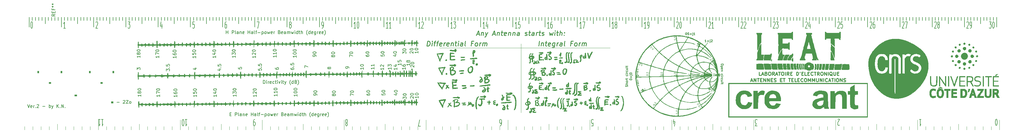
<source format=gbr>
G04 #@! TF.GenerationSoftware,KiCad,Pcbnew,(5.1.5)-3*
G04 #@! TF.CreationDate,2020-04-13T12:29:53+02:00*
G04 #@! TF.ProjectId,TheRulersofLEAT,54686552-756c-4657-9273-6f664c454154,rev?*
G04 #@! TF.SameCoordinates,Original*
G04 #@! TF.FileFunction,Legend,Top*
G04 #@! TF.FilePolarity,Positive*
%FSLAX46Y46*%
G04 Gerber Fmt 4.6, Leading zero omitted, Abs format (unit mm)*
G04 Created by KiCad (PCBNEW (5.1.5)-3) date 2020-04-13 12:29:53*
%MOMM*%
%LPD*%
G04 APERTURE LIST*
%ADD10C,0.150000*%
%ADD11C,0.120000*%
%ADD12C,0.100000*%
%ADD13C,0.010000*%
%ADD14C,0.125000*%
%ADD15C,0.220000*%
%ADD16C,0.250000*%
G04 APERTURE END LIST*
D10*
X397947619Y-93695238D02*
X397852380Y-93695238D01*
X397757142Y-93600000D01*
X397709523Y-93504761D01*
X397661904Y-93314285D01*
X397614285Y-92933333D01*
X397614285Y-92457142D01*
X397661904Y-92076190D01*
X397709523Y-91885714D01*
X397757142Y-91790476D01*
X397852380Y-91695238D01*
X397947619Y-91695238D01*
X398042857Y-91790476D01*
X398090476Y-91885714D01*
X398138095Y-92076190D01*
X398185714Y-92457142D01*
X398185714Y-92933333D01*
X398138095Y-93314285D01*
X398090476Y-93504761D01*
X398042857Y-93600000D01*
X397947619Y-93695238D01*
D11*
X396320000Y-94996000D02*
X396320000Y-93980000D01*
X398860000Y-94996000D02*
X398860000Y-91948000D01*
D10*
X374014285Y-91805238D02*
X374585714Y-91805238D01*
X374300000Y-91805238D02*
X374300000Y-93805238D01*
X374395238Y-93519523D01*
X374490476Y-93329047D01*
X374585714Y-93233809D01*
X349285714Y-93504761D02*
X349238095Y-93600000D01*
X349142857Y-93695238D01*
X348904761Y-93695238D01*
X348809523Y-93600000D01*
X348761904Y-93504761D01*
X348714285Y-93314285D01*
X348714285Y-93123809D01*
X348761904Y-92838095D01*
X349333333Y-91695238D01*
X348714285Y-91695238D01*
X323755333Y-93805238D02*
X323136285Y-93805238D01*
X323469619Y-93043333D01*
X323326761Y-93043333D01*
X323231523Y-92948095D01*
X323183904Y-92852857D01*
X323136285Y-92662380D01*
X323136285Y-92186190D01*
X323183904Y-91995714D01*
X323231523Y-91900476D01*
X323326761Y-91805238D01*
X323612476Y-91805238D01*
X323707714Y-91900476D01*
X323755333Y-91995714D01*
X297831523Y-93138571D02*
X297831523Y-91805238D01*
X298069619Y-93900476D02*
X298307714Y-92471904D01*
X297688666Y-92471904D01*
X272383904Y-93805238D02*
X272860095Y-93805238D01*
X272907714Y-92852857D01*
X272860095Y-92948095D01*
X272764857Y-93043333D01*
X272526761Y-93043333D01*
X272431523Y-92948095D01*
X272383904Y-92852857D01*
X272336285Y-92662380D01*
X272336285Y-92186190D01*
X272383904Y-91995714D01*
X272431523Y-91900476D01*
X272526761Y-91805238D01*
X272764857Y-91805238D01*
X272860095Y-91900476D01*
X272907714Y-91995714D01*
X244009523Y-93805238D02*
X244200000Y-93805238D01*
X244295238Y-93710000D01*
X244342857Y-93614761D01*
X244438095Y-93329047D01*
X244485714Y-92948095D01*
X244485714Y-92186190D01*
X244438095Y-91995714D01*
X244390476Y-91900476D01*
X244295238Y-91805238D01*
X244104761Y-91805238D01*
X244009523Y-91900476D01*
X243961904Y-91995714D01*
X243914285Y-92186190D01*
X243914285Y-92662380D01*
X243961904Y-92852857D01*
X244009523Y-92948095D01*
X244104761Y-93043333D01*
X244295238Y-93043333D01*
X244390476Y-92948095D01*
X244438095Y-92852857D01*
X244485714Y-92662380D01*
X219333333Y-93895238D02*
X218666666Y-93895238D01*
X219095238Y-91895238D01*
X196517238Y-92948095D02*
X196612476Y-93043333D01*
X196660095Y-93138571D01*
X196707714Y-93329047D01*
X196707714Y-93424285D01*
X196660095Y-93614761D01*
X196612476Y-93710000D01*
X196517238Y-93805238D01*
X196326761Y-93805238D01*
X196231523Y-93710000D01*
X196183904Y-93614761D01*
X196136285Y-93424285D01*
X196136285Y-93329047D01*
X196183904Y-93138571D01*
X196231523Y-93043333D01*
X196326761Y-92948095D01*
X196517238Y-92948095D01*
X196612476Y-92852857D01*
X196660095Y-92757619D01*
X196707714Y-92567142D01*
X196707714Y-92186190D01*
X196660095Y-91995714D01*
X196612476Y-91900476D01*
X196517238Y-91805238D01*
X196326761Y-91805238D01*
X196231523Y-91900476D01*
X196183904Y-91995714D01*
X196136285Y-92186190D01*
X196136285Y-92567142D01*
X196183904Y-92757619D01*
X196231523Y-92852857D01*
X196326761Y-92948095D01*
X168012476Y-91805238D02*
X167822000Y-91805238D01*
X167726761Y-91900476D01*
X167679142Y-91995714D01*
X167583904Y-92281428D01*
X167536285Y-92662380D01*
X167536285Y-93424285D01*
X167583904Y-93614761D01*
X167631523Y-93710000D01*
X167726761Y-93805238D01*
X167917238Y-93805238D01*
X168012476Y-93710000D01*
X168060095Y-93614761D01*
X168107714Y-93424285D01*
X168107714Y-92948095D01*
X168060095Y-92757619D01*
X168012476Y-92662380D01*
X167917238Y-92567142D01*
X167726761Y-92567142D01*
X167631523Y-92662380D01*
X167583904Y-92757619D01*
X167536285Y-92948095D01*
X146390476Y-91805238D02*
X146961904Y-91805238D01*
X146676190Y-91805238D02*
X146676190Y-93805238D01*
X146771428Y-93519523D01*
X146866666Y-93329047D01*
X146961904Y-93233809D01*
X145771428Y-93805238D02*
X145676190Y-93805238D01*
X145580952Y-93710000D01*
X145533333Y-93614761D01*
X145485714Y-93424285D01*
X145438095Y-93043333D01*
X145438095Y-92567142D01*
X145485714Y-92186190D01*
X145533333Y-91995714D01*
X145580952Y-91900476D01*
X145676190Y-91805238D01*
X145771428Y-91805238D01*
X145866666Y-91900476D01*
X145914285Y-91995714D01*
X145961904Y-92186190D01*
X146009523Y-92567142D01*
X146009523Y-93043333D01*
X145961904Y-93424285D01*
X145914285Y-93614761D01*
X145866666Y-93710000D01*
X145771428Y-93805238D01*
X120412476Y-91805238D02*
X120983904Y-91805238D01*
X120698190Y-91805238D02*
X120698190Y-93805238D01*
X120793428Y-93519523D01*
X120888666Y-93329047D01*
X120983904Y-93233809D01*
X119460095Y-91805238D02*
X120031523Y-91805238D01*
X119745809Y-91805238D02*
X119745809Y-93805238D01*
X119841047Y-93519523D01*
X119936285Y-93329047D01*
X120031523Y-93233809D01*
D11*
X388700000Y-94996000D02*
X388700000Y-93980000D01*
X393780000Y-94996000D02*
X393780000Y-93980000D01*
X391240000Y-94996000D02*
X391240000Y-93980000D01*
X386160000Y-94996000D02*
X386160000Y-93218000D01*
X360760000Y-94996000D02*
X360760000Y-93218000D01*
X335360000Y-94996000D02*
X335360000Y-93218000D01*
X309960000Y-94996000D02*
X309960000Y-93218000D01*
X284560000Y-94996000D02*
X284560000Y-93218000D01*
X259160000Y-94996000D02*
X259160000Y-93218000D01*
X233760000Y-94996000D02*
X233760000Y-93218000D01*
X208360000Y-94996000D02*
X208360000Y-93218000D01*
X182960000Y-94996000D02*
X182960000Y-93218000D01*
X157560000Y-94996000D02*
X157560000Y-93218000D01*
X132160000Y-94996000D02*
X132160000Y-93218000D01*
X376000000Y-94996000D02*
X376000000Y-93980000D01*
X363300000Y-94996000D02*
X363300000Y-93980000D01*
X350600000Y-94996000D02*
X350600000Y-93980000D01*
X337900000Y-94996000D02*
X337900000Y-93980000D01*
X325200000Y-94996000D02*
X325200000Y-93980000D01*
X312500000Y-94996000D02*
X312500000Y-93980000D01*
X299800000Y-94996000D02*
X299800000Y-93980000D01*
X287100000Y-94996000D02*
X287100000Y-93980000D01*
X274400000Y-94996000D02*
X274400000Y-93980000D01*
X261700000Y-94996000D02*
X261700000Y-93980000D01*
X249000000Y-94996000D02*
X249000000Y-93980000D01*
X236300000Y-94996000D02*
X236300000Y-93980000D01*
X223600000Y-94996000D02*
X223600000Y-93980000D01*
X210900000Y-94996000D02*
X210900000Y-93980000D01*
X198200000Y-94996000D02*
X198200000Y-93980000D01*
X185500000Y-94996000D02*
X185500000Y-93980000D01*
X172800000Y-94996000D02*
X172800000Y-93980000D01*
X160100000Y-94996000D02*
X160100000Y-93980000D01*
X147400000Y-94996000D02*
X147400000Y-93980000D01*
X134700000Y-94996000D02*
X134700000Y-93980000D01*
X122000000Y-94996000D02*
X122000000Y-93980000D01*
X109300000Y-94996000D02*
X109300000Y-93980000D01*
X383620000Y-94996000D02*
X383620000Y-93980000D01*
X370920000Y-94996000D02*
X370920000Y-93980000D01*
X358220000Y-94996000D02*
X358220000Y-93980000D01*
X345520000Y-94996000D02*
X345520000Y-93980000D01*
X332820000Y-94996000D02*
X332820000Y-93980000D01*
X320120000Y-94996000D02*
X320120000Y-93980000D01*
X307420000Y-94996000D02*
X307420000Y-93980000D01*
X294720000Y-94996000D02*
X294720000Y-93980000D01*
X282020000Y-94996000D02*
X282020000Y-93980000D01*
X269320000Y-94996000D02*
X269320000Y-93980000D01*
X256620000Y-94996000D02*
X256620000Y-93980000D01*
X243920000Y-94996000D02*
X243920000Y-93980000D01*
X231220000Y-94996000D02*
X231220000Y-93980000D01*
X218520000Y-94996000D02*
X218520000Y-93980000D01*
X205820000Y-94996000D02*
X205820000Y-93980000D01*
X193120000Y-94996000D02*
X193120000Y-93980000D01*
X180420000Y-94996000D02*
X180420000Y-93980000D01*
X167720000Y-94996000D02*
X167720000Y-93980000D01*
X155020000Y-94996000D02*
X155020000Y-93980000D01*
X142320000Y-94996000D02*
X142320000Y-93980000D01*
X129620000Y-94996000D02*
X129620000Y-93980000D01*
X116920000Y-94996000D02*
X116920000Y-93980000D01*
X381080000Y-94996000D02*
X381080000Y-93980000D01*
X368380000Y-94996000D02*
X368380000Y-93980000D01*
X355680000Y-94996000D02*
X355680000Y-93980000D01*
X342980000Y-94996000D02*
X342980000Y-93980000D01*
X330280000Y-94996000D02*
X330280000Y-93980000D01*
X317580000Y-94996000D02*
X317580000Y-93980000D01*
X304880000Y-94996000D02*
X304880000Y-93980000D01*
X292180000Y-94996000D02*
X292180000Y-93980000D01*
X279480000Y-94996000D02*
X279480000Y-93980000D01*
X266780000Y-94996000D02*
X266780000Y-93980000D01*
X254080000Y-94996000D02*
X254080000Y-93980000D01*
X241380000Y-94996000D02*
X241380000Y-93980000D01*
X228680000Y-94996000D02*
X228680000Y-93980000D01*
X215980000Y-94996000D02*
X215980000Y-93980000D01*
X203280000Y-94996000D02*
X203280000Y-93980000D01*
X190580000Y-94996000D02*
X190580000Y-93980000D01*
X177880000Y-94996000D02*
X177880000Y-93980000D01*
X165180000Y-94996000D02*
X165180000Y-93980000D01*
X152480000Y-94996000D02*
X152480000Y-93980000D01*
X139780000Y-94996000D02*
X139780000Y-93980000D01*
X127080000Y-94996000D02*
X127080000Y-93980000D01*
X114380000Y-94996000D02*
X114380000Y-93980000D01*
X378540000Y-94996000D02*
X378540000Y-93980000D01*
X365840000Y-94996000D02*
X365840000Y-93980000D01*
X353140000Y-94996000D02*
X353140000Y-93980000D01*
X340440000Y-94996000D02*
X340440000Y-93980000D01*
X327740000Y-94996000D02*
X327740000Y-93980000D01*
X315040000Y-94996000D02*
X315040000Y-93980000D01*
X302340000Y-94996000D02*
X302340000Y-93980000D01*
X289640000Y-94996000D02*
X289640000Y-93980000D01*
X276940000Y-94996000D02*
X276940000Y-93980000D01*
X264240000Y-94996000D02*
X264240000Y-93980000D01*
X251540000Y-94996000D02*
X251540000Y-93980000D01*
X238840000Y-94996000D02*
X238840000Y-93980000D01*
X226140000Y-94996000D02*
X226140000Y-93980000D01*
X213440000Y-94996000D02*
X213440000Y-93980000D01*
X200740000Y-94996000D02*
X200740000Y-93980000D01*
X188040000Y-94996000D02*
X188040000Y-93980000D01*
X175340000Y-94996000D02*
X175340000Y-93980000D01*
X162640000Y-94996000D02*
X162640000Y-93980000D01*
X149940000Y-94996000D02*
X149940000Y-93980000D01*
X137240000Y-94996000D02*
X137240000Y-93980000D01*
X124540000Y-94996000D02*
X124540000Y-93980000D01*
X111840000Y-94996000D02*
X111840000Y-93980000D01*
X104220000Y-94996000D02*
X104220000Y-93980000D01*
X101680000Y-94996000D02*
X101680000Y-93980000D01*
X99140000Y-94996000D02*
X99140000Y-93980000D01*
X106760000Y-94996000D02*
X106760000Y-93218000D01*
X96600000Y-94996000D02*
X96600000Y-93980000D01*
X373460000Y-94996000D02*
X373460000Y-91948000D01*
X348060000Y-94996000D02*
X348060000Y-91948000D01*
X322660000Y-94996000D02*
X322660000Y-91948000D01*
X297260000Y-94996000D02*
X297260000Y-91948000D01*
X271860000Y-94996000D02*
X271860000Y-91948000D01*
X246460000Y-94996000D02*
X246460000Y-91948000D01*
X221060000Y-94996000D02*
X221060000Y-91948000D01*
X195660000Y-94996000D02*
X195660000Y-91948000D01*
X170260000Y-94996000D02*
X170260000Y-91948000D01*
X144860000Y-94996000D02*
X144860000Y-91948000D01*
X119460000Y-94996000D02*
X119460000Y-91948000D01*
D10*
X97519047Y-87152380D02*
X97852380Y-88152380D01*
X98185714Y-87152380D01*
X98900000Y-88104761D02*
X98804761Y-88152380D01*
X98614285Y-88152380D01*
X98519047Y-88104761D01*
X98471428Y-88009523D01*
X98471428Y-87628571D01*
X98519047Y-87533333D01*
X98614285Y-87485714D01*
X98804761Y-87485714D01*
X98900000Y-87533333D01*
X98947619Y-87628571D01*
X98947619Y-87723809D01*
X98471428Y-87819047D01*
X99376190Y-88152380D02*
X99376190Y-87485714D01*
X99376190Y-87676190D02*
X99423809Y-87580952D01*
X99471428Y-87533333D01*
X99566666Y-87485714D01*
X99661904Y-87485714D01*
X99995238Y-88057142D02*
X100042857Y-88104761D01*
X99995238Y-88152380D01*
X99947619Y-88104761D01*
X99995238Y-88057142D01*
X99995238Y-88152380D01*
X100423809Y-87247619D02*
X100471428Y-87200000D01*
X100566666Y-87152380D01*
X100804761Y-87152380D01*
X100900000Y-87200000D01*
X100947619Y-87247619D01*
X100995238Y-87342857D01*
X100995238Y-87438095D01*
X100947619Y-87580952D01*
X100376190Y-88152380D01*
X100995238Y-88152380D01*
X102185714Y-87771428D02*
X102947619Y-87771428D01*
X104185714Y-88152380D02*
X104185714Y-87152380D01*
X104185714Y-87533333D02*
X104280952Y-87485714D01*
X104471428Y-87485714D01*
X104566666Y-87533333D01*
X104614285Y-87580952D01*
X104661904Y-87676190D01*
X104661904Y-87961904D01*
X104614285Y-88057142D01*
X104566666Y-88104761D01*
X104471428Y-88152380D01*
X104280952Y-88152380D01*
X104185714Y-88104761D01*
X104995238Y-87485714D02*
X105233333Y-88152380D01*
X105471428Y-87485714D02*
X105233333Y-88152380D01*
X105138095Y-88390476D01*
X105090476Y-88438095D01*
X104995238Y-88485714D01*
X106614285Y-88152380D02*
X106614285Y-87152380D01*
X107185714Y-88152380D02*
X106757142Y-87580952D01*
X107185714Y-87152380D02*
X106614285Y-87723809D01*
X107614285Y-88057142D02*
X107661904Y-88104761D01*
X107614285Y-88152380D01*
X107566666Y-88104761D01*
X107614285Y-88057142D01*
X107614285Y-88152380D01*
X108090476Y-88152380D02*
X108090476Y-87152380D01*
X108661904Y-88152380D01*
X108661904Y-87152380D01*
X109138095Y-88057142D02*
X109185714Y-88104761D01*
X109138095Y-88152380D01*
X109090476Y-88104761D01*
X109138095Y-88057142D01*
X109138095Y-88152380D01*
D12*
G36*
X358000000Y-90900000D02*
G01*
X357800000Y-90900000D01*
X357800000Y-80600000D01*
X358000000Y-80600000D01*
X358000000Y-90900000D01*
G37*
X358000000Y-90900000D02*
X357800000Y-90900000D01*
X357800000Y-80600000D01*
X358000000Y-80600000D01*
X358000000Y-90900000D01*
G36*
X315000000Y-90900000D02*
G01*
X314800000Y-90900000D01*
X314800000Y-80600000D01*
X315000000Y-80600000D01*
X315000000Y-90900000D01*
G37*
X315000000Y-90900000D02*
X314800000Y-90900000D01*
X314800000Y-80600000D01*
X315000000Y-80600000D01*
X315000000Y-90900000D01*
G36*
X358000000Y-91100000D02*
G01*
X314800000Y-91100000D01*
X314800000Y-90900000D01*
X358000000Y-90900000D01*
X358000000Y-91100000D01*
G37*
X358000000Y-91100000D02*
X314800000Y-91100000D01*
X314800000Y-90900000D01*
X358000000Y-90900000D01*
X358000000Y-91100000D01*
G36*
X358000000Y-80700000D02*
G01*
X314800000Y-80700000D01*
X314800000Y-80500000D01*
X358000000Y-80500000D01*
X358000000Y-80700000D01*
G37*
X358000000Y-80700000D02*
X314800000Y-80700000D01*
X314800000Y-80500000D01*
X358000000Y-80500000D01*
X358000000Y-80700000D01*
D13*
G36*
X350278869Y-82941658D02*
G01*
X350740977Y-83105689D01*
X351084945Y-83383948D01*
X351259000Y-83649000D01*
X351310850Y-83765077D01*
X351351496Y-83896024D01*
X351382632Y-84064012D01*
X351405950Y-84291212D01*
X351423145Y-84599797D01*
X351435911Y-85011936D01*
X351445940Y-85549802D01*
X351454626Y-86210167D01*
X351480918Y-88432667D01*
X350116000Y-88432667D01*
X350113980Y-86675833D01*
X350109448Y-85966165D01*
X350095973Y-85405060D01*
X350071008Y-84971867D01*
X350032007Y-84645935D01*
X349976424Y-84406615D01*
X349901712Y-84233257D01*
X349805324Y-84105210D01*
X349795792Y-84095495D01*
X349516103Y-83926556D01*
X349169608Y-83877625D01*
X348800220Y-83940590D01*
X348451855Y-84107341D01*
X348168425Y-84369765D01*
X348145833Y-84400271D01*
X348084219Y-84494654D01*
X348037184Y-84598244D01*
X348002337Y-84734852D01*
X347977286Y-84928285D01*
X347959639Y-85202354D01*
X347947005Y-85580867D01*
X347936993Y-86087633D01*
X347930014Y-86548833D01*
X347903027Y-88432667D01*
X346475334Y-88432667D01*
X346475334Y-83014000D01*
X346835167Y-83007483D01*
X347141171Y-82999527D01*
X347429544Y-82988363D01*
X347470173Y-82986317D01*
X347643489Y-82987011D01*
X347722576Y-83044322D01*
X347744377Y-83203920D01*
X347745340Y-83326503D01*
X347760974Y-83556724D01*
X347800117Y-83705146D01*
X347817044Y-83725659D01*
X347913627Y-83697741D01*
X348070487Y-83574814D01*
X348134544Y-83511235D01*
X348512480Y-83186552D01*
X348927883Y-82988362D01*
X349425727Y-82898701D01*
X349692667Y-82888962D01*
X350278869Y-82941658D01*
G37*
X350278869Y-82941658D02*
X350740977Y-83105689D01*
X351084945Y-83383948D01*
X351259000Y-83649000D01*
X351310850Y-83765077D01*
X351351496Y-83896024D01*
X351382632Y-84064012D01*
X351405950Y-84291212D01*
X351423145Y-84599797D01*
X351435911Y-85011936D01*
X351445940Y-85549802D01*
X351454626Y-86210167D01*
X351480918Y-88432667D01*
X350116000Y-88432667D01*
X350113980Y-86675833D01*
X350109448Y-85966165D01*
X350095973Y-85405060D01*
X350071008Y-84971867D01*
X350032007Y-84645935D01*
X349976424Y-84406615D01*
X349901712Y-84233257D01*
X349805324Y-84105210D01*
X349795792Y-84095495D01*
X349516103Y-83926556D01*
X349169608Y-83877625D01*
X348800220Y-83940590D01*
X348451855Y-84107341D01*
X348168425Y-84369765D01*
X348145833Y-84400271D01*
X348084219Y-84494654D01*
X348037184Y-84598244D01*
X348002337Y-84734852D01*
X347977286Y-84928285D01*
X347959639Y-85202354D01*
X347947005Y-85580867D01*
X347936993Y-86087633D01*
X347930014Y-86548833D01*
X347903027Y-88432667D01*
X346475334Y-88432667D01*
X346475334Y-83014000D01*
X346835167Y-83007483D01*
X347141171Y-82999527D01*
X347429544Y-82988363D01*
X347470173Y-82986317D01*
X347643489Y-82987011D01*
X347722576Y-83044322D01*
X347744377Y-83203920D01*
X347745340Y-83326503D01*
X347760974Y-83556724D01*
X347800117Y-83705146D01*
X347817044Y-83725659D01*
X347913627Y-83697741D01*
X348070487Y-83574814D01*
X348134544Y-83511235D01*
X348512480Y-83186552D01*
X348927883Y-82988362D01*
X349425727Y-82898701D01*
X349692667Y-82888962D01*
X350278869Y-82941658D01*
G36*
X325500443Y-82868308D02*
G01*
X325767157Y-82929377D01*
X325963921Y-83013093D01*
X326047349Y-83104675D01*
X326044411Y-83129924D01*
X326000682Y-83257769D01*
X325924784Y-83491259D01*
X325852882Y-83717409D01*
X325762552Y-83987158D01*
X325690473Y-84126721D01*
X325608308Y-84168708D01*
X325487720Y-84145733D01*
X325482157Y-84144063D01*
X325108531Y-84080920D01*
X324757430Y-84107873D01*
X324487922Y-84219082D01*
X324454819Y-84245634D01*
X324313568Y-84388956D01*
X324204325Y-84551630D01*
X324122450Y-84757370D01*
X324063301Y-85029887D01*
X324022235Y-85392893D01*
X323994611Y-85870101D01*
X323975786Y-86485223D01*
X323970801Y-86718167D01*
X323936615Y-88432667D01*
X322599334Y-88432667D01*
X322599334Y-82929333D01*
X323882282Y-82929333D01*
X323856760Y-83282817D01*
X323860722Y-83545460D01*
X323921517Y-83648632D01*
X324038369Y-83592093D01*
X324201429Y-83389000D01*
X324509839Y-83058775D01*
X324886499Y-82881544D01*
X325207161Y-82844666D01*
X325500443Y-82868308D01*
G37*
X325500443Y-82868308D02*
X325767157Y-82929377D01*
X325963921Y-83013093D01*
X326047349Y-83104675D01*
X326044411Y-83129924D01*
X326000682Y-83257769D01*
X325924784Y-83491259D01*
X325852882Y-83717409D01*
X325762552Y-83987158D01*
X325690473Y-84126721D01*
X325608308Y-84168708D01*
X325487720Y-84145733D01*
X325482157Y-84144063D01*
X325108531Y-84080920D01*
X324757430Y-84107873D01*
X324487922Y-84219082D01*
X324454819Y-84245634D01*
X324313568Y-84388956D01*
X324204325Y-84551630D01*
X324122450Y-84757370D01*
X324063301Y-85029887D01*
X324022235Y-85392893D01*
X323994611Y-85870101D01*
X323975786Y-86485223D01*
X323970801Y-86718167D01*
X323936615Y-88432667D01*
X322599334Y-88432667D01*
X322599334Y-82929333D01*
X323882282Y-82929333D01*
X323856760Y-83282817D01*
X323860722Y-83545460D01*
X323921517Y-83648632D01*
X324038369Y-83592093D01*
X324201429Y-83389000D01*
X324509839Y-83058775D01*
X324886499Y-82881544D01*
X325207161Y-82844666D01*
X325500443Y-82868308D01*
G36*
X344110816Y-82884624D02*
G01*
X344427274Y-82928207D01*
X344681675Y-83000304D01*
X344915967Y-83105608D01*
X345109485Y-83210705D01*
X345261463Y-83318198D01*
X345377536Y-83449340D01*
X345463341Y-83625379D01*
X345524516Y-83867568D01*
X345566698Y-84197156D01*
X345595523Y-84635395D01*
X345616628Y-85203534D01*
X345632797Y-85808000D01*
X345651974Y-86484716D01*
X345672850Y-87013753D01*
X345697196Y-87416767D01*
X345726787Y-87715410D01*
X345763395Y-87931338D01*
X345808793Y-88086206D01*
X345821995Y-88118544D01*
X345961515Y-88439421D01*
X344584959Y-88390333D01*
X344491698Y-88112631D01*
X344398438Y-87834929D01*
X344103386Y-88055013D01*
X343838904Y-88229558D01*
X343566547Y-88376699D01*
X343522827Y-88396215D01*
X343173289Y-88485458D01*
X342736658Y-88514697D01*
X342283512Y-88485676D01*
X341884433Y-88400142D01*
X341760391Y-88352619D01*
X341457753Y-88157080D01*
X341183065Y-87881793D01*
X341146557Y-87833775D01*
X340979934Y-87565323D01*
X340903687Y-87309270D01*
X340887334Y-87019590D01*
X340911375Y-86811920D01*
X342235417Y-86811920D01*
X342315028Y-87108778D01*
X342489487Y-87338513D01*
X342683353Y-87498659D01*
X342890659Y-87570861D01*
X343147982Y-87586000D01*
X343493524Y-87549016D01*
X343755596Y-87449748D01*
X343768328Y-87441298D01*
X343961336Y-87297131D01*
X344091000Y-87185846D01*
X344159887Y-87051696D01*
X344223547Y-86816805D01*
X344275674Y-86529063D01*
X344309959Y-86236361D01*
X344320095Y-85986587D01*
X344299774Y-85827634D01*
X344274000Y-85796445D01*
X344157293Y-85805588D01*
X343925139Y-85849231D01*
X343625208Y-85916402D01*
X343305166Y-85996129D01*
X343012683Y-86077440D01*
X342898212Y-86113109D01*
X342534255Y-86292360D01*
X342310908Y-86532539D01*
X342235417Y-86811920D01*
X340911375Y-86811920D01*
X340944343Y-86527142D01*
X341122036Y-86124729D01*
X341430407Y-85802411D01*
X341879453Y-85550246D01*
X342479167Y-85358294D01*
X342581846Y-85334280D01*
X342992817Y-85239929D01*
X343433132Y-85135735D01*
X343766000Y-85054498D01*
X344316334Y-84917106D01*
X344290199Y-84621719D01*
X344260913Y-84378682D01*
X344225698Y-84193753D01*
X344223883Y-84187272D01*
X344097442Y-84029210D01*
X343853974Y-83923601D01*
X343538062Y-83872349D01*
X343194291Y-83877356D01*
X342867246Y-83940527D01*
X342601511Y-84063765D01*
X342537682Y-84115278D01*
X342393199Y-84284330D01*
X342327097Y-84427419D01*
X342326667Y-84435633D01*
X342273094Y-84519078D01*
X342136167Y-84505809D01*
X341941767Y-84465387D01*
X341660413Y-84420700D01*
X341501167Y-84399610D01*
X341253108Y-84356242D01*
X341091759Y-84302919D01*
X341056667Y-84268970D01*
X341092390Y-84151697D01*
X341181929Y-83949361D01*
X341222288Y-83867944D01*
X341504886Y-83461273D01*
X341888747Y-83161824D01*
X342384691Y-82965152D01*
X343003540Y-82866812D01*
X343678738Y-82858874D01*
X344110816Y-82884624D01*
G37*
X344110816Y-82884624D02*
X344427274Y-82928207D01*
X344681675Y-83000304D01*
X344915967Y-83105608D01*
X345109485Y-83210705D01*
X345261463Y-83318198D01*
X345377536Y-83449340D01*
X345463341Y-83625379D01*
X345524516Y-83867568D01*
X345566698Y-84197156D01*
X345595523Y-84635395D01*
X345616628Y-85203534D01*
X345632797Y-85808000D01*
X345651974Y-86484716D01*
X345672850Y-87013753D01*
X345697196Y-87416767D01*
X345726787Y-87715410D01*
X345763395Y-87931338D01*
X345808793Y-88086206D01*
X345821995Y-88118544D01*
X345961515Y-88439421D01*
X344584959Y-88390333D01*
X344491698Y-88112631D01*
X344398438Y-87834929D01*
X344103386Y-88055013D01*
X343838904Y-88229558D01*
X343566547Y-88376699D01*
X343522827Y-88396215D01*
X343173289Y-88485458D01*
X342736658Y-88514697D01*
X342283512Y-88485676D01*
X341884433Y-88400142D01*
X341760391Y-88352619D01*
X341457753Y-88157080D01*
X341183065Y-87881793D01*
X341146557Y-87833775D01*
X340979934Y-87565323D01*
X340903687Y-87309270D01*
X340887334Y-87019590D01*
X340911375Y-86811920D01*
X342235417Y-86811920D01*
X342315028Y-87108778D01*
X342489487Y-87338513D01*
X342683353Y-87498659D01*
X342890659Y-87570861D01*
X343147982Y-87586000D01*
X343493524Y-87549016D01*
X343755596Y-87449748D01*
X343768328Y-87441298D01*
X343961336Y-87297131D01*
X344091000Y-87185846D01*
X344159887Y-87051696D01*
X344223547Y-86816805D01*
X344275674Y-86529063D01*
X344309959Y-86236361D01*
X344320095Y-85986587D01*
X344299774Y-85827634D01*
X344274000Y-85796445D01*
X344157293Y-85805588D01*
X343925139Y-85849231D01*
X343625208Y-85916402D01*
X343305166Y-85996129D01*
X343012683Y-86077440D01*
X342898212Y-86113109D01*
X342534255Y-86292360D01*
X342310908Y-86532539D01*
X342235417Y-86811920D01*
X340911375Y-86811920D01*
X340944343Y-86527142D01*
X341122036Y-86124729D01*
X341430407Y-85802411D01*
X341879453Y-85550246D01*
X342479167Y-85358294D01*
X342581846Y-85334280D01*
X342992817Y-85239929D01*
X343433132Y-85135735D01*
X343766000Y-85054498D01*
X344316334Y-84917106D01*
X344290199Y-84621719D01*
X344260913Y-84378682D01*
X344225698Y-84193753D01*
X344223883Y-84187272D01*
X344097442Y-84029210D01*
X343853974Y-83923601D01*
X343538062Y-83872349D01*
X343194291Y-83877356D01*
X342867246Y-83940527D01*
X342601511Y-84063765D01*
X342537682Y-84115278D01*
X342393199Y-84284330D01*
X342327097Y-84427419D01*
X342326667Y-84435633D01*
X342273094Y-84519078D01*
X342136167Y-84505809D01*
X341941767Y-84465387D01*
X341660413Y-84420700D01*
X341501167Y-84399610D01*
X341253108Y-84356242D01*
X341091759Y-84302919D01*
X341056667Y-84268970D01*
X341092390Y-84151697D01*
X341181929Y-83949361D01*
X341222288Y-83867944D01*
X341504886Y-83461273D01*
X341888747Y-83161824D01*
X342384691Y-82965152D01*
X343003540Y-82866812D01*
X343678738Y-82858874D01*
X344110816Y-82884624D01*
G36*
X329183331Y-82910119D02*
G01*
X329764207Y-83103719D01*
X330237949Y-83422917D01*
X330598224Y-83864334D01*
X330675525Y-84004635D01*
X330803605Y-84330376D01*
X330921665Y-84752790D01*
X331013076Y-85199345D01*
X331061206Y-85597511D01*
X331064749Y-85702167D01*
X331066000Y-86062000D01*
X329250664Y-86062000D01*
X328713616Y-86065061D01*
X328235664Y-86073623D01*
X327842053Y-86086753D01*
X327558032Y-86103518D01*
X327408845Y-86122988D01*
X327392924Y-86130610D01*
X327369142Y-86310115D01*
X327438302Y-86564689D01*
X327578370Y-86845085D01*
X327767309Y-87102057D01*
X327874925Y-87207833D01*
X328115182Y-87390244D01*
X328329551Y-87477180D01*
X328603030Y-87501145D01*
X328642441Y-87501333D01*
X328938358Y-87481022D01*
X329145185Y-87402395D01*
X329304534Y-87273826D01*
X329458193Y-87101227D01*
X329538578Y-86961392D01*
X329542000Y-86940156D01*
X329556395Y-86848391D01*
X329615513Y-86793811D01*
X329743252Y-86776733D01*
X329963510Y-86797474D01*
X330300186Y-86856351D01*
X330777176Y-86953681D01*
X330791629Y-86956719D01*
X330982925Y-86996959D01*
X330820215Y-87312646D01*
X330542695Y-87711550D01*
X330160423Y-88074891D01*
X329796000Y-88312133D01*
X329458560Y-88424459D01*
X329015734Y-88487547D01*
X328524355Y-88500726D01*
X328041257Y-88463323D01*
X327623273Y-88374666D01*
X327521729Y-88339027D01*
X326995729Y-88042816D01*
X326550376Y-87611025D01*
X326233473Y-87113806D01*
X326142225Y-86909549D01*
X326082674Y-86711359D01*
X326048362Y-86475188D01*
X326032829Y-86156987D01*
X326029603Y-85723333D01*
X326034983Y-85272022D01*
X326051002Y-84995295D01*
X327425334Y-84995295D01*
X327425334Y-85215333D01*
X328568334Y-85215333D01*
X329089930Y-85208787D01*
X329456886Y-85189418D01*
X329664007Y-85157634D01*
X329711334Y-85125825D01*
X329691905Y-84994594D01*
X329642908Y-84768166D01*
X329616318Y-84658977D01*
X329446369Y-84262798D01*
X329172995Y-83998405D01*
X328803309Y-83871587D01*
X328635331Y-83860667D01*
X328209017Y-83933859D01*
X327848462Y-84135257D01*
X327582751Y-84437588D01*
X327440965Y-84813580D01*
X327425334Y-84995295D01*
X326051002Y-84995295D01*
X326053912Y-84945036D01*
X326092639Y-84697525D01*
X326157415Y-84484639D01*
X326224281Y-84326333D01*
X326568599Y-83756171D01*
X327015162Y-83317718D01*
X327552796Y-83018239D01*
X328170327Y-82865000D01*
X328501657Y-82845494D01*
X329183331Y-82910119D01*
G37*
X329183331Y-82910119D02*
X329764207Y-83103719D01*
X330237949Y-83422917D01*
X330598224Y-83864334D01*
X330675525Y-84004635D01*
X330803605Y-84330376D01*
X330921665Y-84752790D01*
X331013076Y-85199345D01*
X331061206Y-85597511D01*
X331064749Y-85702167D01*
X331066000Y-86062000D01*
X329250664Y-86062000D01*
X328713616Y-86065061D01*
X328235664Y-86073623D01*
X327842053Y-86086753D01*
X327558032Y-86103518D01*
X327408845Y-86122988D01*
X327392924Y-86130610D01*
X327369142Y-86310115D01*
X327438302Y-86564689D01*
X327578370Y-86845085D01*
X327767309Y-87102057D01*
X327874925Y-87207833D01*
X328115182Y-87390244D01*
X328329551Y-87477180D01*
X328603030Y-87501145D01*
X328642441Y-87501333D01*
X328938358Y-87481022D01*
X329145185Y-87402395D01*
X329304534Y-87273826D01*
X329458193Y-87101227D01*
X329538578Y-86961392D01*
X329542000Y-86940156D01*
X329556395Y-86848391D01*
X329615513Y-86793811D01*
X329743252Y-86776733D01*
X329963510Y-86797474D01*
X330300186Y-86856351D01*
X330777176Y-86953681D01*
X330791629Y-86956719D01*
X330982925Y-86996959D01*
X330820215Y-87312646D01*
X330542695Y-87711550D01*
X330160423Y-88074891D01*
X329796000Y-88312133D01*
X329458560Y-88424459D01*
X329015734Y-88487547D01*
X328524355Y-88500726D01*
X328041257Y-88463323D01*
X327623273Y-88374666D01*
X327521729Y-88339027D01*
X326995729Y-88042816D01*
X326550376Y-87611025D01*
X326233473Y-87113806D01*
X326142225Y-86909549D01*
X326082674Y-86711359D01*
X326048362Y-86475188D01*
X326032829Y-86156987D01*
X326029603Y-85723333D01*
X326034983Y-85272022D01*
X326051002Y-84995295D01*
X327425334Y-84995295D01*
X327425334Y-85215333D01*
X328568334Y-85215333D01*
X329089930Y-85208787D01*
X329456886Y-85189418D01*
X329664007Y-85157634D01*
X329711334Y-85125825D01*
X329691905Y-84994594D01*
X329642908Y-84768166D01*
X329616318Y-84658977D01*
X329446369Y-84262798D01*
X329172995Y-83998405D01*
X328803309Y-83871587D01*
X328635331Y-83860667D01*
X328209017Y-83933859D01*
X327848462Y-84135257D01*
X327582751Y-84437588D01*
X327440965Y-84813580D01*
X327425334Y-84995295D01*
X326051002Y-84995295D01*
X326053912Y-84945036D01*
X326092639Y-84697525D01*
X326157415Y-84484639D01*
X326224281Y-84326333D01*
X326568599Y-83756171D01*
X327015162Y-83317718D01*
X327552796Y-83018239D01*
X328170327Y-82865000D01*
X328501657Y-82845494D01*
X329183331Y-82910119D01*
G36*
X320543747Y-82920799D02*
G01*
X321039980Y-83089006D01*
X321392558Y-83311622D01*
X321593066Y-83522612D01*
X321794564Y-83796987D01*
X321964755Y-84082815D01*
X322071344Y-84328169D01*
X322091334Y-84435177D01*
X322014573Y-84481839D01*
X321812370Y-84540885D01*
X321526839Y-84600247D01*
X321497095Y-84605433D01*
X321138934Y-84665488D01*
X320915694Y-84695372D01*
X320795497Y-84694090D01*
X320746463Y-84660645D01*
X320736712Y-84594040D01*
X320736667Y-84581669D01*
X320683545Y-84443284D01*
X320550951Y-84251216D01*
X320498805Y-84189791D01*
X320190580Y-83962892D01*
X319817688Y-83866344D01*
X319429623Y-83905432D01*
X319132578Y-84043909D01*
X318853607Y-84271809D01*
X318665237Y-84532369D01*
X318552873Y-84862117D01*
X318501918Y-85297577D01*
X318494770Y-85639967D01*
X318502909Y-86055125D01*
X318529955Y-86346829D01*
X318583093Y-86560552D01*
X318668681Y-86740346D01*
X318972935Y-87112285D01*
X319362243Y-87339794D01*
X319824367Y-87416667D01*
X320110985Y-87397436D01*
X320310954Y-87319769D01*
X320490197Y-87168162D01*
X320666263Y-86939519D01*
X320781588Y-86694586D01*
X320792035Y-86652993D01*
X320845932Y-86471459D01*
X320945762Y-86414851D01*
X321108517Y-86431558D01*
X321359171Y-86471836D01*
X321670192Y-86518273D01*
X321773834Y-86533006D01*
X322028681Y-86575146D01*
X322144856Y-86637998D01*
X322151317Y-86766216D01*
X322077905Y-87001866D01*
X321811499Y-87535409D01*
X321418332Y-87974990D01*
X321062465Y-88220608D01*
X320808782Y-88346281D01*
X320572010Y-88424339D01*
X320292849Y-88468078D01*
X319912000Y-88490799D01*
X319847667Y-88493044D01*
X319416550Y-88497073D01*
X319094219Y-88470957D01*
X318821697Y-88407554D01*
X318658387Y-88348971D01*
X318234153Y-88113347D01*
X317820040Y-87766234D01*
X317471981Y-87359159D01*
X317324733Y-87120333D01*
X317231358Y-86895560D01*
X317168874Y-86617859D01*
X317129521Y-86243508D01*
X317112554Y-85924803D01*
X317127640Y-85159078D01*
X317245188Y-84518396D01*
X317471700Y-83988283D01*
X317813680Y-83554261D01*
X318277631Y-83201856D01*
X318356330Y-83156159D01*
X318845977Y-82956606D01*
X319402955Y-82852357D01*
X319983475Y-82841168D01*
X320543747Y-82920799D01*
G37*
X320543747Y-82920799D02*
X321039980Y-83089006D01*
X321392558Y-83311622D01*
X321593066Y-83522612D01*
X321794564Y-83796987D01*
X321964755Y-84082815D01*
X322071344Y-84328169D01*
X322091334Y-84435177D01*
X322014573Y-84481839D01*
X321812370Y-84540885D01*
X321526839Y-84600247D01*
X321497095Y-84605433D01*
X321138934Y-84665488D01*
X320915694Y-84695372D01*
X320795497Y-84694090D01*
X320746463Y-84660645D01*
X320736712Y-84594040D01*
X320736667Y-84581669D01*
X320683545Y-84443284D01*
X320550951Y-84251216D01*
X320498805Y-84189791D01*
X320190580Y-83962892D01*
X319817688Y-83866344D01*
X319429623Y-83905432D01*
X319132578Y-84043909D01*
X318853607Y-84271809D01*
X318665237Y-84532369D01*
X318552873Y-84862117D01*
X318501918Y-85297577D01*
X318494770Y-85639967D01*
X318502909Y-86055125D01*
X318529955Y-86346829D01*
X318583093Y-86560552D01*
X318668681Y-86740346D01*
X318972935Y-87112285D01*
X319362243Y-87339794D01*
X319824367Y-87416667D01*
X320110985Y-87397436D01*
X320310954Y-87319769D01*
X320490197Y-87168162D01*
X320666263Y-86939519D01*
X320781588Y-86694586D01*
X320792035Y-86652993D01*
X320845932Y-86471459D01*
X320945762Y-86414851D01*
X321108517Y-86431558D01*
X321359171Y-86471836D01*
X321670192Y-86518273D01*
X321773834Y-86533006D01*
X322028681Y-86575146D01*
X322144856Y-86637998D01*
X322151317Y-86766216D01*
X322077905Y-87001866D01*
X321811499Y-87535409D01*
X321418332Y-87974990D01*
X321062465Y-88220608D01*
X320808782Y-88346281D01*
X320572010Y-88424339D01*
X320292849Y-88468078D01*
X319912000Y-88490799D01*
X319847667Y-88493044D01*
X319416550Y-88497073D01*
X319094219Y-88470957D01*
X318821697Y-88407554D01*
X318658387Y-88348971D01*
X318234153Y-88113347D01*
X317820040Y-87766234D01*
X317471981Y-87359159D01*
X317324733Y-87120333D01*
X317231358Y-86895560D01*
X317168874Y-86617859D01*
X317129521Y-86243508D01*
X317112554Y-85924803D01*
X317127640Y-85159078D01*
X317245188Y-84518396D01*
X317471700Y-83988283D01*
X317813680Y-83554261D01*
X318277631Y-83201856D01*
X318356330Y-83156159D01*
X318845977Y-82956606D01*
X319402955Y-82852357D01*
X319983475Y-82841168D01*
X320543747Y-82920799D01*
G36*
X353926000Y-82021104D02*
G01*
X353968334Y-82971667D01*
X354942000Y-82970387D01*
X354942000Y-84021549D01*
X353968334Y-84072333D01*
X353944189Y-85511667D01*
X353938636Y-86000155D01*
X353938583Y-86439110D01*
X353943650Y-86796389D01*
X353953457Y-87039853D01*
X353963325Y-87126985D01*
X354089005Y-87318434D01*
X354319777Y-87429357D01*
X354601710Y-87437402D01*
X354672815Y-87421021D01*
X354838987Y-87386067D01*
X354920319Y-87435502D01*
X354965166Y-87607432D01*
X354973733Y-87658183D01*
X355022181Y-88029281D01*
X355016262Y-88267776D01*
X354950939Y-88403051D01*
X354836167Y-88461087D01*
X354491111Y-88522478D01*
X354109840Y-88555183D01*
X353762644Y-88555593D01*
X353545000Y-88527389D01*
X353146242Y-88379631D01*
X352865179Y-88158829D01*
X352736453Y-87982763D01*
X352681923Y-87880252D01*
X352640875Y-87759624D01*
X352611419Y-87596671D01*
X352591667Y-87367191D01*
X352579728Y-87046978D01*
X352573714Y-86611827D01*
X352571735Y-86037533D01*
X352571650Y-85871500D01*
X352571334Y-84030000D01*
X351894000Y-84030000D01*
X351894000Y-82962337D01*
X352529000Y-82971667D01*
X352571334Y-82397382D01*
X352613667Y-81823097D01*
X353248667Y-81446819D01*
X353883667Y-81070542D01*
X353926000Y-82021104D01*
G37*
X353926000Y-82021104D02*
X353968334Y-82971667D01*
X354942000Y-82970387D01*
X354942000Y-84021549D01*
X353968334Y-84072333D01*
X353944189Y-85511667D01*
X353938636Y-86000155D01*
X353938583Y-86439110D01*
X353943650Y-86796389D01*
X353953457Y-87039853D01*
X353963325Y-87126985D01*
X354089005Y-87318434D01*
X354319777Y-87429357D01*
X354601710Y-87437402D01*
X354672815Y-87421021D01*
X354838987Y-87386067D01*
X354920319Y-87435502D01*
X354965166Y-87607432D01*
X354973733Y-87658183D01*
X355022181Y-88029281D01*
X355016262Y-88267776D01*
X354950939Y-88403051D01*
X354836167Y-88461087D01*
X354491111Y-88522478D01*
X354109840Y-88555183D01*
X353762644Y-88555593D01*
X353545000Y-88527389D01*
X353146242Y-88379631D01*
X352865179Y-88158829D01*
X352736453Y-87982763D01*
X352681923Y-87880252D01*
X352640875Y-87759624D01*
X352611419Y-87596671D01*
X352591667Y-87367191D01*
X352579728Y-87046978D01*
X352573714Y-86611827D01*
X352571735Y-86037533D01*
X352571650Y-85871500D01*
X352571334Y-84030000D01*
X351894000Y-84030000D01*
X351894000Y-82962337D01*
X352529000Y-82971667D01*
X352571334Y-82397382D01*
X352613667Y-81823097D01*
X353248667Y-81446819D01*
X353883667Y-81070542D01*
X353926000Y-82021104D01*
D12*
G36*
X124000000Y-86700000D02*
G01*
X123400000Y-86700000D01*
X123400000Y-86200000D01*
X124000000Y-86200000D01*
X124000000Y-86700000D01*
G37*
X124000000Y-86700000D02*
X123400000Y-86700000D01*
X123400000Y-86200000D01*
X124000000Y-86200000D01*
X124000000Y-86700000D01*
G36*
X120700000Y-80600000D02*
G01*
X120100000Y-80600000D01*
X120100000Y-80200000D01*
X120700000Y-80200000D01*
X120700000Y-80600000D01*
G37*
X120700000Y-80600000D02*
X120100000Y-80600000D01*
X120100000Y-80200000D01*
X120700000Y-80200000D01*
X120700000Y-80600000D01*
G36*
X104700000Y-80600000D02*
G01*
X104100000Y-80600000D01*
X104100000Y-80200000D01*
X104700000Y-80200000D01*
X104700000Y-80600000D01*
G37*
X104700000Y-80600000D02*
X104100000Y-80600000D01*
X104100000Y-80200000D01*
X104700000Y-80200000D01*
X104700000Y-80600000D01*
G36*
X112800000Y-84500000D02*
G01*
X112100000Y-84500000D01*
X112100000Y-84100000D01*
X112800000Y-84100000D01*
X112800000Y-84500000D01*
G37*
X112800000Y-84500000D02*
X112100000Y-84500000D01*
X112100000Y-84100000D01*
X112800000Y-84100000D01*
X112800000Y-84500000D01*
G36*
X124300000Y-77300000D02*
G01*
X123900000Y-77300000D01*
X123900000Y-76700000D01*
X124300000Y-76700000D01*
X124300000Y-77300000D01*
G37*
X124300000Y-77300000D02*
X123900000Y-77300000D01*
X123900000Y-76700000D01*
X124300000Y-76700000D01*
X124300000Y-77300000D01*
G36*
X117000000Y-77300000D02*
G01*
X116600000Y-77300000D01*
X116600000Y-76700000D01*
X117000000Y-76700000D01*
X117000000Y-77300000D01*
G37*
X117000000Y-77300000D02*
X116600000Y-77300000D01*
X116600000Y-76700000D01*
X117000000Y-76700000D01*
X117000000Y-77300000D01*
G36*
X108200000Y-77300000D02*
G01*
X107800000Y-77300000D01*
X107800000Y-76700000D01*
X108200000Y-76700000D01*
X108200000Y-77300000D01*
G37*
X108200000Y-77300000D02*
X107800000Y-77300000D01*
X107800000Y-76700000D01*
X108200000Y-76700000D01*
X108200000Y-77300000D01*
G36*
X101000000Y-77300000D02*
G01*
X100600000Y-77300000D01*
X100600000Y-76700000D01*
X101000000Y-76700000D01*
X101000000Y-77300000D01*
G37*
X101000000Y-77300000D02*
X100600000Y-77300000D01*
X100600000Y-76700000D01*
X101000000Y-76700000D01*
X101000000Y-77300000D01*
D13*
G36*
X286750327Y-76718365D02*
G01*
X286729886Y-76952676D01*
X286676890Y-77251530D01*
X286563386Y-77818571D01*
X286579857Y-77261026D01*
X286594228Y-76988299D01*
X286617265Y-76774014D01*
X286644440Y-76657826D01*
X286649592Y-76650217D01*
X286723589Y-76618134D01*
X286750327Y-76718365D01*
G37*
X286750327Y-76718365D02*
X286729886Y-76952676D01*
X286676890Y-77251530D01*
X286563386Y-77818571D01*
X286579857Y-77261026D01*
X286594228Y-76988299D01*
X286617265Y-76774014D01*
X286644440Y-76657826D01*
X286649592Y-76650217D01*
X286723589Y-76618134D01*
X286750327Y-76718365D01*
G36*
X286678308Y-79442316D02*
G01*
X286704234Y-79596882D01*
X286704589Y-79614714D01*
X286725154Y-79846090D01*
X286773336Y-80105352D01*
X286782209Y-80140857D01*
X286858077Y-80436769D01*
X286899084Y-80619536D01*
X286908796Y-80715976D01*
X286890779Y-80752907D01*
X286864225Y-80757714D01*
X286779841Y-80699131D01*
X286741669Y-80630714D01*
X286706731Y-80485354D01*
X286674196Y-80261161D01*
X286662236Y-80140857D01*
X286635349Y-79881711D01*
X286602584Y-79650117D01*
X286589137Y-79578428D01*
X286580553Y-79426769D01*
X286624520Y-79378857D01*
X286678308Y-79442316D01*
G37*
X286678308Y-79442316D02*
X286704234Y-79596882D01*
X286704589Y-79614714D01*
X286725154Y-79846090D01*
X286773336Y-80105352D01*
X286782209Y-80140857D01*
X286858077Y-80436769D01*
X286899084Y-80619536D01*
X286908796Y-80715976D01*
X286890779Y-80752907D01*
X286864225Y-80757714D01*
X286779841Y-80699131D01*
X286741669Y-80630714D01*
X286706731Y-80485354D01*
X286674196Y-80261161D01*
X286662236Y-80140857D01*
X286635349Y-79881711D01*
X286602584Y-79650117D01*
X286589137Y-79578428D01*
X286580553Y-79426769D01*
X286624520Y-79378857D01*
X286678308Y-79442316D01*
G36*
X286963142Y-81037017D02*
G01*
X287013177Y-81179318D01*
X287045428Y-81338633D01*
X287043721Y-81451265D01*
X287035812Y-81464949D01*
X286983244Y-81435160D01*
X286926451Y-81349272D01*
X286861196Y-81174288D01*
X286855320Y-81033704D01*
X286910738Y-80975433D01*
X286911500Y-80975428D01*
X286963142Y-81037017D01*
G37*
X286963142Y-81037017D02*
X287013177Y-81179318D01*
X287045428Y-81338633D01*
X287043721Y-81451265D01*
X287035812Y-81464949D01*
X286983244Y-81435160D01*
X286926451Y-81349272D01*
X286861196Y-81174288D01*
X286855320Y-81033704D01*
X286910738Y-80975433D01*
X286911500Y-80975428D01*
X286963142Y-81037017D01*
G36*
X300544582Y-65746053D02*
G01*
X300857239Y-65792581D01*
X301109220Y-65847281D01*
X301265809Y-65901967D01*
X301294769Y-65922947D01*
X301434544Y-65986707D01*
X301579833Y-65978576D01*
X301786301Y-65974470D01*
X302025593Y-66017867D01*
X302059872Y-66028406D01*
X302253280Y-66078515D01*
X302346569Y-66062331D01*
X302362702Y-66036178D01*
X302439961Y-65957352D01*
X302464669Y-65953143D01*
X302510853Y-66004998D01*
X302502414Y-66048373D01*
X302542593Y-66132925D01*
X302725618Y-66218808D01*
X302798332Y-66241767D01*
X303578904Y-66517691D01*
X304411150Y-66894316D01*
X305262804Y-67353931D01*
X306101601Y-67878828D01*
X306895276Y-68451297D01*
X307057912Y-68579687D01*
X307492110Y-68928279D01*
X307783627Y-68584907D01*
X308062935Y-68259500D01*
X308261515Y-68037358D01*
X308389245Y-67908356D01*
X308456000Y-67862369D01*
X308472158Y-67879088D01*
X308427695Y-67963653D01*
X308306913Y-68126355D01*
X308131769Y-68338522D01*
X308038857Y-68444986D01*
X307846272Y-68667510D01*
X307697290Y-68850258D01*
X307613809Y-68965860D01*
X307603429Y-68989197D01*
X307651753Y-69062847D01*
X307778910Y-69206142D01*
X307958173Y-69389106D01*
X307972380Y-69403013D01*
X308734046Y-70231464D01*
X309440098Y-71166711D01*
X310069136Y-72174499D01*
X310599765Y-73220574D01*
X311007904Y-74262571D01*
X311108562Y-74596022D01*
X311215399Y-74999745D01*
X311321277Y-75440699D01*
X311419057Y-75885842D01*
X311501600Y-76302133D01*
X311561768Y-76656533D01*
X311592421Y-76916000D01*
X311594857Y-76979258D01*
X311606124Y-77125873D01*
X311643383Y-77162748D01*
X311600000Y-77200000D01*
X311600000Y-77300000D01*
X311600000Y-77400000D01*
X311700000Y-77600000D01*
X311750000Y-77660000D01*
X311960937Y-77518044D01*
X312083468Y-77555203D01*
X312143039Y-77630687D01*
X312162044Y-77787388D01*
X312163333Y-77905716D01*
X312135038Y-78178931D01*
X312055092Y-78329656D01*
X311930909Y-78351234D01*
X311781469Y-78248816D01*
X311719977Y-78200392D01*
X311685635Y-78226147D01*
X311670700Y-78349675D01*
X311667429Y-78594571D01*
X311667429Y-78596289D01*
X311653830Y-78945108D01*
X311616878Y-79388968D01*
X311562336Y-79880713D01*
X311495969Y-80373192D01*
X311423539Y-80819252D01*
X311354417Y-81156857D01*
X311237480Y-81619622D01*
X311132629Y-81985287D01*
X311043985Y-82241485D01*
X310975667Y-82375850D01*
X310943062Y-82391404D01*
X310908645Y-82415906D01*
X310917465Y-82487109D01*
X310902787Y-82613903D01*
X310831289Y-82842049D01*
X310714517Y-83144863D01*
X310564018Y-83495663D01*
X310391337Y-83867766D01*
X310208020Y-84234490D01*
X310025614Y-84569151D01*
X309990252Y-84629898D01*
X309750571Y-85022278D01*
X309513458Y-85385135D01*
X309292666Y-85699791D01*
X309101944Y-85947565D01*
X308955043Y-86109780D01*
X308865715Y-86167755D01*
X308858982Y-86166638D01*
X308800445Y-86187219D01*
X308806461Y-86225290D01*
X308775849Y-86317397D01*
X308662082Y-86479187D01*
X308488803Y-86686217D01*
X308279657Y-86914046D01*
X308058286Y-87138232D01*
X307848337Y-87334332D01*
X307673452Y-87477903D01*
X307557277Y-87544504D01*
X307531345Y-87543444D01*
X307469530Y-87524115D01*
X307482596Y-87560051D01*
X307457192Y-87650514D01*
X307323538Y-87803112D01*
X307097725Y-88005110D01*
X306795848Y-88243773D01*
X306433997Y-88506367D01*
X306028265Y-88780158D01*
X305603296Y-89047236D01*
X304416086Y-89688009D01*
X303198633Y-90189107D01*
X301941991Y-90553129D01*
X300637211Y-90782675D01*
X299294000Y-90879895D01*
X298849794Y-90886173D01*
X298411662Y-90884122D01*
X298020263Y-90874487D01*
X297716253Y-90858014D01*
X297624857Y-90849288D01*
X296242976Y-90618362D01*
X294912694Y-90253135D01*
X293630287Y-89752102D01*
X292392027Y-89113760D01*
X291231248Y-88360650D01*
X291710286Y-88360650D01*
X291770160Y-88436282D01*
X291934039Y-88565432D01*
X292178305Y-88732491D01*
X292479340Y-88921844D01*
X292813528Y-89117881D01*
X293065991Y-89256846D01*
X293282223Y-89382137D01*
X293430338Y-89487110D01*
X293480589Y-89550457D01*
X293479508Y-89553060D01*
X293503336Y-89579109D01*
X293568993Y-89561979D01*
X293652873Y-89550835D01*
X293652264Y-89580953D01*
X293678573Y-89637144D01*
X293767359Y-89659085D01*
X293894960Y-89687443D01*
X294125394Y-89756090D01*
X294425498Y-89854599D01*
X294748709Y-89967704D01*
X295794465Y-90286378D01*
X296907916Y-90519898D01*
X298032335Y-90657851D01*
X298685100Y-90690347D01*
X299164772Y-90700000D01*
X299191805Y-90167435D01*
X299333934Y-90167435D01*
X299342628Y-90399794D01*
X299358445Y-90512031D01*
X299391882Y-90617554D01*
X299449118Y-90671598D01*
X299567169Y-90685292D01*
X299783053Y-90669766D01*
X299858653Y-90662427D01*
X300173892Y-90628649D01*
X300546056Y-90584707D01*
X300854286Y-90545389D01*
X301921894Y-90343448D01*
X303013000Y-90025282D01*
X304086166Y-89604476D01*
X304832117Y-89241513D01*
X305117846Y-89097987D01*
X305359804Y-88991566D01*
X305527860Y-88934612D01*
X305587187Y-88931739D01*
X305632391Y-88935283D01*
X305617911Y-88902212D01*
X305651065Y-88826598D01*
X305788410Y-88696063D01*
X306009187Y-88529538D01*
X306078412Y-88482200D01*
X306310353Y-88320031D01*
X306486930Y-88184095D01*
X306579880Y-88096645D01*
X306587429Y-88081410D01*
X306549720Y-87992715D01*
X306452673Y-87827392D01*
X306363538Y-87690390D01*
X306201953Y-87435277D01*
X306034154Y-87144694D01*
X305877391Y-86851876D01*
X305748917Y-86590057D01*
X305665980Y-86392472D01*
X305644000Y-86304155D01*
X305582219Y-86221628D01*
X305480714Y-86199460D01*
X305376923Y-86186293D01*
X305406747Y-86142051D01*
X305418907Y-86134096D01*
X305465279Y-86082544D01*
X305480619Y-85985941D01*
X305464098Y-85814330D01*
X305414889Y-85537755D01*
X305400402Y-85463921D01*
X305342107Y-85154529D01*
X305294467Y-84874129D01*
X305265871Y-84672883D01*
X305262637Y-84640285D01*
X305244857Y-84422571D01*
X304648152Y-84373096D01*
X303732245Y-84226511D01*
X302842104Y-83945726D01*
X302342000Y-83720342D01*
X302071594Y-83580499D01*
X301845658Y-83458317D01*
X301699681Y-83373202D01*
X301671124Y-83353479D01*
X301571024Y-83336621D01*
X301445058Y-83445772D01*
X301439520Y-83452454D01*
X301316517Y-83624600D01*
X301159202Y-83877738D01*
X300980001Y-84187953D01*
X300791340Y-84531330D01*
X300605645Y-84883958D01*
X300435342Y-85221921D01*
X300292857Y-85521305D01*
X300190618Y-85758198D01*
X300141049Y-85908684D01*
X300142542Y-85948446D01*
X300220933Y-85978651D01*
X300407742Y-86035895D01*
X300670932Y-86110627D01*
X300849790Y-86159249D01*
X301901496Y-86377594D01*
X302936447Y-86460819D01*
X303983420Y-86410004D01*
X304695516Y-86303463D01*
X304986699Y-86253952D01*
X305177447Y-86231254D01*
X305257708Y-86234345D01*
X305217432Y-86262203D01*
X305046568Y-86313803D01*
X304975494Y-86331984D01*
X304130887Y-86481071D01*
X303215193Y-86531856D01*
X302263360Y-86485148D01*
X301310337Y-86341755D01*
X300854286Y-86236643D01*
X300555719Y-86160489D01*
X300311684Y-86100238D01*
X300155044Y-86063894D01*
X300116388Y-86056883D01*
X300064323Y-86122219D01*
X299991064Y-86301910D01*
X299903742Y-86567956D01*
X299809488Y-86892359D01*
X299715432Y-87247120D01*
X299628706Y-87604242D01*
X299556438Y-87935726D01*
X299505761Y-88213573D01*
X299483805Y-88409785D01*
X299495550Y-88494598D01*
X299578073Y-88518365D01*
X299765080Y-88551029D01*
X300016777Y-88585676D01*
X300027301Y-88586966D01*
X300700629Y-88629199D01*
X301460656Y-88609300D01*
X302265667Y-88532786D01*
X303073949Y-88405175D01*
X303843787Y-88231985D01*
X304533466Y-88018733D01*
X304647612Y-87975846D01*
X304876328Y-87893884D01*
X304980847Y-87874642D01*
X304967440Y-87917241D01*
X304950943Y-87933304D01*
X304835193Y-87994622D01*
X304604690Y-88081474D01*
X304285791Y-88185422D01*
X303904855Y-88298025D01*
X303488239Y-88410845D01*
X303347987Y-88446542D01*
X302750848Y-88566816D01*
X302075150Y-88654840D01*
X301377628Y-88706116D01*
X300715019Y-88716145D01*
X300253166Y-88691911D01*
X299942488Y-88668242D01*
X299684359Y-88658096D01*
X299514031Y-88662356D01*
X299468565Y-88672242D01*
X299434245Y-88760445D01*
X299401916Y-88959186D01*
X299373649Y-89233861D01*
X299351516Y-89549864D01*
X299337587Y-89872590D01*
X299333934Y-90167435D01*
X299191805Y-90167435D01*
X299216683Y-89677344D01*
X299232956Y-89307510D01*
X299242102Y-88992086D01*
X299243700Y-88758092D01*
X299237328Y-88632550D01*
X299233157Y-88619252D01*
X299150648Y-88588498D01*
X298961273Y-88537132D01*
X298700200Y-88474432D01*
X298592717Y-88450272D01*
X297691208Y-88203001D01*
X296778807Y-87863011D01*
X295890141Y-87447316D01*
X295059836Y-86972927D01*
X294322518Y-86456859D01*
X294012420Y-86199881D01*
X293665697Y-85894414D01*
X293359277Y-86242373D01*
X293170396Y-86460142D01*
X292999120Y-86663126D01*
X292907714Y-86775683D01*
X292767918Y-86944866D01*
X292652030Y-87072344D01*
X292536196Y-87203877D01*
X292377347Y-87403200D01*
X292197553Y-87640120D01*
X292018882Y-87884448D01*
X291863405Y-88105994D01*
X291753189Y-88274566D01*
X291710305Y-88359973D01*
X291710286Y-88360650D01*
X291231248Y-88360650D01*
X291194191Y-88336608D01*
X290947937Y-88156007D01*
X290645632Y-87918956D01*
X290328586Y-87651873D01*
X290015093Y-87372414D01*
X289723444Y-87098235D01*
X289471930Y-86846994D01*
X289278844Y-86636345D01*
X289162476Y-86483947D01*
X289139117Y-86410007D01*
X289127421Y-86359978D01*
X289095518Y-86362059D01*
X289010418Y-86315921D01*
X288863814Y-86169194D01*
X288798144Y-86091714D01*
X288880000Y-86091714D01*
X288916286Y-86128000D01*
X288952571Y-86091714D01*
X288916286Y-86055428D01*
X288880000Y-86091714D01*
X288798144Y-86091714D01*
X288672514Y-85943492D01*
X288453326Y-85660431D01*
X288223058Y-85341624D01*
X287998517Y-85008686D01*
X287817295Y-84718305D01*
X287506425Y-84132285D01*
X287573714Y-84132285D01*
X287610000Y-84168571D01*
X287646286Y-84132285D01*
X287610000Y-84096000D01*
X287573714Y-84132285D01*
X287506425Y-84132285D01*
X287244882Y-83639254D01*
X287501143Y-83639254D01*
X287538271Y-83755301D01*
X287638369Y-83962647D01*
X287784513Y-84231419D01*
X287959775Y-84531741D01*
X288147229Y-84833740D01*
X288329950Y-85107543D01*
X288345958Y-85130310D01*
X288504087Y-85362138D01*
X288576579Y-85492305D01*
X288568279Y-85532637D01*
X288499000Y-85503790D01*
X288449080Y-85489322D01*
X288468762Y-85517650D01*
X288563073Y-85580621D01*
X288581751Y-85583714D01*
X288649179Y-85635134D01*
X288786299Y-85773013D01*
X288969320Y-85972782D01*
X289073652Y-86091714D01*
X289745844Y-86810652D01*
X290493078Y-87493798D01*
X290934897Y-87855862D01*
X291175854Y-88045163D01*
X291370448Y-88195081D01*
X291493470Y-88286366D01*
X291523208Y-88305142D01*
X291572791Y-88251062D01*
X291691862Y-88103986D01*
X291862334Y-87886664D01*
X292056950Y-87633857D01*
X292273863Y-87352134D01*
X292470628Y-87100790D01*
X292623676Y-86909682D01*
X292702353Y-86816278D01*
X292814710Y-86688490D01*
X292984498Y-86490904D01*
X293176037Y-86265061D01*
X293186276Y-86252905D01*
X293537409Y-85835824D01*
X293518893Y-85815564D01*
X293814857Y-85815564D01*
X293869028Y-85902695D01*
X294013478Y-86051868D01*
X294221114Y-86239742D01*
X294464844Y-86442973D01*
X294717576Y-86638221D01*
X294952216Y-86802145D01*
X294982461Y-86821507D01*
X295966249Y-87383342D01*
X296976762Y-87848243D01*
X297974757Y-88198343D01*
X298060286Y-88222951D01*
X298398286Y-88317327D01*
X298632834Y-88378700D01*
X298799804Y-88414739D01*
X298935073Y-88433118D01*
X299074513Y-88441509D01*
X299083931Y-88441867D01*
X299309290Y-88450285D01*
X299429952Y-87851571D01*
X299512826Y-87481448D01*
X299620073Y-87057746D01*
X299730254Y-86664607D01*
X299744009Y-86619036D01*
X299825547Y-86339373D01*
X299882845Y-86118244D01*
X299908008Y-85987487D01*
X299905989Y-85965893D01*
X299832016Y-85927714D01*
X299655883Y-85839203D01*
X299405538Y-85714352D01*
X299164926Y-85594893D01*
X298626315Y-85306421D01*
X298136904Y-84993284D01*
X297657545Y-84627169D01*
X297149086Y-84179760D01*
X296954195Y-83996034D01*
X296692205Y-83749195D01*
X296511120Y-83591477D01*
X296389617Y-83508964D01*
X296306374Y-83487739D01*
X296240070Y-83513887D01*
X296228481Y-83522403D01*
X295930712Y-83761263D01*
X295599663Y-84042450D01*
X295252801Y-84349369D01*
X294907592Y-84665426D01*
X294581502Y-84974024D01*
X294291999Y-85258570D01*
X294056548Y-85502469D01*
X293892617Y-85689126D01*
X293817671Y-85801945D01*
X293814857Y-85815564D01*
X293518893Y-85815564D01*
X293158989Y-85421773D01*
X292595280Y-84752962D01*
X292062561Y-84021793D01*
X291590548Y-83272454D01*
X291208958Y-82549132D01*
X291169277Y-82463143D01*
X291084626Y-82281174D01*
X291026509Y-82164878D01*
X291024434Y-82161479D01*
X291173583Y-82161479D01*
X291238274Y-82353410D01*
X291358311Y-82624281D01*
X291523263Y-82951798D01*
X291722693Y-83313672D01*
X291884829Y-83588000D01*
X292100980Y-83922555D01*
X292351108Y-84276896D01*
X292618549Y-84630915D01*
X292886644Y-84964504D01*
X293138729Y-85257555D01*
X293358142Y-85489961D01*
X293528222Y-85641613D01*
X293628742Y-85692571D01*
X293706779Y-85643526D01*
X293864373Y-85509176D01*
X294080333Y-85308694D01*
X294333466Y-85061255D01*
X294396862Y-84997551D01*
X294721737Y-84679987D01*
X295080314Y-84346591D01*
X295426319Y-84039541D01*
X295683572Y-83824693D01*
X295929184Y-83626858D01*
X296125991Y-83464890D01*
X296250487Y-83358349D01*
X296251719Y-83357111D01*
X296500000Y-83357111D01*
X296551169Y-83436546D01*
X296689723Y-83589677D01*
X296893233Y-83795293D01*
X297139270Y-84032181D01*
X297405406Y-84279131D01*
X297669211Y-84514932D01*
X297908256Y-84718371D01*
X298090482Y-84861247D01*
X298352816Y-85039833D01*
X298663825Y-85231783D01*
X298993415Y-85420825D01*
X299311494Y-85590682D01*
X299587968Y-85725082D01*
X299792745Y-85807749D01*
X299874571Y-85826084D01*
X299949802Y-85801148D01*
X300036289Y-85709873D01*
X300145994Y-85533894D01*
X300290881Y-85254844D01*
X300418037Y-84991723D01*
X300603950Y-84615683D01*
X300804447Y-84235203D01*
X300993699Y-83898038D01*
X301128542Y-83677958D01*
X301427439Y-83222945D01*
X301687499Y-83222945D01*
X301812946Y-83339884D01*
X302047132Y-83484549D01*
X302359622Y-83643476D01*
X302719979Y-83803204D01*
X303097767Y-83950269D01*
X303462548Y-84071211D01*
X303783887Y-84152565D01*
X303793429Y-84154425D01*
X304052333Y-84204527D01*
X304270573Y-84247122D01*
X304374000Y-84267607D01*
X304530614Y-84286437D01*
X304763754Y-84301072D01*
X304889590Y-84305296D01*
X305260037Y-84313714D01*
X305278584Y-84010649D01*
X305387432Y-84010649D01*
X305392946Y-84182243D01*
X305443293Y-84279775D01*
X305561131Y-84316175D01*
X305769118Y-84304376D01*
X306089915Y-84257311D01*
X306246438Y-84232819D01*
X306974527Y-84061258D01*
X307740588Y-83771346D01*
X308517383Y-83374405D01*
X308943193Y-83112033D01*
X309066707Y-83043912D01*
X309107535Y-83049105D01*
X309100379Y-83064797D01*
X308974226Y-83190185D01*
X308741788Y-83350941D01*
X308432635Y-83531356D01*
X308076339Y-83715718D01*
X307702471Y-83888314D01*
X307340603Y-84033434D01*
X307163289Y-84093992D01*
X306858975Y-84176115D01*
X306484197Y-84257551D01*
X306112844Y-84322480D01*
X306061286Y-84329918D01*
X305426286Y-84418373D01*
X305426286Y-84690552D01*
X305442212Y-84897941D01*
X305484084Y-85185868D01*
X305543041Y-85493961D01*
X305546612Y-85510330D01*
X305595508Y-85737259D01*
X305641030Y-85893849D01*
X305704619Y-85981995D01*
X305807716Y-86003587D01*
X305971759Y-85960520D01*
X306218191Y-85854686D01*
X306568452Y-85687978D01*
X306722581Y-85614148D01*
X307271260Y-85320401D01*
X307839887Y-84960241D01*
X308386177Y-84563802D01*
X308867848Y-84161219D01*
X309153663Y-83881523D01*
X309330243Y-83701868D01*
X309467118Y-83579571D01*
X309536970Y-83538830D01*
X309539119Y-83540070D01*
X309512262Y-83608349D01*
X309396597Y-83749426D01*
X309213860Y-83942047D01*
X308985787Y-84164957D01*
X308734116Y-84396903D01*
X308480585Y-84616630D01*
X308249959Y-84800607D01*
X307864587Y-85067369D01*
X307413833Y-85343374D01*
X306944325Y-85602653D01*
X306502693Y-85819236D01*
X306188286Y-85948844D01*
X305972920Y-86031293D01*
X305815666Y-86100558D01*
X305768600Y-86127880D01*
X305769649Y-86210896D01*
X305821039Y-86382438D01*
X305905772Y-86602458D01*
X306006853Y-86830906D01*
X306107283Y-87027732D01*
X306190067Y-87152886D01*
X306211913Y-87172462D01*
X306308959Y-87156212D01*
X306495146Y-87061856D01*
X306748555Y-86904735D01*
X307047267Y-86700188D01*
X307369362Y-86463555D01*
X307692921Y-86210175D01*
X307996025Y-85955389D01*
X308151892Y-85814804D01*
X308462683Y-85508294D01*
X308796193Y-85151822D01*
X309097716Y-84804753D01*
X309204178Y-84672851D01*
X309482794Y-84318372D01*
X309680366Y-84071806D01*
X309803868Y-83925655D01*
X309860272Y-83872423D01*
X309856553Y-83904612D01*
X309799684Y-84014726D01*
X309774500Y-84059714D01*
X309484720Y-84497415D01*
X309092732Y-84979211D01*
X308623968Y-85480100D01*
X308103861Y-85975080D01*
X307557843Y-86439150D01*
X307011348Y-86847308D01*
X306787000Y-86996556D01*
X306558918Y-87145986D01*
X306387431Y-87265552D01*
X306301769Y-87334638D01*
X306297143Y-87342081D01*
X306340347Y-87438907D01*
X306446171Y-87591166D01*
X306578928Y-87754877D01*
X306702936Y-87886057D01*
X306782508Y-87940726D01*
X306782864Y-87940736D01*
X306873238Y-87894965D01*
X307036967Y-87771940D01*
X307243183Y-87595424D01*
X307306717Y-87537445D01*
X307542182Y-87335125D01*
X307721609Y-87212698D01*
X307825215Y-87183456D01*
X307830067Y-87185801D01*
X307882041Y-87196713D01*
X307863755Y-87154236D01*
X307884262Y-87059534D01*
X307997660Y-86891898D01*
X308186668Y-86676245D01*
X308418894Y-86419722D01*
X308679893Y-86110439D01*
X308927795Y-85801428D01*
X309054857Y-85801428D01*
X309091143Y-85837714D01*
X309127429Y-85801428D01*
X309091143Y-85765143D01*
X309054857Y-85801428D01*
X308927795Y-85801428D01*
X308945296Y-85779613D01*
X309095011Y-85583714D01*
X309200000Y-85583714D01*
X309236286Y-85620000D01*
X309272571Y-85583714D01*
X309236286Y-85547428D01*
X309200000Y-85583714D01*
X309095011Y-85583714D01*
X309190738Y-85458458D01*
X309309159Y-85293428D01*
X309417714Y-85293428D01*
X309454000Y-85329714D01*
X309490286Y-85293428D01*
X309454000Y-85257143D01*
X309417714Y-85293428D01*
X309309159Y-85293428D01*
X309391851Y-85178191D01*
X309524269Y-84970027D01*
X309537017Y-84946341D01*
X309626041Y-84817688D01*
X309699576Y-84780574D01*
X309702868Y-84782256D01*
X309789438Y-84763297D01*
X309863063Y-84693915D01*
X309925232Y-84608635D01*
X309887313Y-84626979D01*
X309835000Y-84667314D01*
X309736484Y-84734735D01*
X309708918Y-84739886D01*
X309741296Y-84655382D01*
X309825538Y-84481463D01*
X309945331Y-84248380D01*
X310045449Y-84059714D01*
X310143429Y-84059714D01*
X310179714Y-84096000D01*
X310216000Y-84059714D01*
X310179714Y-84023428D01*
X310143429Y-84059714D01*
X310045449Y-84059714D01*
X310084362Y-83986387D01*
X310123474Y-83914571D01*
X310216000Y-83914571D01*
X310252286Y-83950857D01*
X310288571Y-83914571D01*
X310252286Y-83878285D01*
X310216000Y-83914571D01*
X310123474Y-83914571D01*
X310226318Y-83725735D01*
X310354887Y-83496679D01*
X310453755Y-83329469D01*
X310506611Y-83254359D01*
X310510524Y-83253272D01*
X310535329Y-83214506D01*
X310550156Y-83076774D01*
X310550196Y-83075681D01*
X310538785Y-82971143D01*
X310651429Y-82971143D01*
X310687714Y-83007428D01*
X310724000Y-82971143D01*
X310687714Y-82934857D01*
X310651429Y-82971143D01*
X310538785Y-82971143D01*
X310536355Y-82948886D01*
X310466216Y-82838918D01*
X310312779Y-82714136D01*
X310248311Y-82671522D01*
X310586406Y-82671522D01*
X310605906Y-82715918D01*
X310616939Y-82717143D01*
X310668285Y-82658094D01*
X310716106Y-82553857D01*
X310790539Y-82336728D01*
X310821858Y-82207241D01*
X310809208Y-82180743D01*
X310751736Y-82272581D01*
X310729220Y-82318000D01*
X310625364Y-82546514D01*
X310586406Y-82671522D01*
X310248311Y-82671522D01*
X310149760Y-82606379D01*
X310026303Y-82516654D01*
X310374105Y-82516654D01*
X310388426Y-82561544D01*
X310446454Y-82555740D01*
X310451857Y-82553988D01*
X310520785Y-82475832D01*
X310618710Y-82297479D01*
X310706051Y-82100285D01*
X310941714Y-82100285D01*
X310978000Y-82136571D01*
X311014286Y-82100285D01*
X310978000Y-82064000D01*
X310941714Y-82100285D01*
X310706051Y-82100285D01*
X310725909Y-82055451D01*
X310739269Y-82021797D01*
X310791014Y-81882571D01*
X310869143Y-81882571D01*
X310905429Y-81918857D01*
X310941714Y-81882571D01*
X311014286Y-81882571D01*
X311050571Y-81918857D01*
X311086857Y-81882571D01*
X311050571Y-81846285D01*
X311014286Y-81882571D01*
X310941714Y-81882571D01*
X310905429Y-81846285D01*
X310869143Y-81882571D01*
X310791014Y-81882571D01*
X310859455Y-81698424D01*
X310880660Y-81628571D01*
X311086857Y-81628571D01*
X311113410Y-81688306D01*
X311135238Y-81676952D01*
X311143924Y-81590827D01*
X311135238Y-81580190D01*
X311092095Y-81590152D01*
X311086857Y-81628571D01*
X310880660Y-81628571D01*
X310920271Y-81498092D01*
X310923412Y-81423488D01*
X310870573Y-81477297D01*
X310763449Y-81662208D01*
X310651429Y-81882571D01*
X310499803Y-82196693D01*
X310409297Y-82401546D01*
X310374105Y-82516654D01*
X310026303Y-82516654D01*
X309904995Y-82428491D01*
X309757136Y-82295560D01*
X310050745Y-82295560D01*
X310062134Y-82375122D01*
X310080228Y-82401863D01*
X310161401Y-82471324D01*
X310236787Y-82425401D01*
X310274037Y-82378981D01*
X310353688Y-82249555D01*
X310469301Y-82031923D01*
X310597501Y-81770339D01*
X310612932Y-81737428D01*
X310760534Y-81410857D01*
X311159429Y-81410857D01*
X311185981Y-81470591D01*
X311207810Y-81459238D01*
X311216495Y-81373112D01*
X311207810Y-81362476D01*
X311164666Y-81372438D01*
X311159429Y-81410857D01*
X310760534Y-81410857D01*
X310783560Y-81359914D01*
X310835810Y-81229428D01*
X310941714Y-81229428D01*
X310978000Y-81265714D01*
X311014286Y-81229428D01*
X310978000Y-81193142D01*
X310941714Y-81229428D01*
X310835810Y-81229428D01*
X310886439Y-81102993D01*
X310892898Y-81078238D01*
X311237729Y-81078238D01*
X311251072Y-81172364D01*
X311275845Y-81173488D01*
X311293169Y-81076359D01*
X311281575Y-81034392D01*
X311249351Y-81006904D01*
X311237729Y-81078238D01*
X310892898Y-81078238D01*
X310910258Y-81011714D01*
X311014286Y-81011714D01*
X311050571Y-81048000D01*
X311086857Y-81011714D01*
X311050571Y-80975428D01*
X311014286Y-81011714D01*
X310910258Y-81011714D01*
X310923737Y-80960065D01*
X310897626Y-80924531D01*
X310876918Y-80934337D01*
X310801202Y-81032369D01*
X310796571Y-81060904D01*
X310757160Y-81150181D01*
X310651219Y-81327298D01*
X310497194Y-81562422D01*
X310392475Y-81714502D01*
X310204682Y-81989979D01*
X310094517Y-82175422D01*
X310050745Y-82295560D01*
X309757136Y-82295560D01*
X309687716Y-82233150D01*
X309570352Y-82096350D01*
X309393240Y-81905409D01*
X309222861Y-81852599D01*
X309067783Y-81940267D01*
X309054857Y-81955143D01*
X309003308Y-82041252D01*
X309066326Y-82063939D01*
X309074493Y-82064000D01*
X309194811Y-82121406D01*
X309234881Y-82268736D01*
X309186404Y-82464002D01*
X309062477Y-82610996D01*
X308905830Y-82644571D01*
X308724174Y-82596189D01*
X308652677Y-82456825D01*
X308675286Y-82335653D01*
X308784215Y-82335653D01*
X308792276Y-82483720D01*
X308800456Y-82498779D01*
X308897162Y-82568135D01*
X309024781Y-82499962D01*
X309040343Y-82484914D01*
X309121283Y-82342412D01*
X309109781Y-82209522D01*
X309013841Y-82138687D01*
X308987176Y-82136571D01*
X308860727Y-82197540D01*
X308784215Y-82335653D01*
X308675286Y-82335653D01*
X308692240Y-82244798D01*
X308733378Y-82112476D01*
X308732351Y-82064000D01*
X308652764Y-82080688D01*
X308472597Y-82124326D01*
X308244290Y-82182037D01*
X307899198Y-82239170D01*
X307469642Y-82264583D01*
X307006955Y-82259536D01*
X306562470Y-82225292D01*
X306187520Y-82163112D01*
X306061348Y-82128391D01*
X305880348Y-82080358D01*
X305765987Y-82070393D01*
X305753086Y-82075866D01*
X305702072Y-82184395D01*
X305638966Y-82401365D01*
X305571138Y-82691382D01*
X305505955Y-83019055D01*
X305450788Y-83348991D01*
X305413004Y-83645799D01*
X305404092Y-83752058D01*
X305387432Y-84010649D01*
X305278584Y-84010649D01*
X305303340Y-83606143D01*
X305339338Y-83231330D01*
X305397633Y-82847408D01*
X305467638Y-82519975D01*
X305493026Y-82430609D01*
X305564165Y-82195831D01*
X305611048Y-82026641D01*
X305623733Y-81958968D01*
X305623562Y-81958894D01*
X305448956Y-81887182D01*
X305419649Y-81870727D01*
X305861714Y-81870727D01*
X305929646Y-81967248D01*
X306115577Y-82050442D01*
X306392714Y-82117047D01*
X306734264Y-82163801D01*
X307113432Y-82187440D01*
X307503426Y-82184702D01*
X307877452Y-82152325D01*
X308007386Y-82132008D01*
X308537783Y-82014126D01*
X308940300Y-81874338D01*
X309101164Y-81790661D01*
X309187592Y-81737428D01*
X309493909Y-81737428D01*
X309535559Y-81837724D01*
X309636071Y-81982950D01*
X309754581Y-82121681D01*
X309850226Y-82202488D01*
X309867619Y-82207740D01*
X309930769Y-82153383D01*
X310051900Y-82008223D01*
X310207114Y-81801298D01*
X310239779Y-81755571D01*
X310624675Y-81155859D01*
X310839540Y-80715381D01*
X311310301Y-80715381D01*
X311323644Y-80809507D01*
X311348417Y-80810631D01*
X311365741Y-80713502D01*
X311354146Y-80671535D01*
X311321922Y-80644047D01*
X311310301Y-80715381D01*
X310839540Y-80715381D01*
X310897633Y-80596290D01*
X310982845Y-80365628D01*
X311008694Y-80286000D01*
X311391291Y-80286000D01*
X311399135Y-80409939D01*
X311421853Y-80420851D01*
X311424745Y-80414381D01*
X311439101Y-80270313D01*
X311427434Y-80196667D01*
X311404334Y-80167072D01*
X311391769Y-80263463D01*
X311391291Y-80286000D01*
X311008694Y-80286000D01*
X311041057Y-80186308D01*
X311049336Y-80129680D01*
X311004525Y-80181038D01*
X310957572Y-80247876D01*
X310682882Y-80611673D01*
X310383372Y-80955709D01*
X310091215Y-81245672D01*
X309838588Y-81447252D01*
X309824066Y-81456628D01*
X309640024Y-81585613D01*
X309520069Y-81693288D01*
X309493909Y-81737428D01*
X309187592Y-81737428D01*
X309256328Y-81695093D01*
X309112481Y-81317118D01*
X309021318Y-81011482D01*
X308957729Y-80677428D01*
X308944540Y-80547599D01*
X308913503Y-80309336D01*
X308860467Y-80141635D01*
X308824366Y-80095139D01*
X308773621Y-80045313D01*
X308846214Y-80033111D01*
X308949966Y-79964298D01*
X309010102Y-79802205D01*
X309071590Y-79594328D01*
X309172188Y-79356707D01*
X309297316Y-79112274D01*
X309432393Y-78883959D01*
X309562838Y-78694692D01*
X309674070Y-78567405D01*
X309751508Y-78525027D01*
X309780571Y-78590490D01*
X309780571Y-78590522D01*
X309734139Y-78718114D01*
X309630266Y-78859680D01*
X309395036Y-79198759D01*
X309218135Y-79628290D01*
X309116893Y-80099494D01*
X309099799Y-80352710D01*
X309113899Y-80639446D01*
X309156468Y-80941887D01*
X309218943Y-81225589D01*
X309292757Y-81456107D01*
X309369348Y-81598997D01*
X309417030Y-81628571D01*
X309518833Y-81581591D01*
X309692513Y-81457885D01*
X309907260Y-81283304D01*
X310132266Y-81083697D01*
X310336721Y-80884917D01*
X310448636Y-80763004D01*
X310754307Y-80339214D01*
X311026496Y-79838559D01*
X311079457Y-79705428D01*
X311463862Y-79705428D01*
X311471706Y-79829367D01*
X311494424Y-79840279D01*
X311497317Y-79833809D01*
X311511673Y-79689742D01*
X311500006Y-79616095D01*
X311476905Y-79586500D01*
X311464341Y-79682892D01*
X311463862Y-79705428D01*
X311079457Y-79705428D01*
X311229090Y-79329291D01*
X311257715Y-79233714D01*
X311307214Y-79034918D01*
X311313355Y-78950662D01*
X311282779Y-78979714D01*
X311116622Y-79202025D01*
X310882803Y-79447326D01*
X310618416Y-79683120D01*
X310360555Y-79876909D01*
X310146315Y-79996195D01*
X310107143Y-80009666D01*
X309824429Y-80081277D01*
X309564382Y-80131680D01*
X309358398Y-80156712D01*
X309237876Y-80152211D01*
X309222446Y-80126965D01*
X309314122Y-80082601D01*
X309495679Y-80049864D01*
X309576344Y-80043215D01*
X310016938Y-79949536D01*
X310436364Y-79734047D01*
X310808353Y-79419992D01*
X311106635Y-79030615D01*
X311304939Y-78589160D01*
X311331942Y-78489857D01*
X311334372Y-78471714D01*
X311548791Y-78471714D01*
X311550940Y-78733858D01*
X311557030Y-78890870D01*
X311566087Y-78928772D01*
X311575529Y-78855147D01*
X311586465Y-78565885D01*
X311581967Y-78242824D01*
X311575873Y-78129432D01*
X311573690Y-78110573D01*
X311812572Y-78110573D01*
X311870317Y-78219259D01*
X311903286Y-78237311D01*
X312008878Y-78213778D01*
X312078003Y-78111533D01*
X312068175Y-78002594D01*
X311978219Y-77962595D01*
X311869392Y-78006493D01*
X311812760Y-78104267D01*
X311812572Y-78110573D01*
X311573690Y-78110573D01*
X311565177Y-78037067D01*
X311556453Y-78077574D01*
X311550673Y-78238684D01*
X311548791Y-78471714D01*
X311334372Y-78471714D01*
X311350968Y-78347839D01*
X311286851Y-78296412D01*
X311172059Y-78290285D01*
X310970116Y-78240783D01*
X310834540Y-78147002D01*
X310805706Y-78108478D01*
X310947379Y-78108478D01*
X310992604Y-78171842D01*
X311111350Y-78206465D01*
X311239633Y-78155478D01*
X311286463Y-78090714D01*
X311251046Y-78019812D01*
X311129191Y-78000000D01*
X310975432Y-78029310D01*
X310947379Y-78108478D01*
X310805706Y-78108478D01*
X310750205Y-78034328D01*
X310756742Y-77936086D01*
X310784181Y-77889570D01*
X310889141Y-77889570D01*
X310925473Y-77921813D01*
X311071306Y-77927428D01*
X311230755Y-77907088D01*
X311263336Y-77885095D01*
X311673158Y-77885095D01*
X311686501Y-77979221D01*
X311680000Y-77960000D01*
X311670000Y-77880000D01*
X311680000Y-77841250D01*
X311684779Y-77813761D01*
X311673158Y-77885095D01*
X311263336Y-77885095D01*
X311304045Y-77857616D01*
X311304571Y-77852579D01*
X311248941Y-77758143D01*
X311121884Y-77733375D01*
X310983150Y-77785823D01*
X310956822Y-77808647D01*
X310889141Y-77889570D01*
X310784181Y-77889570D01*
X310824965Y-77820431D01*
X310928183Y-77726850D01*
X311832073Y-77726850D01*
X311843843Y-77774172D01*
X311947088Y-77851060D01*
X312049002Y-77809241D01*
X312057500Y-77796963D01*
X312063087Y-77688013D01*
X311981885Y-77619577D01*
X311892073Y-77632860D01*
X311832073Y-77726850D01*
X310928183Y-77726850D01*
X310987107Y-77673428D01*
X311667429Y-77673428D01*
X311703714Y-77709714D01*
X311680000Y-77673428D01*
X311703714Y-77637142D01*
X311667429Y-77673428D01*
X310987107Y-77673428D01*
X310992209Y-77668803D01*
X311157882Y-77637142D01*
X311370705Y-77637143D01*
X311264110Y-77335020D01*
X311082334Y-76984000D01*
X311461173Y-76984000D01*
X311472578Y-77087024D01*
X311497777Y-77074714D01*
X311507362Y-76926135D01*
X311497777Y-76893285D01*
X311471289Y-76884169D01*
X311461173Y-76984000D01*
X311082334Y-76984000D01*
X311032432Y-76887638D01*
X310689844Y-76509035D01*
X310261877Y-76218495D01*
X309774062Y-76035300D01*
X309478221Y-75986230D01*
X309229385Y-75971720D01*
X309088976Y-75988946D01*
X309022654Y-76043490D01*
X309014373Y-76061629D01*
X309018070Y-76207979D01*
X309089908Y-76433582D01*
X309212823Y-76700188D01*
X309369750Y-76969550D01*
X309500880Y-77152095D01*
X309644236Y-77350437D01*
X309686260Y-77448864D01*
X309635194Y-77439939D01*
X309499283Y-77316222D01*
X309417827Y-77227040D01*
X309268675Y-77028583D01*
X309113141Y-76777000D01*
X308974188Y-76515405D01*
X308874777Y-76286912D01*
X308837852Y-76138079D01*
X308781174Y-76088069D01*
X308635496Y-76107226D01*
X308435148Y-76188188D01*
X308329143Y-76247146D01*
X308115580Y-76396809D01*
X307924725Y-76564351D01*
X307791188Y-76716233D01*
X307748571Y-76809699D01*
X307810673Y-76875439D01*
X307977522Y-76982488D01*
X308219938Y-77116216D01*
X308508738Y-77261991D01*
X308814741Y-77405183D01*
X309108764Y-77531161D01*
X309361625Y-77625296D01*
X309399571Y-77637437D01*
X309590637Y-77705364D01*
X309680134Y-77784313D01*
X309706490Y-77923609D01*
X309708000Y-78033322D01*
X309696946Y-78228996D01*
X309638325Y-78335214D01*
X309493946Y-78407362D01*
X309435857Y-78427996D01*
X309223637Y-78514827D01*
X308957451Y-78642707D01*
X308666242Y-78795240D01*
X308378953Y-78956029D01*
X308124528Y-79108677D01*
X307931909Y-79236790D01*
X307830040Y-79323969D01*
X307821143Y-79342740D01*
X307884020Y-79474054D01*
X308075891Y-79639720D01*
X308401610Y-79843930D01*
X308401714Y-79843989D01*
X308564703Y-79946592D01*
X308640411Y-80014618D01*
X308627995Y-80031125D01*
X308494369Y-79990624D01*
X308297027Y-79886992D01*
X308084363Y-79749279D01*
X307904774Y-79606535D01*
X307878219Y-79581075D01*
X307766129Y-79487323D01*
X307662532Y-79467039D01*
X307534308Y-79529554D01*
X307348334Y-79684196D01*
X307275291Y-79750906D01*
X307028001Y-80005139D01*
X306766233Y-80318424D01*
X306507827Y-80664008D01*
X306270621Y-81015141D01*
X306072454Y-81345070D01*
X305931165Y-81627046D01*
X305864593Y-81834315D01*
X305861714Y-81870727D01*
X305419649Y-81870727D01*
X305201575Y-81748288D01*
X304920407Y-81567634D01*
X304644437Y-81370640D01*
X304412656Y-81182730D01*
X304362435Y-81136588D01*
X303959788Y-80752779D01*
X304106208Y-80752779D01*
X304177050Y-80850626D01*
X304335603Y-81002936D01*
X304424481Y-81083266D01*
X304664422Y-81281860D01*
X304934021Y-81478554D01*
X305199920Y-81651912D01*
X305428762Y-81780496D01*
X305587189Y-81842870D01*
X305610739Y-81845604D01*
X305679247Y-81785643D01*
X305783488Y-81628482D01*
X305890300Y-81429000D01*
X306249698Y-80809136D01*
X306711379Y-80194274D01*
X307153744Y-79715579D01*
X307587504Y-79290301D01*
X307468467Y-79078438D01*
X307402366Y-78976725D01*
X307326501Y-78918801D01*
X307218263Y-78908383D01*
X307055045Y-78949190D01*
X306814238Y-79044942D01*
X306473236Y-79199357D01*
X306331284Y-79265494D01*
X306000848Y-79430882D01*
X305629726Y-79634379D01*
X305246394Y-79858401D01*
X304879325Y-80085362D01*
X304556995Y-80297680D01*
X304307877Y-80477768D01*
X304164304Y-80603711D01*
X304107238Y-80680205D01*
X304106208Y-80752779D01*
X303959788Y-80752779D01*
X303959674Y-80752671D01*
X303657930Y-80999928D01*
X303384005Y-81238725D01*
X303085765Y-81522749D01*
X302779568Y-81833550D01*
X302481767Y-82152674D01*
X302208718Y-82461671D01*
X301976778Y-82742087D01*
X301802301Y-82975470D01*
X301701643Y-83143370D01*
X301687499Y-83222945D01*
X301427439Y-83222945D01*
X301440725Y-83202720D01*
X301165648Y-82983643D01*
X300893482Y-82745444D01*
X300589338Y-82445609D01*
X300289498Y-82123096D01*
X300030243Y-81816866D01*
X299853158Y-81574272D01*
X299730293Y-81397476D01*
X299632950Y-81285889D01*
X299600189Y-81265844D01*
X299494665Y-81304972D01*
X299294819Y-81413617D01*
X299020615Y-81578310D01*
X298692017Y-81785584D01*
X298328991Y-82021972D01*
X297951501Y-82274006D01*
X297579511Y-82528220D01*
X297232985Y-82771147D01*
X296931889Y-82989318D01*
X296696187Y-83169266D01*
X296545842Y-83297525D01*
X296500000Y-83357111D01*
X296251719Y-83357111D01*
X296282286Y-83326410D01*
X296245327Y-83261104D01*
X296145097Y-83099613D01*
X295997565Y-82867356D01*
X295845130Y-82630553D01*
X295632074Y-82280705D01*
X295421970Y-81900611D01*
X295246509Y-81549050D01*
X295177712Y-81392714D01*
X295028807Y-81065076D01*
X294908065Y-80878079D01*
X294863976Y-80850949D01*
X295093888Y-80850949D01*
X295147570Y-81040161D01*
X295246522Y-81299966D01*
X295378739Y-81601887D01*
X295532220Y-81917451D01*
X295694959Y-82218181D01*
X295753907Y-82318000D01*
X295936400Y-82608534D01*
X296111583Y-82869741D01*
X296260897Y-83075611D01*
X296365780Y-83200139D01*
X296401314Y-83225143D01*
X296468040Y-83183562D01*
X296619027Y-83073218D01*
X296824951Y-82915706D01*
X296882558Y-82870722D01*
X297222838Y-82618356D01*
X297648371Y-82324334D01*
X298116860Y-82016268D01*
X298586012Y-81721768D01*
X299013529Y-81468446D01*
X299133939Y-81400972D01*
X299341653Y-81272945D01*
X299413632Y-81214635D01*
X299765714Y-81214635D01*
X299814416Y-81337805D01*
X299946542Y-81535670D01*
X300141123Y-81785197D01*
X300377189Y-82063349D01*
X300633772Y-82347090D01*
X300889902Y-82613385D01*
X301124610Y-82839199D01*
X301316927Y-83001496D01*
X301445883Y-83077239D01*
X301463744Y-83080000D01*
X301553178Y-83025370D01*
X301695584Y-82881617D01*
X301861303Y-82678945D01*
X301873471Y-82662714D01*
X302037158Y-82462616D01*
X302278621Y-82192455D01*
X302570262Y-81881978D01*
X302884482Y-81560934D01*
X303022088Y-81424670D01*
X303337420Y-81112683D01*
X303559433Y-80883704D01*
X303700894Y-80721684D01*
X303774573Y-80610579D01*
X303793240Y-80534340D01*
X303772831Y-80481241D01*
X303690854Y-80349328D01*
X303574259Y-80143096D01*
X303495060Y-79995714D01*
X303386810Y-79793063D01*
X303307068Y-79649697D01*
X303279505Y-79605425D01*
X303196438Y-79612225D01*
X303004754Y-79674243D01*
X302725648Y-79781771D01*
X302380315Y-79925104D01*
X301989950Y-80094534D01*
X301575748Y-80280355D01*
X301158905Y-80472860D01*
X300760615Y-80662343D01*
X300402074Y-80839096D01*
X300104477Y-80993413D01*
X299889020Y-81115587D01*
X299776896Y-81195911D01*
X299765714Y-81214635D01*
X299413632Y-81214635D01*
X299479711Y-81161106D01*
X299518099Y-81090598D01*
X299476302Y-80992557D01*
X299393788Y-80793772D01*
X299284503Y-80527955D01*
X299215252Y-80358571D01*
X299099721Y-80077658D01*
X299005426Y-79852575D01*
X298952632Y-79730856D01*
X299112608Y-79730856D01*
X299139358Y-79882248D01*
X299209416Y-80105440D01*
X299307595Y-80364667D01*
X299418704Y-80624164D01*
X299527554Y-80848165D01*
X299618955Y-81000906D01*
X299671998Y-81048000D01*
X299751367Y-81017782D01*
X299935336Y-80935006D01*
X300198419Y-80811488D01*
X300515130Y-80659043D01*
X300595420Y-80619889D01*
X301008227Y-80422660D01*
X301458807Y-80214803D01*
X301888647Y-80022944D01*
X302196857Y-79891147D01*
X302511510Y-79760794D01*
X302789565Y-79645590D01*
X302944676Y-79581314D01*
X303394286Y-79581314D01*
X303427601Y-79665800D01*
X303512861Y-79830397D01*
X303628038Y-80036966D01*
X303751103Y-80247371D01*
X303860030Y-80423474D01*
X303932790Y-80527140D01*
X303948025Y-80540000D01*
X304020212Y-80502199D01*
X304187488Y-80399443D01*
X304424454Y-80247705D01*
X304688330Y-80074492D01*
X305123106Y-79800827D01*
X305600370Y-79525129D01*
X306081788Y-79267725D01*
X306529028Y-79048944D01*
X306871565Y-78902842D01*
X307489914Y-78902842D01*
X307557118Y-79047170D01*
X307677525Y-79230935D01*
X308087994Y-78968361D01*
X308393363Y-78785824D01*
X308737344Y-78598668D01*
X308939946Y-78497829D01*
X309166697Y-78389413D01*
X309271207Y-78331546D01*
X309263039Y-78313990D01*
X309151753Y-78326509D01*
X309091143Y-78335953D01*
X308863088Y-78381442D01*
X308575454Y-78451786D01*
X308264123Y-78536529D01*
X307964979Y-78625215D01*
X307713908Y-78707387D01*
X307546792Y-78772589D01*
X307501926Y-78799038D01*
X307489914Y-78902842D01*
X306871565Y-78902842D01*
X306903753Y-78889113D01*
X306968429Y-78865371D01*
X307172918Y-78758975D01*
X307240571Y-78638564D01*
X307236468Y-78572019D01*
X307227820Y-78559376D01*
X307345174Y-78559376D01*
X307395152Y-78639618D01*
X307433931Y-78653142D01*
X307516650Y-78633308D01*
X307704131Y-78580278D01*
X307962477Y-78503766D01*
X308088694Y-78465522D01*
X308356732Y-78378885D01*
X308557076Y-78304711D01*
X308660707Y-78254212D01*
X308667695Y-78241789D01*
X308587733Y-78240684D01*
X308405959Y-78263999D01*
X308162166Y-78304310D01*
X307896147Y-78354196D01*
X307647696Y-78406232D01*
X307456607Y-78452995D01*
X307366388Y-78484542D01*
X307345174Y-78559376D01*
X307227820Y-78559376D01*
X307209157Y-78532092D01*
X307136135Y-78519947D01*
X306994898Y-78536746D01*
X306762943Y-78583651D01*
X306417768Y-78661826D01*
X306310043Y-78686646D01*
X305850181Y-78797771D01*
X305376265Y-78921287D01*
X304909169Y-79050791D01*
X304469763Y-79179879D01*
X304078920Y-79302146D01*
X303757510Y-79411188D01*
X303526407Y-79500600D01*
X303406481Y-79563979D01*
X303394286Y-79581314D01*
X302944676Y-79581314D01*
X302995306Y-79560334D01*
X303079295Y-79525518D01*
X303175249Y-79470423D01*
X303203199Y-79383841D01*
X303174110Y-79217594D01*
X303161181Y-79165688D01*
X303114513Y-79014073D01*
X303049413Y-78919706D01*
X302939707Y-78877538D01*
X302759224Y-78882519D01*
X302481789Y-78929602D01*
X302219745Y-78984084D01*
X301907890Y-79048356D01*
X301517111Y-79125700D01*
X301111345Y-79203560D01*
X300926857Y-79238014D01*
X300354747Y-79345699D01*
X299911344Y-79434557D01*
X299582015Y-79508564D01*
X299352125Y-79571694D01*
X299207041Y-79627924D01*
X299132130Y-79681227D01*
X299112608Y-79730856D01*
X298952632Y-79730856D01*
X298945109Y-79713514D01*
X298930469Y-79683852D01*
X298850421Y-79687112D01*
X298653637Y-79726541D01*
X298362200Y-79795935D01*
X297998195Y-79889088D01*
X297583703Y-79999797D01*
X297140809Y-80121856D01*
X296691597Y-80249061D01*
X296258149Y-80375206D01*
X295862550Y-80494088D01*
X295526883Y-80599500D01*
X295273230Y-80685239D01*
X295123677Y-80745100D01*
X295097480Y-80760805D01*
X295093888Y-80850949D01*
X294863976Y-80850949D01*
X294830394Y-80830285D01*
X294711560Y-80853465D01*
X294481093Y-80917726D01*
X294162328Y-81015149D01*
X293778600Y-81137816D01*
X293353244Y-81277808D01*
X292909596Y-81427208D01*
X292470992Y-81578097D01*
X292060765Y-81722556D01*
X291702253Y-81852667D01*
X291418790Y-81960512D01*
X291233712Y-82038173D01*
X291174673Y-82070779D01*
X291173583Y-82161479D01*
X291024434Y-82161479D01*
X291015755Y-82147265D01*
X290939923Y-82159175D01*
X290751995Y-82218537D01*
X290473866Y-82317007D01*
X290127429Y-82446239D01*
X289734580Y-82597890D01*
X289317211Y-82763616D01*
X288897218Y-82935072D01*
X288496494Y-83103913D01*
X288426429Y-83134106D01*
X288033873Y-83311427D01*
X287740331Y-83459932D01*
X287558598Y-83572636D01*
X287501143Y-83639254D01*
X287244882Y-83639254D01*
X287169900Y-83497907D01*
X286794347Y-82572000D01*
X286848000Y-82572000D01*
X286874553Y-82631734D01*
X286896381Y-82620381D01*
X286905066Y-82534255D01*
X286896381Y-82523619D01*
X286853237Y-82533581D01*
X286848000Y-82572000D01*
X286794347Y-82572000D01*
X286663068Y-82248340D01*
X286505471Y-81701143D01*
X286557714Y-81701143D01*
X286584267Y-81760877D01*
X286606095Y-81749523D01*
X286614781Y-81663398D01*
X286606095Y-81652762D01*
X286562952Y-81662723D01*
X286557714Y-81701143D01*
X286505471Y-81701143D01*
X286432316Y-81447143D01*
X286485143Y-81447143D01*
X286521429Y-81483428D01*
X286557714Y-81447143D01*
X286521429Y-81410857D01*
X286485143Y-81447143D01*
X286432316Y-81447143D01*
X286296780Y-80976548D01*
X286271125Y-80830285D01*
X286340000Y-80830285D01*
X286366553Y-80890020D01*
X286388381Y-80878666D01*
X286397066Y-80792541D01*
X286388381Y-80781904D01*
X286345237Y-80791866D01*
X286340000Y-80830285D01*
X286271125Y-80830285D01*
X286143832Y-80104571D01*
X286194857Y-80104571D01*
X286221410Y-80164306D01*
X286243238Y-80152952D01*
X286251924Y-80066827D01*
X286243238Y-80056190D01*
X286200095Y-80066152D01*
X286194857Y-80104571D01*
X286143832Y-80104571D01*
X286071022Y-79689474D01*
X286055357Y-79451428D01*
X286133744Y-79451428D01*
X286145149Y-79554453D01*
X286170348Y-79542142D01*
X286179934Y-79393564D01*
X286170348Y-79360714D01*
X286143860Y-79351597D01*
X286133744Y-79451428D01*
X286055357Y-79451428D01*
X286032834Y-79109163D01*
X286267308Y-79109163D01*
X286277828Y-79450865D01*
X286322824Y-79876343D01*
X286400424Y-80367027D01*
X286508760Y-80904340D01*
X286621234Y-81374571D01*
X286735713Y-81765916D01*
X286896876Y-82241471D01*
X287088048Y-82754861D01*
X287292555Y-83259713D01*
X287333040Y-83354305D01*
X287385739Y-83405905D01*
X287493772Y-83405345D01*
X287680620Y-83347627D01*
X287969766Y-83227753D01*
X288009143Y-83210418D01*
X288196503Y-83122912D01*
X288265815Y-83069318D01*
X288233552Y-83029048D01*
X288174600Y-83003609D01*
X288035606Y-82892745D01*
X287968317Y-82726545D01*
X287969033Y-82690125D01*
X288036742Y-82690125D01*
X288119944Y-82817576D01*
X288262741Y-82922796D01*
X288345094Y-82898694D01*
X288360006Y-82747682D01*
X288358678Y-82735285D01*
X288303935Y-82577811D01*
X288196619Y-82535714D01*
X288059038Y-82579643D01*
X288036742Y-82690125D01*
X287969033Y-82690125D01*
X287971772Y-82550844D01*
X288045011Y-82411480D01*
X288187072Y-82354288D01*
X288188210Y-82354285D01*
X288332106Y-82417251D01*
X288450104Y-82568677D01*
X288504542Y-82752359D01*
X288500470Y-82820301D01*
X288490687Y-82944872D01*
X288545098Y-82957335D01*
X288582238Y-82940016D01*
X288687507Y-82894088D01*
X288902467Y-82807032D01*
X289201088Y-82689165D01*
X289557341Y-82550800D01*
X289787143Y-82462534D01*
X290157152Y-82320050D01*
X290477126Y-82195021D01*
X290723522Y-82096792D01*
X290872796Y-82034707D01*
X290906477Y-82018266D01*
X290899794Y-81941469D01*
X290855621Y-81760241D01*
X290782460Y-81507814D01*
X290746294Y-81392189D01*
X290553927Y-80754479D01*
X290416356Y-80212113D01*
X290325250Y-79729734D01*
X290289106Y-79451428D01*
X290259697Y-79190129D01*
X290233502Y-78977884D01*
X290217864Y-78870857D01*
X290195107Y-78706280D01*
X290191838Y-78665256D01*
X290166455Y-78633428D01*
X290083788Y-78611337D01*
X289927715Y-78598507D01*
X289880003Y-78597721D01*
X290319168Y-78597721D01*
X290365731Y-79042717D01*
X290443181Y-79606244D01*
X290558495Y-80218117D01*
X290700170Y-80828086D01*
X290856702Y-81385903D01*
X290992486Y-81780583D01*
X291065412Y-81968881D01*
X291623706Y-81767561D01*
X291874895Y-81678923D01*
X292229839Y-81556320D01*
X292654495Y-81411377D01*
X293114820Y-81255719D01*
X293531858Y-81115945D01*
X294881717Y-80665650D01*
X294745885Y-80149253D01*
X294668846Y-79802513D01*
X294600252Y-79400952D01*
X294557170Y-79052285D01*
X294504286Y-78471714D01*
X293633429Y-78490101D01*
X293241228Y-78499631D01*
X292756470Y-78513297D01*
X292231629Y-78529521D01*
X291719176Y-78546723D01*
X291540870Y-78553104D01*
X290319168Y-78597721D01*
X289880003Y-78597721D01*
X289682113Y-78594461D01*
X289330858Y-78598723D01*
X288857830Y-78610817D01*
X288607857Y-78618469D01*
X287993998Y-78638010D01*
X287509041Y-78653990D01*
X287136818Y-78667365D01*
X286861159Y-78679089D01*
X286665895Y-78690118D01*
X286534856Y-78701406D01*
X286451873Y-78713908D01*
X286400776Y-78728579D01*
X286365396Y-78746375D01*
X286357170Y-78751388D01*
X286293132Y-78869813D01*
X286267308Y-79109163D01*
X286032834Y-79109163D01*
X285985775Y-78394064D01*
X285994833Y-78181428D01*
X286049714Y-78181428D01*
X286086000Y-78217714D01*
X286122286Y-78181428D01*
X286086000Y-78145142D01*
X286049714Y-78181428D01*
X285994833Y-78181428D01*
X286001592Y-78022758D01*
X286203189Y-78022758D01*
X286204789Y-78264087D01*
X286250560Y-78424154D01*
X286360032Y-78517973D01*
X286552736Y-78560560D01*
X286848201Y-78566929D01*
X287265959Y-78552096D01*
X287349332Y-78548596D01*
X287829719Y-78531980D01*
X288371316Y-78518653D01*
X288899898Y-78510197D01*
X289254332Y-78508000D01*
X290186286Y-78508000D01*
X290186286Y-78176486D01*
X290192420Y-78059214D01*
X290327339Y-78059214D01*
X290331730Y-78302637D01*
X290363283Y-78440331D01*
X290372290Y-78452099D01*
X290464701Y-78472398D01*
X290640336Y-78470170D01*
X290680719Y-78466710D01*
X290828367Y-78457761D01*
X291096954Y-78446938D01*
X291449113Y-78435428D01*
X294593123Y-78435428D01*
X294642838Y-78997857D01*
X294677390Y-79315926D01*
X294721074Y-79618761D01*
X294764702Y-79843052D01*
X294766590Y-79850571D01*
X294834762Y-80116886D01*
X294902370Y-80379596D01*
X294908429Y-80403037D01*
X294976229Y-80665217D01*
X295502257Y-80490167D01*
X295782156Y-80401843D01*
X296153803Y-80291286D01*
X296568455Y-80172704D01*
X296971714Y-80061823D01*
X297375723Y-79952271D01*
X297779895Y-79840809D01*
X298137533Y-79740423D01*
X298401945Y-79664099D01*
X298403609Y-79663606D01*
X298892076Y-79518682D01*
X298847181Y-79067769D01*
X298823019Y-78817250D01*
X298794353Y-78631845D01*
X298741468Y-78502599D01*
X298644651Y-78420556D01*
X298566186Y-78399142D01*
X298931143Y-78399142D01*
X298935012Y-78762000D01*
X298957207Y-79146613D01*
X299014186Y-79390741D01*
X299106100Y-79494851D01*
X299169418Y-79493297D01*
X299285615Y-79464510D01*
X299512353Y-79414201D01*
X299817833Y-79349245D01*
X300170258Y-79276516D01*
X300201143Y-79270240D01*
X300649652Y-79180680D01*
X301144989Y-79084111D01*
X301617784Y-78993952D01*
X301906571Y-78940308D01*
X302332783Y-78862765D01*
X302544574Y-78822731D01*
X303200507Y-78822731D01*
X303200790Y-78903063D01*
X303238425Y-79056054D01*
X303294665Y-79223617D01*
X303350764Y-79347666D01*
X303379554Y-79377522D01*
X303465558Y-79356253D01*
X303659350Y-79299651D01*
X303930536Y-79216796D01*
X304192571Y-79134611D01*
X304604158Y-79010347D01*
X305083146Y-78875200D01*
X305555258Y-78749789D01*
X305789143Y-78691449D01*
X306149028Y-78604455D01*
X306484921Y-78523144D01*
X306755657Y-78457488D01*
X306903183Y-78421590D01*
X307070525Y-78371891D01*
X307150371Y-78330336D01*
X307150406Y-78326571D01*
X307313143Y-78326571D01*
X307349429Y-78362857D01*
X307385714Y-78326571D01*
X307349429Y-78290285D01*
X307313143Y-78326571D01*
X307150406Y-78326571D01*
X307150457Y-78321123D01*
X307069279Y-78317792D01*
X306867284Y-78332167D01*
X306567326Y-78361345D01*
X306192261Y-78402424D01*
X305764943Y-78452500D01*
X305308228Y-78508673D01*
X304844970Y-78568039D01*
X304398025Y-78627696D01*
X303990247Y-78684742D01*
X303644491Y-78736274D01*
X303383612Y-78779391D01*
X303230466Y-78811189D01*
X303200507Y-78822731D01*
X302544574Y-78822731D01*
X302636647Y-78805327D01*
X302838217Y-78760022D01*
X302957548Y-78718878D01*
X303014693Y-78673925D01*
X303029707Y-78617192D01*
X303022643Y-78540706D01*
X303017698Y-78498644D01*
X303006780Y-78391135D01*
X303125943Y-78391135D01*
X303141278Y-78522401D01*
X303186590Y-78702939D01*
X304034295Y-78573711D01*
X304476907Y-78509430D01*
X304969786Y-78442873D01*
X305437491Y-78384036D01*
X305662143Y-78357981D01*
X305978291Y-78319042D01*
X306232926Y-78280286D01*
X306396625Y-78246673D01*
X306442361Y-78226454D01*
X306374016Y-78211793D01*
X306185500Y-78202233D01*
X305901680Y-78197339D01*
X305547422Y-78196679D01*
X305147593Y-78199821D01*
X304727060Y-78206330D01*
X304310690Y-78215774D01*
X303923348Y-78227720D01*
X303589902Y-78241735D01*
X303335217Y-78257385D01*
X303184162Y-78274238D01*
X303154411Y-78283710D01*
X303125943Y-78391135D01*
X303006780Y-78391135D01*
X302995143Y-78276554D01*
X301725143Y-78291250D01*
X301238087Y-78299234D01*
X300733821Y-78311544D01*
X300258404Y-78326788D01*
X299857893Y-78343579D01*
X299693143Y-78352544D01*
X298931143Y-78399142D01*
X298566186Y-78399142D01*
X298484185Y-78376763D01*
X298240358Y-78362263D01*
X297893454Y-78368100D01*
X297423759Y-78385321D01*
X297350706Y-78387999D01*
X296863337Y-78404089D01*
X296364468Y-78417842D01*
X295897285Y-78428248D01*
X295504978Y-78434302D01*
X295317214Y-78435428D01*
X294593123Y-78435428D01*
X291449113Y-78435428D01*
X291462300Y-78434997D01*
X291900224Y-78422692D01*
X292386546Y-78410775D01*
X292681272Y-78404338D01*
X293166804Y-78393401D01*
X293601502Y-78382045D01*
X293965181Y-78370926D01*
X294237656Y-78360699D01*
X294398741Y-78352021D01*
X294434307Y-78347394D01*
X294449525Y-78271181D01*
X294475000Y-78081380D01*
X294497321Y-77890341D01*
X294613143Y-77890341D01*
X294613143Y-78385650D01*
X295822162Y-78337968D01*
X296298826Y-78321065D01*
X296792813Y-78306797D01*
X297256552Y-78296332D01*
X297642471Y-78290833D01*
X297767720Y-78290285D01*
X298749714Y-78290285D01*
X298804939Y-78360748D01*
X298822286Y-78362857D01*
X298892748Y-78307632D01*
X298894857Y-78290285D01*
X298839632Y-78219823D01*
X298822286Y-78217714D01*
X298751823Y-78272939D01*
X298749714Y-78290285D01*
X297767720Y-78290285D01*
X298179833Y-78280180D01*
X298465566Y-78250478D01*
X298616269Y-78202100D01*
X298619646Y-78199571D01*
X298700327Y-78061437D01*
X298761714Y-77800028D01*
X298782811Y-77634167D01*
X298798906Y-77474261D01*
X298893302Y-77474261D01*
X298894843Y-77649918D01*
X298894857Y-77661333D01*
X298901976Y-77907686D01*
X298920525Y-78092468D01*
X298943238Y-78169333D01*
X299030238Y-78186010D01*
X299238151Y-78199069D01*
X299542792Y-78208495D01*
X299919974Y-78214275D01*
X300345513Y-78216395D01*
X300795224Y-78214842D01*
X301244920Y-78209603D01*
X301670417Y-78200663D01*
X302047529Y-78188009D01*
X302352071Y-78171628D01*
X302357432Y-78171250D01*
X303012018Y-78124786D01*
X303036588Y-77832646D01*
X303101925Y-77832646D01*
X303103638Y-77911741D01*
X303104000Y-77938881D01*
X303104000Y-78168047D01*
X304421919Y-78120309D01*
X304905038Y-78104242D01*
X305394269Y-78090480D01*
X305848355Y-78080012D01*
X306226042Y-78073827D01*
X306414223Y-78072571D01*
X307088606Y-78072571D01*
X307102042Y-78024190D01*
X307337333Y-78024190D01*
X307347295Y-78067334D01*
X307385714Y-78072571D01*
X307445449Y-78046018D01*
X307434095Y-78024190D01*
X307347970Y-78015505D01*
X307337333Y-78024190D01*
X307102042Y-78024190D01*
X307138991Y-77891142D01*
X307966286Y-77891142D01*
X308002571Y-77927428D01*
X308038857Y-77891142D01*
X308002571Y-77854857D01*
X307966286Y-77891142D01*
X307138991Y-77891142D01*
X307157119Y-77825866D01*
X307381271Y-77825866D01*
X307481619Y-77837318D01*
X307530857Y-77838020D01*
X307662888Y-77830454D01*
X307678448Y-77811616D01*
X307657857Y-77804831D01*
X307473800Y-77793545D01*
X307403857Y-77804831D01*
X307381271Y-77825866D01*
X307157119Y-77825866D01*
X307164184Y-77800428D01*
X307212864Y-77614749D01*
X307235128Y-77512504D01*
X307333303Y-77512504D01*
X307351198Y-77556491D01*
X307452817Y-77609748D01*
X307611666Y-77652542D01*
X307639714Y-77656971D01*
X307877302Y-77686434D01*
X307977928Y-77686042D01*
X307947012Y-77654119D01*
X307821143Y-77600857D01*
X307612855Y-77533508D01*
X307440305Y-77498494D01*
X307425629Y-77497521D01*
X307333303Y-77512504D01*
X307235128Y-77512504D01*
X307238852Y-77495405D01*
X307240167Y-77482705D01*
X307177712Y-77436710D01*
X307013700Y-77360194D01*
X306965084Y-77341065D01*
X307384982Y-77341065D01*
X307657491Y-77414268D01*
X308131027Y-77536666D01*
X308512998Y-77625702D01*
X308795369Y-77680479D01*
X308970108Y-77700104D01*
X309029182Y-77683680D01*
X308964556Y-77630313D01*
X308768197Y-77539109D01*
X308764571Y-77537600D01*
X308482339Y-77409269D01*
X308202682Y-77264979D01*
X308075143Y-77190844D01*
X307882518Y-77071470D01*
X307734191Y-76980573D01*
X307697234Y-76958375D01*
X307603208Y-76978303D01*
X307497680Y-77123132D01*
X307497296Y-77123874D01*
X307384982Y-77341065D01*
X306965084Y-77341065D01*
X306787000Y-77270995D01*
X306370740Y-77102172D01*
X305878337Y-76876667D01*
X305355261Y-76617023D01*
X304846983Y-76345785D01*
X304412147Y-76093570D01*
X304162289Y-75949099D01*
X303957430Y-75846079D01*
X303829401Y-75799875D01*
X303806217Y-75801093D01*
X303744837Y-75882556D01*
X303645417Y-76058015D01*
X303531578Y-76285171D01*
X303320446Y-76730000D01*
X303847223Y-76895510D01*
X304144700Y-76981711D01*
X304527343Y-77082341D01*
X304938112Y-77182779D01*
X305206200Y-77243900D01*
X305586764Y-77328951D01*
X305844858Y-77391422D01*
X306000197Y-77437886D01*
X306072496Y-77474918D01*
X306081470Y-77509090D01*
X306065274Y-77530344D01*
X305986326Y-77525873D01*
X305794003Y-77490085D01*
X305515073Y-77429437D01*
X305176300Y-77350386D01*
X304804454Y-77259386D01*
X304426300Y-77162895D01*
X304068606Y-77067369D01*
X303758137Y-76979262D01*
X303668231Y-76952186D01*
X303464250Y-76902078D01*
X303323699Y-76890889D01*
X303289883Y-76904221D01*
X303256943Y-77006944D01*
X303218031Y-77193240D01*
X303206804Y-77259497D01*
X303184608Y-77450321D01*
X303210465Y-77544078D01*
X303301080Y-77585416D01*
X303331152Y-77591868D01*
X303498724Y-77616122D01*
X303774668Y-77646328D01*
X304122493Y-77679445D01*
X304505707Y-77712432D01*
X304887820Y-77742247D01*
X305232339Y-77765849D01*
X305502773Y-77780198D01*
X305625857Y-77783116D01*
X305814217Y-77797815D01*
X305923349Y-77835762D01*
X305934286Y-77854857D01*
X305930672Y-77885817D01*
X305907257Y-77906872D01*
X305845183Y-77917531D01*
X305725591Y-77917304D01*
X305529624Y-77905698D01*
X305238423Y-77882224D01*
X304833129Y-77846390D01*
X304519143Y-77818010D01*
X304032425Y-77773547D01*
X303671682Y-77741936D01*
X303418179Y-77724776D01*
X303253184Y-77723667D01*
X303157965Y-77740209D01*
X303113790Y-77776002D01*
X303101925Y-77832646D01*
X303036588Y-77832646D01*
X303055414Y-77608821D01*
X303083181Y-77328850D01*
X303114289Y-77090533D01*
X303142012Y-76945395D01*
X303142051Y-76945260D01*
X303148426Y-76865035D01*
X303095904Y-76799665D01*
X302958923Y-76732545D01*
X302711923Y-76647074D01*
X302654790Y-76628773D01*
X302306689Y-76510617D01*
X301883967Y-76355954D01*
X301423458Y-76179393D01*
X300962001Y-75995539D01*
X300536431Y-75819001D01*
X300183585Y-75664385D01*
X299988997Y-75571678D01*
X299778778Y-75470336D01*
X299620351Y-75403414D01*
X299563767Y-75387428D01*
X299502080Y-75451969D01*
X299414392Y-75623353D01*
X299312250Y-75868221D01*
X299207203Y-76153216D01*
X299110801Y-76444979D01*
X299034592Y-76710151D01*
X298990125Y-76915375D01*
X298988950Y-77027293D01*
X298993588Y-77034349D01*
X299074606Y-77056199D01*
X299276628Y-77093482D01*
X299576786Y-77142476D01*
X299952209Y-77199459D01*
X300380030Y-77260708D01*
X300409663Y-77264825D01*
X300841949Y-77327422D01*
X301224960Y-77387909D01*
X301535363Y-77442191D01*
X301749826Y-77486176D01*
X301845016Y-77515768D01*
X301846362Y-77516931D01*
X301860653Y-77537785D01*
X301843961Y-77549712D01*
X301779918Y-77550964D01*
X301652157Y-77539791D01*
X301444310Y-77514447D01*
X301140012Y-77473181D01*
X300722893Y-77414246D01*
X300248354Y-77346212D01*
X299774949Y-77277559D01*
X299426603Y-77230489D01*
X299184244Y-77209440D01*
X299028804Y-77218853D01*
X298941213Y-77263168D01*
X298902402Y-77346824D01*
X298893302Y-77474261D01*
X298798906Y-77474261D01*
X298830590Y-77159478D01*
X297683438Y-76924037D01*
X297206991Y-76825684D01*
X296698672Y-76719802D01*
X296211648Y-76617523D01*
X295799083Y-76529977D01*
X295705838Y-76509984D01*
X295324119Y-76432350D01*
X295063350Y-76391069D01*
X294904488Y-76384164D01*
X294828494Y-76409656D01*
X294821773Y-76418127D01*
X294766255Y-76571649D01*
X294711956Y-76829805D01*
X294664608Y-77152157D01*
X294629939Y-77498267D01*
X294613682Y-77827696D01*
X294613143Y-77890341D01*
X294497321Y-77890341D01*
X294506842Y-77808856D01*
X294532992Y-77564571D01*
X294570559Y-77216712D01*
X294608180Y-76895687D01*
X294640470Y-76646221D01*
X294655651Y-76545936D01*
X294699672Y-76289302D01*
X294311693Y-76193489D01*
X293999240Y-76113593D01*
X293601528Y-76007878D01*
X293152627Y-75885819D01*
X292686611Y-75756890D01*
X292237551Y-75630566D01*
X291839518Y-75516321D01*
X291526586Y-75423629D01*
X291389872Y-75381017D01*
X291148766Y-75307577D01*
X290957144Y-75257285D01*
X290869775Y-75242285D01*
X290804347Y-75310449D01*
X290731153Y-75498248D01*
X290654074Y-75780640D01*
X290576990Y-76132587D01*
X290503782Y-76529047D01*
X290438333Y-76944980D01*
X290384522Y-77355346D01*
X290346230Y-77735104D01*
X290327339Y-78059214D01*
X290192420Y-78059214D01*
X290201020Y-77894799D01*
X290241107Y-77512719D01*
X290300377Y-77071532D01*
X290372657Y-76612521D01*
X290451774Y-76176971D01*
X290531559Y-75806168D01*
X290554110Y-75715991D01*
X290614687Y-75464774D01*
X290651306Y-75274099D01*
X290656861Y-75181639D01*
X290655360Y-75179169D01*
X290579366Y-75148953D01*
X290387109Y-75083849D01*
X290382493Y-75082353D01*
X290852335Y-75082353D01*
X291154310Y-75194991D01*
X291331086Y-75254202D01*
X291611496Y-75340183D01*
X291970757Y-75446040D01*
X292384086Y-75564883D01*
X292826700Y-75689820D01*
X293273815Y-75813957D01*
X293700648Y-75930404D01*
X294082415Y-76032267D01*
X294394335Y-76112655D01*
X294611622Y-76164676D01*
X294700784Y-76181247D01*
X294745202Y-76119502D01*
X294752621Y-76101493D01*
X294903429Y-76101493D01*
X294919142Y-76147199D01*
X294977058Y-76191575D01*
X295093338Y-76239199D01*
X295284143Y-76294647D01*
X295565635Y-76362499D01*
X295953977Y-76447331D01*
X296465330Y-76553722D01*
X296590714Y-76579408D01*
X297068692Y-76677514D01*
X297500251Y-76766807D01*
X297864705Y-76842947D01*
X298141371Y-76901597D01*
X298309565Y-76938419D01*
X298350572Y-76948474D01*
X298470442Y-76967453D01*
X298646536Y-76978270D01*
X298779842Y-76970907D01*
X298859113Y-76916519D01*
X298914375Y-76779761D01*
X298955090Y-76615065D01*
X299029790Y-76345056D01*
X299136549Y-76021579D01*
X299228567Y-75775412D01*
X299317846Y-75538501D01*
X299374857Y-75359846D01*
X299387978Y-75276128D01*
X299387114Y-75274924D01*
X299314742Y-75229970D01*
X299142711Y-75132005D01*
X298899144Y-74996857D01*
X298692473Y-74883896D01*
X298363578Y-74697610D01*
X297965775Y-74460849D01*
X297550268Y-74204626D01*
X297183987Y-73970262D01*
X296871147Y-73766993D01*
X296598189Y-73592572D01*
X296389803Y-73462560D01*
X296270679Y-73392518D01*
X296256390Y-73385659D01*
X296166172Y-73424198D01*
X296035367Y-73575187D01*
X295875450Y-73815594D01*
X295697895Y-74122386D01*
X295514177Y-74472528D01*
X295335770Y-74842988D01*
X295174151Y-75210731D01*
X295040792Y-75552726D01*
X294947169Y-75845938D01*
X294904756Y-76067333D01*
X294903429Y-76101493D01*
X294752621Y-76101493D01*
X294813880Y-75952792D01*
X294892562Y-75716092D01*
X294898659Y-75695857D01*
X295081128Y-75183032D01*
X295332828Y-74613295D01*
X295628823Y-74040180D01*
X295830479Y-73695539D01*
X296098853Y-73260739D01*
X295965410Y-73163507D01*
X296354857Y-73163507D01*
X296419297Y-73263857D01*
X296612259Y-73430220D01*
X296933206Y-73662202D01*
X297381600Y-73959408D01*
X297786627Y-74215788D01*
X298026423Y-74360952D01*
X298314165Y-74528557D01*
X298622150Y-74703294D01*
X298922671Y-74869857D01*
X299188024Y-75012937D01*
X299390505Y-75117225D01*
X299502407Y-75167413D01*
X299513058Y-75169714D01*
X299526496Y-75152535D01*
X299669946Y-75152535D01*
X299675338Y-75230982D01*
X299761085Y-75305071D01*
X299949587Y-75406580D01*
X300000596Y-75432466D01*
X300298672Y-75576022D01*
X300666277Y-75741506D01*
X301078835Y-75919082D01*
X301511772Y-76098916D01*
X301940513Y-76271171D01*
X302340483Y-76426012D01*
X302687108Y-76553605D01*
X302955813Y-76644115D01*
X303122022Y-76687705D01*
X303142853Y-76690045D01*
X303209468Y-76631704D01*
X303317153Y-76474056D01*
X303444659Y-76248878D01*
X303467957Y-76203857D01*
X303589775Y-75964600D01*
X303683560Y-75779406D01*
X303731803Y-75682871D01*
X303734239Y-75677714D01*
X303688736Y-75620150D01*
X303660109Y-75595482D01*
X303974857Y-75595482D01*
X304034394Y-75670292D01*
X304196255Y-75798241D01*
X304435317Y-75963011D01*
X304726457Y-76148291D01*
X305044552Y-76337764D01*
X305364479Y-76515116D01*
X305496861Y-76583845D01*
X305736025Y-76697566D01*
X306033023Y-76828018D01*
X306354852Y-76962034D01*
X306668511Y-77086447D01*
X306940998Y-77188087D01*
X307139309Y-77253788D01*
X307220565Y-77271598D01*
X307312388Y-77215215D01*
X307412345Y-77075133D01*
X307416182Y-77067822D01*
X307463078Y-76966856D01*
X307469681Y-76883995D01*
X307419744Y-76791786D01*
X307297019Y-76662773D01*
X307085256Y-76469501D01*
X307035956Y-76425344D01*
X306518850Y-75911756D01*
X306090762Y-75382183D01*
X305775086Y-74865882D01*
X305752798Y-74820672D01*
X305643074Y-74611060D01*
X305547622Y-74459099D01*
X305504085Y-74410945D01*
X305394312Y-74419648D01*
X305207617Y-74508915D01*
X304970914Y-74657900D01*
X304711118Y-74845753D01*
X304455142Y-75051628D01*
X304229903Y-75254676D01*
X304062312Y-75434050D01*
X303979286Y-75568902D01*
X303974857Y-75595482D01*
X303660109Y-75595482D01*
X303553736Y-75503820D01*
X303358282Y-75353716D01*
X303354776Y-75351142D01*
X303167628Y-75198577D01*
X302908074Y-74965957D01*
X302603367Y-74678749D01*
X302280757Y-74362420D01*
X302088898Y-74168175D01*
X301218798Y-73275492D01*
X300850688Y-73619816D01*
X300585950Y-73890689D01*
X300303965Y-74216985D01*
X300038281Y-74556534D01*
X299822444Y-74867165D01*
X299722510Y-75037951D01*
X299669946Y-75152535D01*
X299526496Y-75152535D01*
X299557478Y-75112932D01*
X299658471Y-74962362D01*
X299796279Y-74747664D01*
X299832188Y-74690605D01*
X300025912Y-74417284D01*
X300283229Y-74101968D01*
X300559015Y-73798826D01*
X300657845Y-73699479D01*
X301177526Y-73192897D01*
X301403124Y-73192897D01*
X301664906Y-73510020D01*
X301859990Y-73732123D01*
X302112375Y-73998748D01*
X302402128Y-74291077D01*
X302709314Y-74590291D01*
X303014001Y-74877571D01*
X303296254Y-75134098D01*
X303536140Y-75341054D01*
X303713726Y-75479619D01*
X303805133Y-75530552D01*
X303858532Y-75484695D01*
X303989915Y-75361136D01*
X304173790Y-75183954D01*
X304228604Y-75130558D01*
X304492443Y-74895746D01*
X304785384Y-74669401D01*
X305039125Y-74503502D01*
X305258606Y-74371168D01*
X305333326Y-74306483D01*
X305675572Y-74306483D01*
X305684581Y-74411824D01*
X305765860Y-74609486D01*
X305906741Y-74874092D01*
X306094560Y-75180269D01*
X306164195Y-75285385D01*
X306303969Y-75469421D01*
X306500272Y-75698281D01*
X306729738Y-75948142D01*
X306969000Y-76195183D01*
X307194694Y-76415583D01*
X307383453Y-76585522D01*
X307511911Y-76681177D01*
X307545611Y-76693714D01*
X307641052Y-76649256D01*
X307795866Y-76536843D01*
X307874050Y-76471141D01*
X308107226Y-76294867D01*
X308375396Y-76130267D01*
X308446059Y-76093823D01*
X308635309Y-75994247D01*
X308729209Y-75900439D01*
X308761162Y-75758230D01*
X308764571Y-75577300D01*
X308770461Y-75499462D01*
X308909714Y-75499462D01*
X308909714Y-75875926D01*
X309400741Y-75911058D01*
X309965789Y-76008283D01*
X310449060Y-76218029D01*
X310870068Y-76548863D01*
X310882982Y-76561799D01*
X311049230Y-76717949D01*
X311171479Y-76811149D01*
X311219583Y-76822748D01*
X311203689Y-76732718D01*
X311137974Y-76555696D01*
X311086434Y-76439714D01*
X311391291Y-76439714D01*
X311399135Y-76563653D01*
X311421853Y-76574565D01*
X311424745Y-76568095D01*
X311439101Y-76424027D01*
X311427434Y-76350381D01*
X311404334Y-76320786D01*
X311391769Y-76417178D01*
X311391291Y-76439714D01*
X311086434Y-76439714D01*
X311061428Y-76383445D01*
X310873639Y-76045326D01*
X310821199Y-75968000D01*
X311316030Y-75968000D01*
X311327435Y-76071024D01*
X311352634Y-76058714D01*
X311362219Y-75910135D01*
X311352634Y-75877285D01*
X311326146Y-75868169D01*
X311316030Y-75968000D01*
X310821199Y-75968000D01*
X310626779Y-75681320D01*
X310356911Y-75339624D01*
X310100098Y-75068435D01*
X310034351Y-75010799D01*
X309837361Y-74857307D01*
X309617419Y-74699629D01*
X309410950Y-74562218D01*
X309254383Y-74469527D01*
X309189976Y-74444000D01*
X309128143Y-74509447D01*
X309058958Y-74679493D01*
X308992894Y-74914690D01*
X308940426Y-75175592D01*
X308912029Y-75422754D01*
X308909714Y-75499462D01*
X308770461Y-75499462D01*
X308785948Y-75294843D01*
X308840612Y-74969024D01*
X308883547Y-74791498D01*
X308940788Y-74562131D01*
X308969462Y-74394029D01*
X308965884Y-74330836D01*
X308956968Y-74326020D01*
X309281392Y-74326020D01*
X309352479Y-74386654D01*
X309371210Y-74398167D01*
X309764449Y-74673111D01*
X310161707Y-75012212D01*
X310519888Y-75374976D01*
X310795895Y-75720910D01*
X310823767Y-75762960D01*
X310934123Y-75918594D01*
X310984805Y-75956005D01*
X310978628Y-75887975D01*
X310918407Y-75727282D01*
X310875833Y-75635381D01*
X311237729Y-75635381D01*
X311251072Y-75729507D01*
X311275845Y-75730631D01*
X311293169Y-75633502D01*
X311281575Y-75591535D01*
X311249351Y-75564047D01*
X311237729Y-75635381D01*
X310875833Y-75635381D01*
X310806957Y-75486707D01*
X310729085Y-75333114D01*
X310698286Y-75278571D01*
X311159429Y-75278571D01*
X311195714Y-75314857D01*
X311232000Y-75278571D01*
X311195714Y-75242285D01*
X311159429Y-75278571D01*
X310698286Y-75278571D01*
X310549616Y-75015289D01*
X310345223Y-74696264D01*
X310134641Y-74400700D01*
X309936607Y-74153257D01*
X309769854Y-73978597D01*
X309653120Y-73901379D01*
X309640086Y-73899714D01*
X309534887Y-73953666D01*
X309406065Y-74085765D01*
X309389261Y-74107881D01*
X309292624Y-74249647D01*
X309281392Y-74326020D01*
X308956968Y-74326020D01*
X308828724Y-74256752D01*
X308582832Y-74180718D01*
X308264336Y-74109808D01*
X307909365Y-74051097D01*
X307554048Y-74011661D01*
X307268845Y-73998514D01*
X306918710Y-74011732D01*
X306557617Y-74050269D01*
X306218799Y-74107702D01*
X305935490Y-74177607D01*
X305740924Y-74253559D01*
X305675572Y-74306483D01*
X305333326Y-74306483D01*
X305370816Y-74274028D01*
X305399961Y-74185796D01*
X305387376Y-74125372D01*
X305278622Y-73769413D01*
X305175842Y-73386620D01*
X305088264Y-73016490D01*
X305025117Y-72698518D01*
X304995633Y-72472199D01*
X304994618Y-72444657D01*
X304971862Y-72236023D01*
X304920072Y-72085048D01*
X304903771Y-72063657D01*
X304736619Y-71989426D01*
X304465119Y-71976031D01*
X304113213Y-72016430D01*
X303704845Y-72103579D01*
X303263960Y-72230436D01*
X302814500Y-72389959D01*
X302380410Y-72575104D01*
X301985632Y-72778830D01*
X301654111Y-72994092D01*
X301600984Y-73035129D01*
X301403124Y-73192897D01*
X301177526Y-73192897D01*
X301183102Y-73187462D01*
X300746551Y-72522579D01*
X300525048Y-72173439D01*
X300296578Y-71793897D01*
X300096895Y-71444073D01*
X300019714Y-71300423D01*
X299873871Y-71042405D01*
X299736514Y-70837267D01*
X299630581Y-70718037D01*
X299604396Y-70702451D01*
X299430448Y-70710123D01*
X299157166Y-70808916D01*
X298794428Y-70994351D01*
X298352111Y-71261947D01*
X298307870Y-71290469D01*
X298085236Y-71450963D01*
X297816176Y-71669806D01*
X297521261Y-71927266D01*
X297221067Y-72203612D01*
X296936167Y-72479114D01*
X296687134Y-72734039D01*
X296494542Y-72948658D01*
X296378964Y-73103238D01*
X296354857Y-73163507D01*
X295965410Y-73163507D01*
X295889933Y-73108512D01*
X295618881Y-72903403D01*
X295278415Y-72634605D01*
X294901948Y-72329627D01*
X294522894Y-72015981D01*
X294174665Y-71721177D01*
X293890674Y-71472726D01*
X293778571Y-71370132D01*
X293343143Y-70961387D01*
X292954791Y-71378265D01*
X292520495Y-71899627D01*
X292085951Y-72521263D01*
X291676424Y-73200562D01*
X291317181Y-73894915D01*
X291033486Y-74561712D01*
X290982125Y-74705109D01*
X290852335Y-75082353D01*
X290382493Y-75082353D01*
X290101192Y-74991190D01*
X289744217Y-74878311D01*
X289371273Y-74762539D01*
X288918294Y-74622782D01*
X288467116Y-74483033D01*
X288054918Y-74354847D01*
X287718875Y-74249777D01*
X287552052Y-74197179D01*
X286986104Y-74017636D01*
X286911354Y-74212675D01*
X286749833Y-74703594D01*
X286595924Y-75301149D01*
X286457225Y-75966834D01*
X286341333Y-76662142D01*
X286255845Y-77348568D01*
X286226228Y-77685151D01*
X286203189Y-78022758D01*
X286001592Y-78022758D01*
X286041023Y-77097261D01*
X286195695Y-76076857D01*
X286267429Y-76076857D01*
X286303714Y-76113142D01*
X286340000Y-76076857D01*
X286303714Y-76040571D01*
X286267429Y-76076857D01*
X286195695Y-76076857D01*
X286236751Y-75806010D01*
X286489891Y-74843143D01*
X286557714Y-74843143D01*
X286594000Y-74879428D01*
X286630286Y-74843143D01*
X286594000Y-74806857D01*
X286557714Y-74843143D01*
X286489891Y-74843143D01*
X286547129Y-74625428D01*
X286630286Y-74625428D01*
X286666572Y-74661714D01*
X286702857Y-74625428D01*
X286666572Y-74589143D01*
X286630286Y-74625428D01*
X286547129Y-74625428D01*
X286572940Y-74527255D01*
X286823756Y-73864576D01*
X287065714Y-73864576D01*
X287131431Y-73901360D01*
X287313695Y-73973093D01*
X287590175Y-74072541D01*
X287938541Y-74192467D01*
X288336462Y-74325636D01*
X288761609Y-74464812D01*
X289191651Y-74602760D01*
X289604257Y-74732244D01*
X289977096Y-74846029D01*
X290287840Y-74936880D01*
X290514156Y-74997560D01*
X290633716Y-75020834D01*
X290634229Y-75020851D01*
X290745740Y-74954393D01*
X290841692Y-74758176D01*
X290843566Y-74752428D01*
X290956534Y-74455604D01*
X291126203Y-74074337D01*
X291332997Y-73647666D01*
X291557334Y-73214628D01*
X291779635Y-72814261D01*
X291980322Y-72485605D01*
X291981000Y-72484571D01*
X292204337Y-72164130D01*
X292475200Y-71804463D01*
X292742533Y-71472866D01*
X292797188Y-71408761D01*
X293256466Y-70877236D01*
X293255386Y-70876133D01*
X293415714Y-70876133D01*
X293941651Y-71359471D01*
X294435470Y-71795544D01*
X295027938Y-72288277D01*
X295694599Y-72817443D01*
X295846857Y-72935250D01*
X296017411Y-73054873D01*
X296145560Y-73124041D01*
X296173429Y-73130873D01*
X296251412Y-73077958D01*
X296388830Y-72938639D01*
X296557219Y-72742007D01*
X296572572Y-72722929D01*
X296915217Y-72343350D01*
X297343604Y-71942406D01*
X297822112Y-71547941D01*
X298315121Y-71187794D01*
X298787014Y-70889809D01*
X299162503Y-70698522D01*
X299353777Y-70592635D01*
X299421037Y-70532022D01*
X299898627Y-70532022D01*
X299902194Y-70702007D01*
X299990767Y-70951540D01*
X300164843Y-71299075D01*
X300170215Y-71309032D01*
X300385326Y-71692934D01*
X300608698Y-72066940D01*
X300826298Y-72410060D01*
X301024095Y-72701304D01*
X301188054Y-72919680D01*
X301304145Y-73044198D01*
X301344188Y-73065143D01*
X301419351Y-73027623D01*
X301558292Y-72936572D01*
X301568797Y-72929191D01*
X301993074Y-72671469D01*
X302504376Y-72425470D01*
X303054797Y-72209575D01*
X303596430Y-72042166D01*
X304081372Y-71941622D01*
X304170937Y-71930784D01*
X304477330Y-71887085D01*
X304685555Y-71812545D01*
X304819719Y-71680270D01*
X304903928Y-71463370D01*
X304912767Y-71413624D01*
X305063429Y-71413624D01*
X305088240Y-71607065D01*
X305148749Y-71738449D01*
X305156462Y-71745724D01*
X305268641Y-71790288D01*
X305484224Y-71840259D01*
X305762191Y-71886593D01*
X305845522Y-71897671D01*
X306749838Y-72064504D01*
X307580160Y-72325999D01*
X308315730Y-72675140D01*
X308527816Y-72804299D01*
X308706314Y-72930133D01*
X308765936Y-72994331D01*
X308719251Y-72996808D01*
X308578830Y-72937476D01*
X308357243Y-72816250D01*
X308339270Y-72805595D01*
X307533557Y-72407928D01*
X306648010Y-72128060D01*
X305678654Y-71964773D01*
X305554646Y-71952789D01*
X305289864Y-71951501D01*
X305141199Y-72020731D01*
X305088207Y-72181825D01*
X305105278Y-72422032D01*
X305153766Y-72694170D01*
X305225466Y-73025438D01*
X305309502Y-73372332D01*
X305394999Y-73691347D01*
X305471081Y-73938982D01*
X305509620Y-74039497D01*
X305587537Y-74160726D01*
X305695498Y-74171453D01*
X305778540Y-74143949D01*
X305944923Y-74092320D01*
X306198140Y-74026500D01*
X306476880Y-73962186D01*
X307114985Y-73889241D01*
X307807880Y-73927488D01*
X308519740Y-74074737D01*
X308573595Y-74090320D01*
X309072047Y-74237551D01*
X309444452Y-73842464D01*
X309535809Y-73752137D01*
X309788749Y-73752137D01*
X309818488Y-73817148D01*
X310130209Y-74233325D01*
X310364473Y-74543656D01*
X310530300Y-74758865D01*
X310636708Y-74889676D01*
X310692717Y-74946812D01*
X310707347Y-74940997D01*
X310689615Y-74882955D01*
X310666140Y-74825000D01*
X310579209Y-74639063D01*
X310451380Y-74389858D01*
X310307072Y-74122350D01*
X310170709Y-73881501D01*
X310066712Y-73712276D01*
X310045326Y-73682000D01*
X309947789Y-73586367D01*
X309863544Y-73609396D01*
X309841517Y-73629569D01*
X309788749Y-73752137D01*
X309535809Y-73752137D01*
X309663934Y-73625458D01*
X309830217Y-73480712D01*
X310083076Y-73480712D01*
X310124129Y-73581550D01*
X310225702Y-73763106D01*
X310361143Y-73989821D01*
X310499427Y-74227742D01*
X310601945Y-74420595D01*
X310649998Y-74532795D01*
X310651429Y-74542227D01*
X310683385Y-74578091D01*
X310697072Y-74567690D01*
X310689004Y-74485877D01*
X310627772Y-74307689D01*
X310608630Y-74262571D01*
X310869143Y-74262571D01*
X310905429Y-74298857D01*
X310941714Y-74262571D01*
X310905429Y-74226285D01*
X310869143Y-74262571D01*
X310608630Y-74262571D01*
X310531653Y-74081143D01*
X310651429Y-74081143D01*
X310677981Y-74140877D01*
X310699810Y-74129523D01*
X310708495Y-74043398D01*
X310699810Y-74032762D01*
X310656666Y-74042723D01*
X310651429Y-74081143D01*
X310531653Y-74081143D01*
X310525408Y-74066426D01*
X310482935Y-73975023D01*
X310444612Y-73899714D01*
X310578857Y-73899714D01*
X310615143Y-73936000D01*
X310651429Y-73899714D01*
X310615143Y-73863428D01*
X310578857Y-73899714D01*
X310444612Y-73899714D01*
X310355405Y-73724415D01*
X310242398Y-73534208D01*
X310162903Y-73435323D01*
X310147006Y-73428000D01*
X310093661Y-73437295D01*
X310083076Y-73480712D01*
X309830217Y-73480712D01*
X309882130Y-73435523D01*
X309941989Y-73392556D01*
X310359653Y-73392556D01*
X310396398Y-73537235D01*
X310455643Y-73687768D01*
X310515772Y-73782381D01*
X310533372Y-73790857D01*
X310544276Y-73726965D01*
X310549696Y-73569980D01*
X310549829Y-73537916D01*
X310549738Y-73536857D01*
X310578857Y-73536857D01*
X310615143Y-73573143D01*
X310651429Y-73536857D01*
X310615143Y-73500571D01*
X310578857Y-73536857D01*
X310549738Y-73536857D01*
X310536968Y-73389606D01*
X310502902Y-73362019D01*
X310492883Y-73374630D01*
X310444673Y-73424695D01*
X310434826Y-73369288D01*
X310396303Y-73307107D01*
X310367027Y-73315506D01*
X310359653Y-73392556D01*
X309941989Y-73392556D01*
X310051992Y-73313596D01*
X310052714Y-73313184D01*
X310206068Y-73211670D01*
X310243265Y-73174000D01*
X310433714Y-73174000D01*
X310470000Y-73210285D01*
X310506286Y-73174000D01*
X310470000Y-73137714D01*
X310433714Y-73174000D01*
X310243265Y-73174000D01*
X310285505Y-73131224D01*
X310288571Y-73119997D01*
X310254697Y-73015137D01*
X310194555Y-72883714D01*
X310288571Y-72883714D01*
X310324857Y-72920000D01*
X310361143Y-72883714D01*
X310324857Y-72847428D01*
X310288571Y-72883714D01*
X310194555Y-72883714D01*
X310164490Y-72818017D01*
X310124400Y-72738571D01*
X310216000Y-72738571D01*
X310252286Y-72774857D01*
X310288571Y-72738571D01*
X310252286Y-72702285D01*
X310216000Y-72738571D01*
X310124400Y-72738571D01*
X310051156Y-72593428D01*
X310143429Y-72593428D01*
X310179714Y-72629714D01*
X310216000Y-72593428D01*
X310179714Y-72557142D01*
X310143429Y-72593428D01*
X310051156Y-72593428D01*
X310035075Y-72561562D01*
X309974406Y-72448285D01*
X310070857Y-72448285D01*
X310107143Y-72484571D01*
X310143429Y-72448285D01*
X310107143Y-72412000D01*
X310070857Y-72448285D01*
X309974406Y-72448285D01*
X309883575Y-72278696D01*
X309727114Y-72002341D01*
X309589329Y-71775590D01*
X309438006Y-71532239D01*
X309363595Y-71392256D01*
X309360159Y-71339837D01*
X309421760Y-71359175D01*
X309435857Y-71367066D01*
X309485778Y-71381535D01*
X309466095Y-71353206D01*
X309345865Y-71288286D01*
X309320952Y-71285392D01*
X309253755Y-71224931D01*
X309246235Y-71159173D01*
X309229676Y-71070482D01*
X309201278Y-71068638D01*
X309134267Y-71031816D01*
X309005254Y-70903851D01*
X308838973Y-70709977D01*
X308792186Y-70651249D01*
X308555487Y-70360793D01*
X308299211Y-70064729D01*
X308288910Y-70053428D01*
X308401714Y-70053428D01*
X308438000Y-70089714D01*
X308474286Y-70053428D01*
X308438000Y-70017142D01*
X308401714Y-70053428D01*
X308288910Y-70053428D01*
X308043271Y-69783958D01*
X307807579Y-69539381D01*
X307612049Y-69351898D01*
X307476593Y-69242411D01*
X307431352Y-69222872D01*
X307350320Y-69271346D01*
X307233576Y-69383623D01*
X307118062Y-69517460D01*
X307040722Y-69630616D01*
X307032502Y-69678930D01*
X307254809Y-69840035D01*
X307544799Y-70071598D01*
X307866319Y-70342666D01*
X308183217Y-70622282D01*
X308459340Y-70879492D01*
X308604706Y-71025108D01*
X308879330Y-71322597D01*
X309132938Y-71614078D01*
X309349363Y-71879089D01*
X309512437Y-72097168D01*
X309605994Y-72247856D01*
X309618424Y-72308052D01*
X309559462Y-72273264D01*
X309435719Y-72147722D01*
X309270667Y-71955902D01*
X309216469Y-71888920D01*
X308920335Y-71536394D01*
X308592192Y-71176820D01*
X308250061Y-70826837D01*
X307911964Y-70503083D01*
X307595925Y-70222198D01*
X307319966Y-70000818D01*
X307102108Y-69855584D01*
X306960374Y-69803133D01*
X306957244Y-69803174D01*
X306850912Y-69856757D01*
X306710076Y-69986180D01*
X306567369Y-70152043D01*
X306455423Y-70314948D01*
X306406869Y-70435493D01*
X306411724Y-70461833D01*
X306492334Y-70524021D01*
X306669275Y-70629247D01*
X306908191Y-70757406D01*
X306973828Y-70790799D01*
X307297726Y-70964075D01*
X307638831Y-71162642D01*
X307912717Y-71336565D01*
X308133135Y-71497572D01*
X308381751Y-71697056D01*
X308635517Y-71914055D01*
X308871384Y-72127609D01*
X309066304Y-72316755D01*
X309197227Y-72460531D01*
X309241107Y-72537976D01*
X309238773Y-72542560D01*
X309172682Y-72514154D01*
X309030638Y-72405233D01*
X308839949Y-72237282D01*
X308783251Y-72184209D01*
X308037044Y-71561864D01*
X307204373Y-71018898D01*
X306835328Y-70820236D01*
X306260857Y-70530313D01*
X305954392Y-70872442D01*
X305793959Y-71063948D01*
X305682292Y-71220903D01*
X305645964Y-71300344D01*
X305591101Y-71388799D01*
X305463323Y-71510300D01*
X305313865Y-71622708D01*
X305193966Y-71683886D01*
X305176672Y-71686285D01*
X305158991Y-71639645D01*
X305239535Y-71508031D01*
X305408953Y-71303905D01*
X305657892Y-71039730D01*
X305674479Y-71022923D01*
X305864967Y-70821643D01*
X306007305Y-70654637D01*
X306076488Y-70551731D01*
X306079429Y-70539888D01*
X306017447Y-70481492D01*
X305863071Y-70402844D01*
X305663658Y-70322893D01*
X305466564Y-70260585D01*
X305319146Y-70234868D01*
X305317045Y-70234857D01*
X305263471Y-70300871D01*
X305203869Y-70474046D01*
X305146266Y-70717082D01*
X305098686Y-70992681D01*
X305069155Y-71263541D01*
X305063429Y-71413624D01*
X304912767Y-71413624D01*
X304962288Y-71134949D01*
X304975554Y-71033142D01*
X305016539Y-70735629D01*
X305057788Y-70484003D01*
X305092144Y-70320604D01*
X305100570Y-70293716D01*
X305101277Y-70204255D01*
X305001078Y-70139097D01*
X304869922Y-70099357D01*
X304045006Y-69945067D01*
X303157956Y-69883121D01*
X302258306Y-69913150D01*
X301395593Y-70034784D01*
X300999429Y-70128238D01*
X300684185Y-70213679D01*
X300406507Y-70288186D01*
X300206594Y-70341008D01*
X300144515Y-70356883D01*
X299979566Y-70423132D01*
X299898627Y-70532022D01*
X299421037Y-70532022D01*
X299479025Y-70479765D01*
X299499778Y-70439867D01*
X299493638Y-70350237D01*
X299852579Y-70350237D01*
X299944809Y-70353652D01*
X299965286Y-70346336D01*
X300091318Y-70304056D01*
X300315229Y-70234720D01*
X300595342Y-70151145D01*
X300688766Y-70123857D01*
X301066642Y-70027195D01*
X301499554Y-69935939D01*
X301898008Y-69868829D01*
X301922480Y-69865496D01*
X302367100Y-69826925D01*
X302886459Y-69814694D01*
X303434896Y-69827005D01*
X303966748Y-69862063D01*
X304436355Y-69918071D01*
X304733840Y-69976082D01*
X304961158Y-70030072D01*
X305120958Y-70063160D01*
X305174794Y-70068541D01*
X305197940Y-70006471D01*
X305353714Y-70006471D01*
X305411297Y-70113925D01*
X305593769Y-70213614D01*
X305698429Y-70251463D01*
X305971568Y-70334853D01*
X306155306Y-70356156D01*
X306295991Y-70304651D01*
X306439973Y-70169613D01*
X306535775Y-70057749D01*
X306681397Y-69873879D01*
X306778689Y-69732508D01*
X306803875Y-69676749D01*
X306744919Y-69612585D01*
X306594567Y-69504273D01*
X306390352Y-69374322D01*
X306169809Y-69245244D01*
X305970473Y-69139548D01*
X305829876Y-69079744D01*
X305798351Y-69073714D01*
X305725592Y-69135440D01*
X305626011Y-69292720D01*
X305519554Y-69503706D01*
X305426171Y-69726554D01*
X305365809Y-69919415D01*
X305353714Y-70006471D01*
X305197940Y-70006471D01*
X305201144Y-69997881D01*
X305262240Y-69826640D01*
X305345070Y-69591298D01*
X305348424Y-69581714D01*
X305455859Y-69297827D01*
X305569481Y-69033238D01*
X305651054Y-68870539D01*
X305864108Y-68870539D01*
X305920996Y-68938517D01*
X306066541Y-69057898D01*
X306265660Y-69204220D01*
X306483273Y-69353023D01*
X306684299Y-69479845D01*
X306833655Y-69560225D01*
X306873743Y-69574528D01*
X306941455Y-69533990D01*
X307069589Y-69424319D01*
X307109600Y-69386708D01*
X307240975Y-69241963D01*
X307310053Y-69129023D01*
X307313143Y-69112280D01*
X307258983Y-69036383D01*
X307113458Y-68897549D01*
X306901995Y-68719012D01*
X306761126Y-68607941D01*
X306493459Y-68408389D01*
X306315071Y-68293825D01*
X306205924Y-68253757D01*
X306145976Y-68277697D01*
X306141614Y-68283654D01*
X306005048Y-68510672D01*
X305904832Y-68720674D01*
X305864141Y-68864646D01*
X305864108Y-68870539D01*
X305651054Y-68870539D01*
X305651328Y-68869994D01*
X305757052Y-68667750D01*
X305776987Y-68562687D01*
X305709484Y-68533720D01*
X305625857Y-68544185D01*
X305472196Y-68519825D01*
X305302272Y-68424895D01*
X305172685Y-68298560D01*
X305136000Y-68205213D01*
X305164082Y-68147666D01*
X305319716Y-68147666D01*
X305322141Y-68297654D01*
X305324286Y-68303416D01*
X305413357Y-68388163D01*
X305544598Y-68403592D01*
X305652924Y-68353375D01*
X305680286Y-68283338D01*
X305624876Y-68164645D01*
X305555283Y-68103540D01*
X305411161Y-68071080D01*
X305319716Y-68147666D01*
X305164082Y-68147666D01*
X305186315Y-68102107D01*
X305296413Y-67984493D01*
X305405024Y-67915132D01*
X305421683Y-67912571D01*
X305543714Y-67963897D01*
X305692058Y-68085011D01*
X305815135Y-68226617D01*
X305861714Y-68333129D01*
X305879225Y-68393722D01*
X305942843Y-68335168D01*
X305977974Y-68286883D01*
X306054132Y-68159607D01*
X306068688Y-68097826D01*
X305931887Y-67996762D01*
X305699856Y-67847657D01*
X305405839Y-67670003D01*
X305083080Y-67483292D01*
X304764823Y-67307016D01*
X304484313Y-67160667D01*
X304401000Y-67120024D01*
X304128252Y-66995523D01*
X303803286Y-66855142D01*
X303455131Y-66710456D01*
X303112816Y-66573038D01*
X302805372Y-66454462D01*
X302561829Y-66366301D01*
X302411215Y-66320128D01*
X302384283Y-66316000D01*
X302320292Y-66372662D01*
X302207816Y-66520175D01*
X302090251Y-66697000D01*
X301926787Y-66954126D01*
X301764072Y-67206187D01*
X301678886Y-67335900D01*
X301572415Y-67511473D01*
X301512349Y-67640436D01*
X301507429Y-67664676D01*
X301574558Y-67702464D01*
X301755554Y-67747714D01*
X302019831Y-67793766D01*
X302229311Y-67821878D01*
X302577011Y-67873727D01*
X302972015Y-67948922D01*
X303379741Y-68039059D01*
X303765608Y-68135733D01*
X304095034Y-68230539D01*
X304333437Y-68315072D01*
X304409061Y-68351655D01*
X304468071Y-68403794D01*
X304417155Y-68415975D01*
X304285586Y-68389343D01*
X304142867Y-68341227D01*
X303836451Y-68238720D01*
X303465954Y-68140202D01*
X303058290Y-68049948D01*
X302640371Y-67972232D01*
X302239111Y-67911329D01*
X301881422Y-67871513D01*
X301594219Y-67857058D01*
X301404413Y-67872240D01*
X301348427Y-67897401D01*
X301260078Y-68009320D01*
X301142890Y-68184865D01*
X301115499Y-68229263D01*
X301015242Y-68394720D01*
X300862507Y-68646897D01*
X300679972Y-68948347D01*
X300530996Y-69194420D01*
X300344949Y-69498127D01*
X300173684Y-69771222D01*
X300038301Y-69980428D01*
X299968567Y-70081358D01*
X299860548Y-70255506D01*
X299852579Y-70350237D01*
X299493638Y-70350237D01*
X299490880Y-70309985D01*
X299434937Y-70095700D01*
X299350966Y-69861392D01*
X299246845Y-69573360D01*
X299132824Y-69210771D01*
X299029749Y-68840921D01*
X299007396Y-68752210D01*
X298915592Y-68411348D01*
X298836138Y-68196286D01*
X298764791Y-68093752D01*
X298993569Y-68093752D01*
X299031051Y-68290398D01*
X299099619Y-68566251D01*
X299190623Y-68892494D01*
X299295413Y-69240311D01*
X299405339Y-69580885D01*
X299511752Y-69885399D01*
X299606002Y-70125037D01*
X299672919Y-70260845D01*
X299721600Y-70244052D01*
X299794926Y-70121819D01*
X299827784Y-70046129D01*
X299929086Y-69838530D01*
X300039020Y-69678531D01*
X300062931Y-69654285D01*
X300137866Y-69563036D01*
X300267439Y-69381601D01*
X300433900Y-69137259D01*
X300619497Y-68857291D01*
X300806482Y-68568977D01*
X300977104Y-68299595D01*
X301113612Y-68076428D01*
X301198256Y-67926753D01*
X301217143Y-67880411D01*
X301149996Y-67852445D01*
X300968550Y-67838495D01*
X300702798Y-67836876D01*
X300382731Y-67845906D01*
X300038343Y-67863899D01*
X299699625Y-67889172D01*
X299396571Y-67920041D01*
X299159171Y-67954823D01*
X299017419Y-67991832D01*
X298995822Y-68005130D01*
X298993569Y-68093752D01*
X298764791Y-68093752D01*
X298761517Y-68089048D01*
X298722092Y-68069922D01*
X298573458Y-68079210D01*
X298319252Y-68134488D01*
X297988146Y-68226570D01*
X297608814Y-68346271D01*
X297209929Y-68484405D01*
X296820165Y-68631785D01*
X296468194Y-68779225D01*
X296374239Y-68822106D01*
X295803740Y-69115962D01*
X295207903Y-69470550D01*
X294631638Y-69856435D01*
X294119851Y-70244183D01*
X293851143Y-70475807D01*
X293415714Y-70876133D01*
X293255386Y-70876133D01*
X292710640Y-70320189D01*
X292458900Y-70059615D01*
X292222350Y-69808351D01*
X292034201Y-69601980D01*
X291955692Y-69511306D01*
X291791180Y-69320080D01*
X291578906Y-69082302D01*
X291409756Y-68897953D01*
X291072941Y-68536438D01*
X290792899Y-68745655D01*
X290638560Y-68873715D01*
X290409981Y-69079456D01*
X290134865Y-69337246D01*
X289840916Y-69621454D01*
X289759285Y-69702001D01*
X289489751Y-69963216D01*
X289254782Y-70179627D01*
X289073900Y-70334118D01*
X288966630Y-70409572D01*
X288947871Y-70413380D01*
X288864754Y-70430411D01*
X288837516Y-70462600D01*
X288827743Y-70513498D01*
X288868787Y-70495787D01*
X288944973Y-70471071D01*
X288926194Y-70546054D01*
X288815412Y-70713303D01*
X288745524Y-70804985D01*
X288592384Y-71010824D01*
X288406804Y-71274421D01*
X288264508Y-71485248D01*
X288118300Y-71685942D01*
X287994095Y-71818710D01*
X287917863Y-71855994D01*
X287916057Y-71855035D01*
X287876350Y-71856182D01*
X287891818Y-71890298D01*
X287893816Y-71994441D01*
X287840903Y-72155749D01*
X287756432Y-72328297D01*
X287663756Y-72466164D01*
X287586230Y-72523427D01*
X287571763Y-72519651D01*
X287533750Y-72534595D01*
X287546379Y-72590583D01*
X287545605Y-72739110D01*
X287516490Y-72793924D01*
X287457596Y-72897785D01*
X287367912Y-73089024D01*
X287265664Y-73324349D01*
X287169080Y-73560469D01*
X287096387Y-73754093D01*
X287065812Y-73861928D01*
X287065714Y-73864576D01*
X286823756Y-73864576D01*
X287049576Y-73267940D01*
X287666640Y-72035009D01*
X287848314Y-71722571D01*
X288289295Y-71069428D01*
X288372000Y-71069428D01*
X288408286Y-71105714D01*
X288444572Y-71069428D01*
X288408286Y-71033142D01*
X288372000Y-71069428D01*
X288289295Y-71069428D01*
X288435351Y-70853103D01*
X288496877Y-70779142D01*
X288589714Y-70779142D01*
X288626000Y-70815428D01*
X288662286Y-70779142D01*
X288626000Y-70742857D01*
X288589714Y-70779142D01*
X288496877Y-70779142D01*
X289152023Y-69991592D01*
X290003745Y-69131996D01*
X290604775Y-68602000D01*
X290766857Y-68602000D01*
X290803143Y-68638285D01*
X290839429Y-68602000D01*
X290803143Y-68565714D01*
X290766857Y-68602000D01*
X290604775Y-68602000D01*
X290798148Y-68431482D01*
X290847985Y-68393124D01*
X291210457Y-68393124D01*
X291238177Y-68459012D01*
X291349060Y-68613093D01*
X291527681Y-68837042D01*
X291758616Y-69112529D01*
X292026440Y-69421227D01*
X292315727Y-69744811D01*
X292611053Y-70064951D01*
X292671592Y-70129179D01*
X293320213Y-70814537D01*
X293803392Y-70385730D01*
X294093933Y-70143495D01*
X294445880Y-69872721D01*
X294796941Y-69620796D01*
X294903429Y-69548915D01*
X295795310Y-69022897D01*
X296769542Y-68562138D01*
X297774156Y-68188898D01*
X298626837Y-67953965D01*
X298773184Y-67892863D01*
X298796553Y-67792705D01*
X298793977Y-67783154D01*
X298764051Y-67637942D01*
X298724916Y-67390312D01*
X298682100Y-67082241D01*
X298641134Y-66755702D01*
X298607547Y-66452670D01*
X298586868Y-66215121D01*
X298586361Y-66207142D01*
X298578627Y-66082927D01*
X298723547Y-66082927D01*
X298770176Y-66515443D01*
X298817382Y-66924916D01*
X298861847Y-67285110D01*
X298900252Y-67569788D01*
X298929279Y-67752713D01*
X298941186Y-67803717D01*
X299013605Y-67851149D01*
X299190347Y-67851821D01*
X299351776Y-67830918D01*
X299587117Y-67804034D01*
X299916420Y-67778905D01*
X300288514Y-67759029D01*
X300524600Y-67750707D01*
X301319771Y-67729125D01*
X301740171Y-67054183D01*
X301910533Y-66775486D01*
X302047741Y-66541157D01*
X302135940Y-66378916D01*
X302160571Y-66319152D01*
X302094087Y-66275114D01*
X301914591Y-66213770D01*
X301652015Y-66142969D01*
X301336294Y-66070562D01*
X301292435Y-66062000D01*
X301797714Y-66062000D01*
X301834000Y-66098285D01*
X301870286Y-66062000D01*
X301834000Y-66025714D01*
X301797714Y-66062000D01*
X301292435Y-66062000D01*
X300997362Y-66004398D01*
X300890571Y-65986103D01*
X300683709Y-65959340D01*
X300395107Y-65931576D01*
X300057488Y-65904831D01*
X299703574Y-65881125D01*
X299366086Y-65862480D01*
X299077745Y-65850914D01*
X298871273Y-65848450D01*
X298781899Y-65855901D01*
X298730621Y-65941737D01*
X298723547Y-66082927D01*
X298578627Y-66082927D01*
X298568286Y-65916857D01*
X298139188Y-65894740D01*
X297676889Y-65902925D01*
X297115340Y-65964128D01*
X296487378Y-66071198D01*
X295825838Y-66216987D01*
X295163555Y-66394343D01*
X294533365Y-66596118D01*
X294026629Y-66790215D01*
X293784204Y-66877454D01*
X293579792Y-66925040D01*
X293474117Y-66925258D01*
X293396503Y-66910653D01*
X293432012Y-66947296D01*
X293413722Y-67003322D01*
X293294898Y-67097033D01*
X293109201Y-67210817D01*
X292890294Y-67327063D01*
X292671839Y-67428159D01*
X292487497Y-67496493D01*
X292370930Y-67514454D01*
X292357248Y-67509608D01*
X292304954Y-67513645D01*
X292307202Y-67537831D01*
X292260426Y-67607986D01*
X292118415Y-67736320D01*
X291906839Y-67900717D01*
X291782857Y-67989616D01*
X291540729Y-68159162D01*
X291347347Y-68295259D01*
X291230915Y-68378026D01*
X291210457Y-68393124D01*
X290847985Y-68393124D01*
X291087485Y-68208789D01*
X291465431Y-67944798D01*
X291891846Y-67665213D01*
X292326586Y-67395738D01*
X292729508Y-67162074D01*
X292889284Y-67078000D01*
X293089143Y-67078000D01*
X293125429Y-67114285D01*
X293161714Y-67078000D01*
X293125429Y-67041714D01*
X293089143Y-67078000D01*
X292889284Y-67078000D01*
X293016571Y-67011022D01*
X293029433Y-67005428D01*
X293234286Y-67005428D01*
X293270571Y-67041714D01*
X293306857Y-67005428D01*
X293270571Y-66969143D01*
X293234286Y-67005428D01*
X293029433Y-67005428D01*
X293530028Y-66787714D01*
X293742286Y-66787714D01*
X293778571Y-66824000D01*
X293814857Y-66787714D01*
X293778571Y-66751428D01*
X293742286Y-66787714D01*
X293530028Y-66787714D01*
X293624325Y-66746703D01*
X293977793Y-66746703D01*
X293987720Y-66751428D01*
X294053947Y-66700339D01*
X294068857Y-66678857D01*
X294087350Y-66611010D01*
X294077423Y-66606285D01*
X294011196Y-66657374D01*
X293996286Y-66678857D01*
X293977793Y-66746703D01*
X293624325Y-66746703D01*
X294058436Y-66557904D01*
X294201905Y-66557904D01*
X294211867Y-66601048D01*
X294250286Y-66606285D01*
X294310020Y-66579733D01*
X294298667Y-66557904D01*
X294212541Y-66549219D01*
X294201905Y-66557904D01*
X294058436Y-66557904D01*
X294275751Y-66463392D01*
X294394621Y-66424857D01*
X294613143Y-66424857D01*
X294649429Y-66461142D01*
X294685714Y-66424857D01*
X294649429Y-66388571D01*
X294613143Y-66424857D01*
X294394621Y-66424857D01*
X294618486Y-66352285D01*
X294903429Y-66352285D01*
X294939714Y-66388571D01*
X294976000Y-66352285D01*
X294939714Y-66316000D01*
X294903429Y-66352285D01*
X294618486Y-66352285D01*
X294842347Y-66279714D01*
X295121143Y-66279714D01*
X295157429Y-66316000D01*
X295193714Y-66279714D01*
X295157429Y-66243428D01*
X295121143Y-66279714D01*
X294842347Y-66279714D01*
X295066212Y-66207142D01*
X295338857Y-66207142D01*
X295375143Y-66243428D01*
X295411429Y-66207142D01*
X295375143Y-66170857D01*
X295338857Y-66207142D01*
X295066212Y-66207142D01*
X295327384Y-66122476D01*
X295580762Y-66122476D01*
X295590724Y-66165619D01*
X295629143Y-66170857D01*
X295688877Y-66144304D01*
X295677524Y-66122476D01*
X295591399Y-66113790D01*
X295580762Y-66122476D01*
X295327384Y-66122476D01*
X295513936Y-66062000D01*
X295774286Y-66062000D01*
X295810572Y-66098285D01*
X295846857Y-66062000D01*
X295810572Y-66025714D01*
X295774286Y-66062000D01*
X295513936Y-66062000D01*
X295532075Y-66056120D01*
X296800161Y-65786749D01*
X298094626Y-65652824D01*
X299430087Y-65651888D01*
X300544582Y-65746053D01*
G37*
X300544582Y-65746053D02*
X300857239Y-65792581D01*
X301109220Y-65847281D01*
X301265809Y-65901967D01*
X301294769Y-65922947D01*
X301434544Y-65986707D01*
X301579833Y-65978576D01*
X301786301Y-65974470D01*
X302025593Y-66017867D01*
X302059872Y-66028406D01*
X302253280Y-66078515D01*
X302346569Y-66062331D01*
X302362702Y-66036178D01*
X302439961Y-65957352D01*
X302464669Y-65953143D01*
X302510853Y-66004998D01*
X302502414Y-66048373D01*
X302542593Y-66132925D01*
X302725618Y-66218808D01*
X302798332Y-66241767D01*
X303578904Y-66517691D01*
X304411150Y-66894316D01*
X305262804Y-67353931D01*
X306101601Y-67878828D01*
X306895276Y-68451297D01*
X307057912Y-68579687D01*
X307492110Y-68928279D01*
X307783627Y-68584907D01*
X308062935Y-68259500D01*
X308261515Y-68037358D01*
X308389245Y-67908356D01*
X308456000Y-67862369D01*
X308472158Y-67879088D01*
X308427695Y-67963653D01*
X308306913Y-68126355D01*
X308131769Y-68338522D01*
X308038857Y-68444986D01*
X307846272Y-68667510D01*
X307697290Y-68850258D01*
X307613809Y-68965860D01*
X307603429Y-68989197D01*
X307651753Y-69062847D01*
X307778910Y-69206142D01*
X307958173Y-69389106D01*
X307972380Y-69403013D01*
X308734046Y-70231464D01*
X309440098Y-71166711D01*
X310069136Y-72174499D01*
X310599765Y-73220574D01*
X311007904Y-74262571D01*
X311108562Y-74596022D01*
X311215399Y-74999745D01*
X311321277Y-75440699D01*
X311419057Y-75885842D01*
X311501600Y-76302133D01*
X311561768Y-76656533D01*
X311592421Y-76916000D01*
X311594857Y-76979258D01*
X311606124Y-77125873D01*
X311643383Y-77162748D01*
X311600000Y-77200000D01*
X311600000Y-77300000D01*
X311600000Y-77400000D01*
X311700000Y-77600000D01*
X311750000Y-77660000D01*
X311960937Y-77518044D01*
X312083468Y-77555203D01*
X312143039Y-77630687D01*
X312162044Y-77787388D01*
X312163333Y-77905716D01*
X312135038Y-78178931D01*
X312055092Y-78329656D01*
X311930909Y-78351234D01*
X311781469Y-78248816D01*
X311719977Y-78200392D01*
X311685635Y-78226147D01*
X311670700Y-78349675D01*
X311667429Y-78594571D01*
X311667429Y-78596289D01*
X311653830Y-78945108D01*
X311616878Y-79388968D01*
X311562336Y-79880713D01*
X311495969Y-80373192D01*
X311423539Y-80819252D01*
X311354417Y-81156857D01*
X311237480Y-81619622D01*
X311132629Y-81985287D01*
X311043985Y-82241485D01*
X310975667Y-82375850D01*
X310943062Y-82391404D01*
X310908645Y-82415906D01*
X310917465Y-82487109D01*
X310902787Y-82613903D01*
X310831289Y-82842049D01*
X310714517Y-83144863D01*
X310564018Y-83495663D01*
X310391337Y-83867766D01*
X310208020Y-84234490D01*
X310025614Y-84569151D01*
X309990252Y-84629898D01*
X309750571Y-85022278D01*
X309513458Y-85385135D01*
X309292666Y-85699791D01*
X309101944Y-85947565D01*
X308955043Y-86109780D01*
X308865715Y-86167755D01*
X308858982Y-86166638D01*
X308800445Y-86187219D01*
X308806461Y-86225290D01*
X308775849Y-86317397D01*
X308662082Y-86479187D01*
X308488803Y-86686217D01*
X308279657Y-86914046D01*
X308058286Y-87138232D01*
X307848337Y-87334332D01*
X307673452Y-87477903D01*
X307557277Y-87544504D01*
X307531345Y-87543444D01*
X307469530Y-87524115D01*
X307482596Y-87560051D01*
X307457192Y-87650514D01*
X307323538Y-87803112D01*
X307097725Y-88005110D01*
X306795848Y-88243773D01*
X306433997Y-88506367D01*
X306028265Y-88780158D01*
X305603296Y-89047236D01*
X304416086Y-89688009D01*
X303198633Y-90189107D01*
X301941991Y-90553129D01*
X300637211Y-90782675D01*
X299294000Y-90879895D01*
X298849794Y-90886173D01*
X298411662Y-90884122D01*
X298020263Y-90874487D01*
X297716253Y-90858014D01*
X297624857Y-90849288D01*
X296242976Y-90618362D01*
X294912694Y-90253135D01*
X293630287Y-89752102D01*
X292392027Y-89113760D01*
X291231248Y-88360650D01*
X291710286Y-88360650D01*
X291770160Y-88436282D01*
X291934039Y-88565432D01*
X292178305Y-88732491D01*
X292479340Y-88921844D01*
X292813528Y-89117881D01*
X293065991Y-89256846D01*
X293282223Y-89382137D01*
X293430338Y-89487110D01*
X293480589Y-89550457D01*
X293479508Y-89553060D01*
X293503336Y-89579109D01*
X293568993Y-89561979D01*
X293652873Y-89550835D01*
X293652264Y-89580953D01*
X293678573Y-89637144D01*
X293767359Y-89659085D01*
X293894960Y-89687443D01*
X294125394Y-89756090D01*
X294425498Y-89854599D01*
X294748709Y-89967704D01*
X295794465Y-90286378D01*
X296907916Y-90519898D01*
X298032335Y-90657851D01*
X298685100Y-90690347D01*
X299164772Y-90700000D01*
X299191805Y-90167435D01*
X299333934Y-90167435D01*
X299342628Y-90399794D01*
X299358445Y-90512031D01*
X299391882Y-90617554D01*
X299449118Y-90671598D01*
X299567169Y-90685292D01*
X299783053Y-90669766D01*
X299858653Y-90662427D01*
X300173892Y-90628649D01*
X300546056Y-90584707D01*
X300854286Y-90545389D01*
X301921894Y-90343448D01*
X303013000Y-90025282D01*
X304086166Y-89604476D01*
X304832117Y-89241513D01*
X305117846Y-89097987D01*
X305359804Y-88991566D01*
X305527860Y-88934612D01*
X305587187Y-88931739D01*
X305632391Y-88935283D01*
X305617911Y-88902212D01*
X305651065Y-88826598D01*
X305788410Y-88696063D01*
X306009187Y-88529538D01*
X306078412Y-88482200D01*
X306310353Y-88320031D01*
X306486930Y-88184095D01*
X306579880Y-88096645D01*
X306587429Y-88081410D01*
X306549720Y-87992715D01*
X306452673Y-87827392D01*
X306363538Y-87690390D01*
X306201953Y-87435277D01*
X306034154Y-87144694D01*
X305877391Y-86851876D01*
X305748917Y-86590057D01*
X305665980Y-86392472D01*
X305644000Y-86304155D01*
X305582219Y-86221628D01*
X305480714Y-86199460D01*
X305376923Y-86186293D01*
X305406747Y-86142051D01*
X305418907Y-86134096D01*
X305465279Y-86082544D01*
X305480619Y-85985941D01*
X305464098Y-85814330D01*
X305414889Y-85537755D01*
X305400402Y-85463921D01*
X305342107Y-85154529D01*
X305294467Y-84874129D01*
X305265871Y-84672883D01*
X305262637Y-84640285D01*
X305244857Y-84422571D01*
X304648152Y-84373096D01*
X303732245Y-84226511D01*
X302842104Y-83945726D01*
X302342000Y-83720342D01*
X302071594Y-83580499D01*
X301845658Y-83458317D01*
X301699681Y-83373202D01*
X301671124Y-83353479D01*
X301571024Y-83336621D01*
X301445058Y-83445772D01*
X301439520Y-83452454D01*
X301316517Y-83624600D01*
X301159202Y-83877738D01*
X300980001Y-84187953D01*
X300791340Y-84531330D01*
X300605645Y-84883958D01*
X300435342Y-85221921D01*
X300292857Y-85521305D01*
X300190618Y-85758198D01*
X300141049Y-85908684D01*
X300142542Y-85948446D01*
X300220933Y-85978651D01*
X300407742Y-86035895D01*
X300670932Y-86110627D01*
X300849790Y-86159249D01*
X301901496Y-86377594D01*
X302936447Y-86460819D01*
X303983420Y-86410004D01*
X304695516Y-86303463D01*
X304986699Y-86253952D01*
X305177447Y-86231254D01*
X305257708Y-86234345D01*
X305217432Y-86262203D01*
X305046568Y-86313803D01*
X304975494Y-86331984D01*
X304130887Y-86481071D01*
X303215193Y-86531856D01*
X302263360Y-86485148D01*
X301310337Y-86341755D01*
X300854286Y-86236643D01*
X300555719Y-86160489D01*
X300311684Y-86100238D01*
X300155044Y-86063894D01*
X300116388Y-86056883D01*
X300064323Y-86122219D01*
X299991064Y-86301910D01*
X299903742Y-86567956D01*
X299809488Y-86892359D01*
X299715432Y-87247120D01*
X299628706Y-87604242D01*
X299556438Y-87935726D01*
X299505761Y-88213573D01*
X299483805Y-88409785D01*
X299495550Y-88494598D01*
X299578073Y-88518365D01*
X299765080Y-88551029D01*
X300016777Y-88585676D01*
X300027301Y-88586966D01*
X300700629Y-88629199D01*
X301460656Y-88609300D01*
X302265667Y-88532786D01*
X303073949Y-88405175D01*
X303843787Y-88231985D01*
X304533466Y-88018733D01*
X304647612Y-87975846D01*
X304876328Y-87893884D01*
X304980847Y-87874642D01*
X304967440Y-87917241D01*
X304950943Y-87933304D01*
X304835193Y-87994622D01*
X304604690Y-88081474D01*
X304285791Y-88185422D01*
X303904855Y-88298025D01*
X303488239Y-88410845D01*
X303347987Y-88446542D01*
X302750848Y-88566816D01*
X302075150Y-88654840D01*
X301377628Y-88706116D01*
X300715019Y-88716145D01*
X300253166Y-88691911D01*
X299942488Y-88668242D01*
X299684359Y-88658096D01*
X299514031Y-88662356D01*
X299468565Y-88672242D01*
X299434245Y-88760445D01*
X299401916Y-88959186D01*
X299373649Y-89233861D01*
X299351516Y-89549864D01*
X299337587Y-89872590D01*
X299333934Y-90167435D01*
X299191805Y-90167435D01*
X299216683Y-89677344D01*
X299232956Y-89307510D01*
X299242102Y-88992086D01*
X299243700Y-88758092D01*
X299237328Y-88632550D01*
X299233157Y-88619252D01*
X299150648Y-88588498D01*
X298961273Y-88537132D01*
X298700200Y-88474432D01*
X298592717Y-88450272D01*
X297691208Y-88203001D01*
X296778807Y-87863011D01*
X295890141Y-87447316D01*
X295059836Y-86972927D01*
X294322518Y-86456859D01*
X294012420Y-86199881D01*
X293665697Y-85894414D01*
X293359277Y-86242373D01*
X293170396Y-86460142D01*
X292999120Y-86663126D01*
X292907714Y-86775683D01*
X292767918Y-86944866D01*
X292652030Y-87072344D01*
X292536196Y-87203877D01*
X292377347Y-87403200D01*
X292197553Y-87640120D01*
X292018882Y-87884448D01*
X291863405Y-88105994D01*
X291753189Y-88274566D01*
X291710305Y-88359973D01*
X291710286Y-88360650D01*
X291231248Y-88360650D01*
X291194191Y-88336608D01*
X290947937Y-88156007D01*
X290645632Y-87918956D01*
X290328586Y-87651873D01*
X290015093Y-87372414D01*
X289723444Y-87098235D01*
X289471930Y-86846994D01*
X289278844Y-86636345D01*
X289162476Y-86483947D01*
X289139117Y-86410007D01*
X289127421Y-86359978D01*
X289095518Y-86362059D01*
X289010418Y-86315921D01*
X288863814Y-86169194D01*
X288798144Y-86091714D01*
X288880000Y-86091714D01*
X288916286Y-86128000D01*
X288952571Y-86091714D01*
X288916286Y-86055428D01*
X288880000Y-86091714D01*
X288798144Y-86091714D01*
X288672514Y-85943492D01*
X288453326Y-85660431D01*
X288223058Y-85341624D01*
X287998517Y-85008686D01*
X287817295Y-84718305D01*
X287506425Y-84132285D01*
X287573714Y-84132285D01*
X287610000Y-84168571D01*
X287646286Y-84132285D01*
X287610000Y-84096000D01*
X287573714Y-84132285D01*
X287506425Y-84132285D01*
X287244882Y-83639254D01*
X287501143Y-83639254D01*
X287538271Y-83755301D01*
X287638369Y-83962647D01*
X287784513Y-84231419D01*
X287959775Y-84531741D01*
X288147229Y-84833740D01*
X288329950Y-85107543D01*
X288345958Y-85130310D01*
X288504087Y-85362138D01*
X288576579Y-85492305D01*
X288568279Y-85532637D01*
X288499000Y-85503790D01*
X288449080Y-85489322D01*
X288468762Y-85517650D01*
X288563073Y-85580621D01*
X288581751Y-85583714D01*
X288649179Y-85635134D01*
X288786299Y-85773013D01*
X288969320Y-85972782D01*
X289073652Y-86091714D01*
X289745844Y-86810652D01*
X290493078Y-87493798D01*
X290934897Y-87855862D01*
X291175854Y-88045163D01*
X291370448Y-88195081D01*
X291493470Y-88286366D01*
X291523208Y-88305142D01*
X291572791Y-88251062D01*
X291691862Y-88103986D01*
X291862334Y-87886664D01*
X292056950Y-87633857D01*
X292273863Y-87352134D01*
X292470628Y-87100790D01*
X292623676Y-86909682D01*
X292702353Y-86816278D01*
X292814710Y-86688490D01*
X292984498Y-86490904D01*
X293176037Y-86265061D01*
X293186276Y-86252905D01*
X293537409Y-85835824D01*
X293518893Y-85815564D01*
X293814857Y-85815564D01*
X293869028Y-85902695D01*
X294013478Y-86051868D01*
X294221114Y-86239742D01*
X294464844Y-86442973D01*
X294717576Y-86638221D01*
X294952216Y-86802145D01*
X294982461Y-86821507D01*
X295966249Y-87383342D01*
X296976762Y-87848243D01*
X297974757Y-88198343D01*
X298060286Y-88222951D01*
X298398286Y-88317327D01*
X298632834Y-88378700D01*
X298799804Y-88414739D01*
X298935073Y-88433118D01*
X299074513Y-88441509D01*
X299083931Y-88441867D01*
X299309290Y-88450285D01*
X299429952Y-87851571D01*
X299512826Y-87481448D01*
X299620073Y-87057746D01*
X299730254Y-86664607D01*
X299744009Y-86619036D01*
X299825547Y-86339373D01*
X299882845Y-86118244D01*
X299908008Y-85987487D01*
X299905989Y-85965893D01*
X299832016Y-85927714D01*
X299655883Y-85839203D01*
X299405538Y-85714352D01*
X299164926Y-85594893D01*
X298626315Y-85306421D01*
X298136904Y-84993284D01*
X297657545Y-84627169D01*
X297149086Y-84179760D01*
X296954195Y-83996034D01*
X296692205Y-83749195D01*
X296511120Y-83591477D01*
X296389617Y-83508964D01*
X296306374Y-83487739D01*
X296240070Y-83513887D01*
X296228481Y-83522403D01*
X295930712Y-83761263D01*
X295599663Y-84042450D01*
X295252801Y-84349369D01*
X294907592Y-84665426D01*
X294581502Y-84974024D01*
X294291999Y-85258570D01*
X294056548Y-85502469D01*
X293892617Y-85689126D01*
X293817671Y-85801945D01*
X293814857Y-85815564D01*
X293518893Y-85815564D01*
X293158989Y-85421773D01*
X292595280Y-84752962D01*
X292062561Y-84021793D01*
X291590548Y-83272454D01*
X291208958Y-82549132D01*
X291169277Y-82463143D01*
X291084626Y-82281174D01*
X291026509Y-82164878D01*
X291024434Y-82161479D01*
X291173583Y-82161479D01*
X291238274Y-82353410D01*
X291358311Y-82624281D01*
X291523263Y-82951798D01*
X291722693Y-83313672D01*
X291884829Y-83588000D01*
X292100980Y-83922555D01*
X292351108Y-84276896D01*
X292618549Y-84630915D01*
X292886644Y-84964504D01*
X293138729Y-85257555D01*
X293358142Y-85489961D01*
X293528222Y-85641613D01*
X293628742Y-85692571D01*
X293706779Y-85643526D01*
X293864373Y-85509176D01*
X294080333Y-85308694D01*
X294333466Y-85061255D01*
X294396862Y-84997551D01*
X294721737Y-84679987D01*
X295080314Y-84346591D01*
X295426319Y-84039541D01*
X295683572Y-83824693D01*
X295929184Y-83626858D01*
X296125991Y-83464890D01*
X296250487Y-83358349D01*
X296251719Y-83357111D01*
X296500000Y-83357111D01*
X296551169Y-83436546D01*
X296689723Y-83589677D01*
X296893233Y-83795293D01*
X297139270Y-84032181D01*
X297405406Y-84279131D01*
X297669211Y-84514932D01*
X297908256Y-84718371D01*
X298090482Y-84861247D01*
X298352816Y-85039833D01*
X298663825Y-85231783D01*
X298993415Y-85420825D01*
X299311494Y-85590682D01*
X299587968Y-85725082D01*
X299792745Y-85807749D01*
X299874571Y-85826084D01*
X299949802Y-85801148D01*
X300036289Y-85709873D01*
X300145994Y-85533894D01*
X300290881Y-85254844D01*
X300418037Y-84991723D01*
X300603950Y-84615683D01*
X300804447Y-84235203D01*
X300993699Y-83898038D01*
X301128542Y-83677958D01*
X301427439Y-83222945D01*
X301687499Y-83222945D01*
X301812946Y-83339884D01*
X302047132Y-83484549D01*
X302359622Y-83643476D01*
X302719979Y-83803204D01*
X303097767Y-83950269D01*
X303462548Y-84071211D01*
X303783887Y-84152565D01*
X303793429Y-84154425D01*
X304052333Y-84204527D01*
X304270573Y-84247122D01*
X304374000Y-84267607D01*
X304530614Y-84286437D01*
X304763754Y-84301072D01*
X304889590Y-84305296D01*
X305260037Y-84313714D01*
X305278584Y-84010649D01*
X305387432Y-84010649D01*
X305392946Y-84182243D01*
X305443293Y-84279775D01*
X305561131Y-84316175D01*
X305769118Y-84304376D01*
X306089915Y-84257311D01*
X306246438Y-84232819D01*
X306974527Y-84061258D01*
X307740588Y-83771346D01*
X308517383Y-83374405D01*
X308943193Y-83112033D01*
X309066707Y-83043912D01*
X309107535Y-83049105D01*
X309100379Y-83064797D01*
X308974226Y-83190185D01*
X308741788Y-83350941D01*
X308432635Y-83531356D01*
X308076339Y-83715718D01*
X307702471Y-83888314D01*
X307340603Y-84033434D01*
X307163289Y-84093992D01*
X306858975Y-84176115D01*
X306484197Y-84257551D01*
X306112844Y-84322480D01*
X306061286Y-84329918D01*
X305426286Y-84418373D01*
X305426286Y-84690552D01*
X305442212Y-84897941D01*
X305484084Y-85185868D01*
X305543041Y-85493961D01*
X305546612Y-85510330D01*
X305595508Y-85737259D01*
X305641030Y-85893849D01*
X305704619Y-85981995D01*
X305807716Y-86003587D01*
X305971759Y-85960520D01*
X306218191Y-85854686D01*
X306568452Y-85687978D01*
X306722581Y-85614148D01*
X307271260Y-85320401D01*
X307839887Y-84960241D01*
X308386177Y-84563802D01*
X308867848Y-84161219D01*
X309153663Y-83881523D01*
X309330243Y-83701868D01*
X309467118Y-83579571D01*
X309536970Y-83538830D01*
X309539119Y-83540070D01*
X309512262Y-83608349D01*
X309396597Y-83749426D01*
X309213860Y-83942047D01*
X308985787Y-84164957D01*
X308734116Y-84396903D01*
X308480585Y-84616630D01*
X308249959Y-84800607D01*
X307864587Y-85067369D01*
X307413833Y-85343374D01*
X306944325Y-85602653D01*
X306502693Y-85819236D01*
X306188286Y-85948844D01*
X305972920Y-86031293D01*
X305815666Y-86100558D01*
X305768600Y-86127880D01*
X305769649Y-86210896D01*
X305821039Y-86382438D01*
X305905772Y-86602458D01*
X306006853Y-86830906D01*
X306107283Y-87027732D01*
X306190067Y-87152886D01*
X306211913Y-87172462D01*
X306308959Y-87156212D01*
X306495146Y-87061856D01*
X306748555Y-86904735D01*
X307047267Y-86700188D01*
X307369362Y-86463555D01*
X307692921Y-86210175D01*
X307996025Y-85955389D01*
X308151892Y-85814804D01*
X308462683Y-85508294D01*
X308796193Y-85151822D01*
X309097716Y-84804753D01*
X309204178Y-84672851D01*
X309482794Y-84318372D01*
X309680366Y-84071806D01*
X309803868Y-83925655D01*
X309860272Y-83872423D01*
X309856553Y-83904612D01*
X309799684Y-84014726D01*
X309774500Y-84059714D01*
X309484720Y-84497415D01*
X309092732Y-84979211D01*
X308623968Y-85480100D01*
X308103861Y-85975080D01*
X307557843Y-86439150D01*
X307011348Y-86847308D01*
X306787000Y-86996556D01*
X306558918Y-87145986D01*
X306387431Y-87265552D01*
X306301769Y-87334638D01*
X306297143Y-87342081D01*
X306340347Y-87438907D01*
X306446171Y-87591166D01*
X306578928Y-87754877D01*
X306702936Y-87886057D01*
X306782508Y-87940726D01*
X306782864Y-87940736D01*
X306873238Y-87894965D01*
X307036967Y-87771940D01*
X307243183Y-87595424D01*
X307306717Y-87537445D01*
X307542182Y-87335125D01*
X307721609Y-87212698D01*
X307825215Y-87183456D01*
X307830067Y-87185801D01*
X307882041Y-87196713D01*
X307863755Y-87154236D01*
X307884262Y-87059534D01*
X307997660Y-86891898D01*
X308186668Y-86676245D01*
X308418894Y-86419722D01*
X308679893Y-86110439D01*
X308927795Y-85801428D01*
X309054857Y-85801428D01*
X309091143Y-85837714D01*
X309127429Y-85801428D01*
X309091143Y-85765143D01*
X309054857Y-85801428D01*
X308927795Y-85801428D01*
X308945296Y-85779613D01*
X309095011Y-85583714D01*
X309200000Y-85583714D01*
X309236286Y-85620000D01*
X309272571Y-85583714D01*
X309236286Y-85547428D01*
X309200000Y-85583714D01*
X309095011Y-85583714D01*
X309190738Y-85458458D01*
X309309159Y-85293428D01*
X309417714Y-85293428D01*
X309454000Y-85329714D01*
X309490286Y-85293428D01*
X309454000Y-85257143D01*
X309417714Y-85293428D01*
X309309159Y-85293428D01*
X309391851Y-85178191D01*
X309524269Y-84970027D01*
X309537017Y-84946341D01*
X309626041Y-84817688D01*
X309699576Y-84780574D01*
X309702868Y-84782256D01*
X309789438Y-84763297D01*
X309863063Y-84693915D01*
X309925232Y-84608635D01*
X309887313Y-84626979D01*
X309835000Y-84667314D01*
X309736484Y-84734735D01*
X309708918Y-84739886D01*
X309741296Y-84655382D01*
X309825538Y-84481463D01*
X309945331Y-84248380D01*
X310045449Y-84059714D01*
X310143429Y-84059714D01*
X310179714Y-84096000D01*
X310216000Y-84059714D01*
X310179714Y-84023428D01*
X310143429Y-84059714D01*
X310045449Y-84059714D01*
X310084362Y-83986387D01*
X310123474Y-83914571D01*
X310216000Y-83914571D01*
X310252286Y-83950857D01*
X310288571Y-83914571D01*
X310252286Y-83878285D01*
X310216000Y-83914571D01*
X310123474Y-83914571D01*
X310226318Y-83725735D01*
X310354887Y-83496679D01*
X310453755Y-83329469D01*
X310506611Y-83254359D01*
X310510524Y-83253272D01*
X310535329Y-83214506D01*
X310550156Y-83076774D01*
X310550196Y-83075681D01*
X310538785Y-82971143D01*
X310651429Y-82971143D01*
X310687714Y-83007428D01*
X310724000Y-82971143D01*
X310687714Y-82934857D01*
X310651429Y-82971143D01*
X310538785Y-82971143D01*
X310536355Y-82948886D01*
X310466216Y-82838918D01*
X310312779Y-82714136D01*
X310248311Y-82671522D01*
X310586406Y-82671522D01*
X310605906Y-82715918D01*
X310616939Y-82717143D01*
X310668285Y-82658094D01*
X310716106Y-82553857D01*
X310790539Y-82336728D01*
X310821858Y-82207241D01*
X310809208Y-82180743D01*
X310751736Y-82272581D01*
X310729220Y-82318000D01*
X310625364Y-82546514D01*
X310586406Y-82671522D01*
X310248311Y-82671522D01*
X310149760Y-82606379D01*
X310026303Y-82516654D01*
X310374105Y-82516654D01*
X310388426Y-82561544D01*
X310446454Y-82555740D01*
X310451857Y-82553988D01*
X310520785Y-82475832D01*
X310618710Y-82297479D01*
X310706051Y-82100285D01*
X310941714Y-82100285D01*
X310978000Y-82136571D01*
X311014286Y-82100285D01*
X310978000Y-82064000D01*
X310941714Y-82100285D01*
X310706051Y-82100285D01*
X310725909Y-82055451D01*
X310739269Y-82021797D01*
X310791014Y-81882571D01*
X310869143Y-81882571D01*
X310905429Y-81918857D01*
X310941714Y-81882571D01*
X311014286Y-81882571D01*
X311050571Y-81918857D01*
X311086857Y-81882571D01*
X311050571Y-81846285D01*
X311014286Y-81882571D01*
X310941714Y-81882571D01*
X310905429Y-81846285D01*
X310869143Y-81882571D01*
X310791014Y-81882571D01*
X310859455Y-81698424D01*
X310880660Y-81628571D01*
X311086857Y-81628571D01*
X311113410Y-81688306D01*
X311135238Y-81676952D01*
X311143924Y-81590827D01*
X311135238Y-81580190D01*
X311092095Y-81590152D01*
X311086857Y-81628571D01*
X310880660Y-81628571D01*
X310920271Y-81498092D01*
X310923412Y-81423488D01*
X310870573Y-81477297D01*
X310763449Y-81662208D01*
X310651429Y-81882571D01*
X310499803Y-82196693D01*
X310409297Y-82401546D01*
X310374105Y-82516654D01*
X310026303Y-82516654D01*
X309904995Y-82428491D01*
X309757136Y-82295560D01*
X310050745Y-82295560D01*
X310062134Y-82375122D01*
X310080228Y-82401863D01*
X310161401Y-82471324D01*
X310236787Y-82425401D01*
X310274037Y-82378981D01*
X310353688Y-82249555D01*
X310469301Y-82031923D01*
X310597501Y-81770339D01*
X310612932Y-81737428D01*
X310760534Y-81410857D01*
X311159429Y-81410857D01*
X311185981Y-81470591D01*
X311207810Y-81459238D01*
X311216495Y-81373112D01*
X311207810Y-81362476D01*
X311164666Y-81372438D01*
X311159429Y-81410857D01*
X310760534Y-81410857D01*
X310783560Y-81359914D01*
X310835810Y-81229428D01*
X310941714Y-81229428D01*
X310978000Y-81265714D01*
X311014286Y-81229428D01*
X310978000Y-81193142D01*
X310941714Y-81229428D01*
X310835810Y-81229428D01*
X310886439Y-81102993D01*
X310892898Y-81078238D01*
X311237729Y-81078238D01*
X311251072Y-81172364D01*
X311275845Y-81173488D01*
X311293169Y-81076359D01*
X311281575Y-81034392D01*
X311249351Y-81006904D01*
X311237729Y-81078238D01*
X310892898Y-81078238D01*
X310910258Y-81011714D01*
X311014286Y-81011714D01*
X311050571Y-81048000D01*
X311086857Y-81011714D01*
X311050571Y-80975428D01*
X311014286Y-81011714D01*
X310910258Y-81011714D01*
X310923737Y-80960065D01*
X310897626Y-80924531D01*
X310876918Y-80934337D01*
X310801202Y-81032369D01*
X310796571Y-81060904D01*
X310757160Y-81150181D01*
X310651219Y-81327298D01*
X310497194Y-81562422D01*
X310392475Y-81714502D01*
X310204682Y-81989979D01*
X310094517Y-82175422D01*
X310050745Y-82295560D01*
X309757136Y-82295560D01*
X309687716Y-82233150D01*
X309570352Y-82096350D01*
X309393240Y-81905409D01*
X309222861Y-81852599D01*
X309067783Y-81940267D01*
X309054857Y-81955143D01*
X309003308Y-82041252D01*
X309066326Y-82063939D01*
X309074493Y-82064000D01*
X309194811Y-82121406D01*
X309234881Y-82268736D01*
X309186404Y-82464002D01*
X309062477Y-82610996D01*
X308905830Y-82644571D01*
X308724174Y-82596189D01*
X308652677Y-82456825D01*
X308675286Y-82335653D01*
X308784215Y-82335653D01*
X308792276Y-82483720D01*
X308800456Y-82498779D01*
X308897162Y-82568135D01*
X309024781Y-82499962D01*
X309040343Y-82484914D01*
X309121283Y-82342412D01*
X309109781Y-82209522D01*
X309013841Y-82138687D01*
X308987176Y-82136571D01*
X308860727Y-82197540D01*
X308784215Y-82335653D01*
X308675286Y-82335653D01*
X308692240Y-82244798D01*
X308733378Y-82112476D01*
X308732351Y-82064000D01*
X308652764Y-82080688D01*
X308472597Y-82124326D01*
X308244290Y-82182037D01*
X307899198Y-82239170D01*
X307469642Y-82264583D01*
X307006955Y-82259536D01*
X306562470Y-82225292D01*
X306187520Y-82163112D01*
X306061348Y-82128391D01*
X305880348Y-82080358D01*
X305765987Y-82070393D01*
X305753086Y-82075866D01*
X305702072Y-82184395D01*
X305638966Y-82401365D01*
X305571138Y-82691382D01*
X305505955Y-83019055D01*
X305450788Y-83348991D01*
X305413004Y-83645799D01*
X305404092Y-83752058D01*
X305387432Y-84010649D01*
X305278584Y-84010649D01*
X305303340Y-83606143D01*
X305339338Y-83231330D01*
X305397633Y-82847408D01*
X305467638Y-82519975D01*
X305493026Y-82430609D01*
X305564165Y-82195831D01*
X305611048Y-82026641D01*
X305623733Y-81958968D01*
X305623562Y-81958894D01*
X305448956Y-81887182D01*
X305419649Y-81870727D01*
X305861714Y-81870727D01*
X305929646Y-81967248D01*
X306115577Y-82050442D01*
X306392714Y-82117047D01*
X306734264Y-82163801D01*
X307113432Y-82187440D01*
X307503426Y-82184702D01*
X307877452Y-82152325D01*
X308007386Y-82132008D01*
X308537783Y-82014126D01*
X308940300Y-81874338D01*
X309101164Y-81790661D01*
X309187592Y-81737428D01*
X309493909Y-81737428D01*
X309535559Y-81837724D01*
X309636071Y-81982950D01*
X309754581Y-82121681D01*
X309850226Y-82202488D01*
X309867619Y-82207740D01*
X309930769Y-82153383D01*
X310051900Y-82008223D01*
X310207114Y-81801298D01*
X310239779Y-81755571D01*
X310624675Y-81155859D01*
X310839540Y-80715381D01*
X311310301Y-80715381D01*
X311323644Y-80809507D01*
X311348417Y-80810631D01*
X311365741Y-80713502D01*
X311354146Y-80671535D01*
X311321922Y-80644047D01*
X311310301Y-80715381D01*
X310839540Y-80715381D01*
X310897633Y-80596290D01*
X310982845Y-80365628D01*
X311008694Y-80286000D01*
X311391291Y-80286000D01*
X311399135Y-80409939D01*
X311421853Y-80420851D01*
X311424745Y-80414381D01*
X311439101Y-80270313D01*
X311427434Y-80196667D01*
X311404334Y-80167072D01*
X311391769Y-80263463D01*
X311391291Y-80286000D01*
X311008694Y-80286000D01*
X311041057Y-80186308D01*
X311049336Y-80129680D01*
X311004525Y-80181038D01*
X310957572Y-80247876D01*
X310682882Y-80611673D01*
X310383372Y-80955709D01*
X310091215Y-81245672D01*
X309838588Y-81447252D01*
X309824066Y-81456628D01*
X309640024Y-81585613D01*
X309520069Y-81693288D01*
X309493909Y-81737428D01*
X309187592Y-81737428D01*
X309256328Y-81695093D01*
X309112481Y-81317118D01*
X309021318Y-81011482D01*
X308957729Y-80677428D01*
X308944540Y-80547599D01*
X308913503Y-80309336D01*
X308860467Y-80141635D01*
X308824366Y-80095139D01*
X308773621Y-80045313D01*
X308846214Y-80033111D01*
X308949966Y-79964298D01*
X309010102Y-79802205D01*
X309071590Y-79594328D01*
X309172188Y-79356707D01*
X309297316Y-79112274D01*
X309432393Y-78883959D01*
X309562838Y-78694692D01*
X309674070Y-78567405D01*
X309751508Y-78525027D01*
X309780571Y-78590490D01*
X309780571Y-78590522D01*
X309734139Y-78718114D01*
X309630266Y-78859680D01*
X309395036Y-79198759D01*
X309218135Y-79628290D01*
X309116893Y-80099494D01*
X309099799Y-80352710D01*
X309113899Y-80639446D01*
X309156468Y-80941887D01*
X309218943Y-81225589D01*
X309292757Y-81456107D01*
X309369348Y-81598997D01*
X309417030Y-81628571D01*
X309518833Y-81581591D01*
X309692513Y-81457885D01*
X309907260Y-81283304D01*
X310132266Y-81083697D01*
X310336721Y-80884917D01*
X310448636Y-80763004D01*
X310754307Y-80339214D01*
X311026496Y-79838559D01*
X311079457Y-79705428D01*
X311463862Y-79705428D01*
X311471706Y-79829367D01*
X311494424Y-79840279D01*
X311497317Y-79833809D01*
X311511673Y-79689742D01*
X311500006Y-79616095D01*
X311476905Y-79586500D01*
X311464341Y-79682892D01*
X311463862Y-79705428D01*
X311079457Y-79705428D01*
X311229090Y-79329291D01*
X311257715Y-79233714D01*
X311307214Y-79034918D01*
X311313355Y-78950662D01*
X311282779Y-78979714D01*
X311116622Y-79202025D01*
X310882803Y-79447326D01*
X310618416Y-79683120D01*
X310360555Y-79876909D01*
X310146315Y-79996195D01*
X310107143Y-80009666D01*
X309824429Y-80081277D01*
X309564382Y-80131680D01*
X309358398Y-80156712D01*
X309237876Y-80152211D01*
X309222446Y-80126965D01*
X309314122Y-80082601D01*
X309495679Y-80049864D01*
X309576344Y-80043215D01*
X310016938Y-79949536D01*
X310436364Y-79734047D01*
X310808353Y-79419992D01*
X311106635Y-79030615D01*
X311304939Y-78589160D01*
X311331942Y-78489857D01*
X311334372Y-78471714D01*
X311548791Y-78471714D01*
X311550940Y-78733858D01*
X311557030Y-78890870D01*
X311566087Y-78928772D01*
X311575529Y-78855147D01*
X311586465Y-78565885D01*
X311581967Y-78242824D01*
X311575873Y-78129432D01*
X311573690Y-78110573D01*
X311812572Y-78110573D01*
X311870317Y-78219259D01*
X311903286Y-78237311D01*
X312008878Y-78213778D01*
X312078003Y-78111533D01*
X312068175Y-78002594D01*
X311978219Y-77962595D01*
X311869392Y-78006493D01*
X311812760Y-78104267D01*
X311812572Y-78110573D01*
X311573690Y-78110573D01*
X311565177Y-78037067D01*
X311556453Y-78077574D01*
X311550673Y-78238684D01*
X311548791Y-78471714D01*
X311334372Y-78471714D01*
X311350968Y-78347839D01*
X311286851Y-78296412D01*
X311172059Y-78290285D01*
X310970116Y-78240783D01*
X310834540Y-78147002D01*
X310805706Y-78108478D01*
X310947379Y-78108478D01*
X310992604Y-78171842D01*
X311111350Y-78206465D01*
X311239633Y-78155478D01*
X311286463Y-78090714D01*
X311251046Y-78019812D01*
X311129191Y-78000000D01*
X310975432Y-78029310D01*
X310947379Y-78108478D01*
X310805706Y-78108478D01*
X310750205Y-78034328D01*
X310756742Y-77936086D01*
X310784181Y-77889570D01*
X310889141Y-77889570D01*
X310925473Y-77921813D01*
X311071306Y-77927428D01*
X311230755Y-77907088D01*
X311263336Y-77885095D01*
X311673158Y-77885095D01*
X311686501Y-77979221D01*
X311680000Y-77960000D01*
X311670000Y-77880000D01*
X311680000Y-77841250D01*
X311684779Y-77813761D01*
X311673158Y-77885095D01*
X311263336Y-77885095D01*
X311304045Y-77857616D01*
X311304571Y-77852579D01*
X311248941Y-77758143D01*
X311121884Y-77733375D01*
X310983150Y-77785823D01*
X310956822Y-77808647D01*
X310889141Y-77889570D01*
X310784181Y-77889570D01*
X310824965Y-77820431D01*
X310928183Y-77726850D01*
X311832073Y-77726850D01*
X311843843Y-77774172D01*
X311947088Y-77851060D01*
X312049002Y-77809241D01*
X312057500Y-77796963D01*
X312063087Y-77688013D01*
X311981885Y-77619577D01*
X311892073Y-77632860D01*
X311832073Y-77726850D01*
X310928183Y-77726850D01*
X310987107Y-77673428D01*
X311667429Y-77673428D01*
X311703714Y-77709714D01*
X311680000Y-77673428D01*
X311703714Y-77637142D01*
X311667429Y-77673428D01*
X310987107Y-77673428D01*
X310992209Y-77668803D01*
X311157882Y-77637142D01*
X311370705Y-77637143D01*
X311264110Y-77335020D01*
X311082334Y-76984000D01*
X311461173Y-76984000D01*
X311472578Y-77087024D01*
X311497777Y-77074714D01*
X311507362Y-76926135D01*
X311497777Y-76893285D01*
X311471289Y-76884169D01*
X311461173Y-76984000D01*
X311082334Y-76984000D01*
X311032432Y-76887638D01*
X310689844Y-76509035D01*
X310261877Y-76218495D01*
X309774062Y-76035300D01*
X309478221Y-75986230D01*
X309229385Y-75971720D01*
X309088976Y-75988946D01*
X309022654Y-76043490D01*
X309014373Y-76061629D01*
X309018070Y-76207979D01*
X309089908Y-76433582D01*
X309212823Y-76700188D01*
X309369750Y-76969550D01*
X309500880Y-77152095D01*
X309644236Y-77350437D01*
X309686260Y-77448864D01*
X309635194Y-77439939D01*
X309499283Y-77316222D01*
X309417827Y-77227040D01*
X309268675Y-77028583D01*
X309113141Y-76777000D01*
X308974188Y-76515405D01*
X308874777Y-76286912D01*
X308837852Y-76138079D01*
X308781174Y-76088069D01*
X308635496Y-76107226D01*
X308435148Y-76188188D01*
X308329143Y-76247146D01*
X308115580Y-76396809D01*
X307924725Y-76564351D01*
X307791188Y-76716233D01*
X307748571Y-76809699D01*
X307810673Y-76875439D01*
X307977522Y-76982488D01*
X308219938Y-77116216D01*
X308508738Y-77261991D01*
X308814741Y-77405183D01*
X309108764Y-77531161D01*
X309361625Y-77625296D01*
X309399571Y-77637437D01*
X309590637Y-77705364D01*
X309680134Y-77784313D01*
X309706490Y-77923609D01*
X309708000Y-78033322D01*
X309696946Y-78228996D01*
X309638325Y-78335214D01*
X309493946Y-78407362D01*
X309435857Y-78427996D01*
X309223637Y-78514827D01*
X308957451Y-78642707D01*
X308666242Y-78795240D01*
X308378953Y-78956029D01*
X308124528Y-79108677D01*
X307931909Y-79236790D01*
X307830040Y-79323969D01*
X307821143Y-79342740D01*
X307884020Y-79474054D01*
X308075891Y-79639720D01*
X308401610Y-79843930D01*
X308401714Y-79843989D01*
X308564703Y-79946592D01*
X308640411Y-80014618D01*
X308627995Y-80031125D01*
X308494369Y-79990624D01*
X308297027Y-79886992D01*
X308084363Y-79749279D01*
X307904774Y-79606535D01*
X307878219Y-79581075D01*
X307766129Y-79487323D01*
X307662532Y-79467039D01*
X307534308Y-79529554D01*
X307348334Y-79684196D01*
X307275291Y-79750906D01*
X307028001Y-80005139D01*
X306766233Y-80318424D01*
X306507827Y-80664008D01*
X306270621Y-81015141D01*
X306072454Y-81345070D01*
X305931165Y-81627046D01*
X305864593Y-81834315D01*
X305861714Y-81870727D01*
X305419649Y-81870727D01*
X305201575Y-81748288D01*
X304920407Y-81567634D01*
X304644437Y-81370640D01*
X304412656Y-81182730D01*
X304362435Y-81136588D01*
X303959788Y-80752779D01*
X304106208Y-80752779D01*
X304177050Y-80850626D01*
X304335603Y-81002936D01*
X304424481Y-81083266D01*
X304664422Y-81281860D01*
X304934021Y-81478554D01*
X305199920Y-81651912D01*
X305428762Y-81780496D01*
X305587189Y-81842870D01*
X305610739Y-81845604D01*
X305679247Y-81785643D01*
X305783488Y-81628482D01*
X305890300Y-81429000D01*
X306249698Y-80809136D01*
X306711379Y-80194274D01*
X307153744Y-79715579D01*
X307587504Y-79290301D01*
X307468467Y-79078438D01*
X307402366Y-78976725D01*
X307326501Y-78918801D01*
X307218263Y-78908383D01*
X307055045Y-78949190D01*
X306814238Y-79044942D01*
X306473236Y-79199357D01*
X306331284Y-79265494D01*
X306000848Y-79430882D01*
X305629726Y-79634379D01*
X305246394Y-79858401D01*
X304879325Y-80085362D01*
X304556995Y-80297680D01*
X304307877Y-80477768D01*
X304164304Y-80603711D01*
X304107238Y-80680205D01*
X304106208Y-80752779D01*
X303959788Y-80752779D01*
X303959674Y-80752671D01*
X303657930Y-80999928D01*
X303384005Y-81238725D01*
X303085765Y-81522749D01*
X302779568Y-81833550D01*
X302481767Y-82152674D01*
X302208718Y-82461671D01*
X301976778Y-82742087D01*
X301802301Y-82975470D01*
X301701643Y-83143370D01*
X301687499Y-83222945D01*
X301427439Y-83222945D01*
X301440725Y-83202720D01*
X301165648Y-82983643D01*
X300893482Y-82745444D01*
X300589338Y-82445609D01*
X300289498Y-82123096D01*
X300030243Y-81816866D01*
X299853158Y-81574272D01*
X299730293Y-81397476D01*
X299632950Y-81285889D01*
X299600189Y-81265844D01*
X299494665Y-81304972D01*
X299294819Y-81413617D01*
X299020615Y-81578310D01*
X298692017Y-81785584D01*
X298328991Y-82021972D01*
X297951501Y-82274006D01*
X297579511Y-82528220D01*
X297232985Y-82771147D01*
X296931889Y-82989318D01*
X296696187Y-83169266D01*
X296545842Y-83297525D01*
X296500000Y-83357111D01*
X296251719Y-83357111D01*
X296282286Y-83326410D01*
X296245327Y-83261104D01*
X296145097Y-83099613D01*
X295997565Y-82867356D01*
X295845130Y-82630553D01*
X295632074Y-82280705D01*
X295421970Y-81900611D01*
X295246509Y-81549050D01*
X295177712Y-81392714D01*
X295028807Y-81065076D01*
X294908065Y-80878079D01*
X294863976Y-80850949D01*
X295093888Y-80850949D01*
X295147570Y-81040161D01*
X295246522Y-81299966D01*
X295378739Y-81601887D01*
X295532220Y-81917451D01*
X295694959Y-82218181D01*
X295753907Y-82318000D01*
X295936400Y-82608534D01*
X296111583Y-82869741D01*
X296260897Y-83075611D01*
X296365780Y-83200139D01*
X296401314Y-83225143D01*
X296468040Y-83183562D01*
X296619027Y-83073218D01*
X296824951Y-82915706D01*
X296882558Y-82870722D01*
X297222838Y-82618356D01*
X297648371Y-82324334D01*
X298116860Y-82016268D01*
X298586012Y-81721768D01*
X299013529Y-81468446D01*
X299133939Y-81400972D01*
X299341653Y-81272945D01*
X299413632Y-81214635D01*
X299765714Y-81214635D01*
X299814416Y-81337805D01*
X299946542Y-81535670D01*
X300141123Y-81785197D01*
X300377189Y-82063349D01*
X300633772Y-82347090D01*
X300889902Y-82613385D01*
X301124610Y-82839199D01*
X301316927Y-83001496D01*
X301445883Y-83077239D01*
X301463744Y-83080000D01*
X301553178Y-83025370D01*
X301695584Y-82881617D01*
X301861303Y-82678945D01*
X301873471Y-82662714D01*
X302037158Y-82462616D01*
X302278621Y-82192455D01*
X302570262Y-81881978D01*
X302884482Y-81560934D01*
X303022088Y-81424670D01*
X303337420Y-81112683D01*
X303559433Y-80883704D01*
X303700894Y-80721684D01*
X303774573Y-80610579D01*
X303793240Y-80534340D01*
X303772831Y-80481241D01*
X303690854Y-80349328D01*
X303574259Y-80143096D01*
X303495060Y-79995714D01*
X303386810Y-79793063D01*
X303307068Y-79649697D01*
X303279505Y-79605425D01*
X303196438Y-79612225D01*
X303004754Y-79674243D01*
X302725648Y-79781771D01*
X302380315Y-79925104D01*
X301989950Y-80094534D01*
X301575748Y-80280355D01*
X301158905Y-80472860D01*
X300760615Y-80662343D01*
X300402074Y-80839096D01*
X300104477Y-80993413D01*
X299889020Y-81115587D01*
X299776896Y-81195911D01*
X299765714Y-81214635D01*
X299413632Y-81214635D01*
X299479711Y-81161106D01*
X299518099Y-81090598D01*
X299476302Y-80992557D01*
X299393788Y-80793772D01*
X299284503Y-80527955D01*
X299215252Y-80358571D01*
X299099721Y-80077658D01*
X299005426Y-79852575D01*
X298952632Y-79730856D01*
X299112608Y-79730856D01*
X299139358Y-79882248D01*
X299209416Y-80105440D01*
X299307595Y-80364667D01*
X299418704Y-80624164D01*
X299527554Y-80848165D01*
X299618955Y-81000906D01*
X299671998Y-81048000D01*
X299751367Y-81017782D01*
X299935336Y-80935006D01*
X300198419Y-80811488D01*
X300515130Y-80659043D01*
X300595420Y-80619889D01*
X301008227Y-80422660D01*
X301458807Y-80214803D01*
X301888647Y-80022944D01*
X302196857Y-79891147D01*
X302511510Y-79760794D01*
X302789565Y-79645590D01*
X302944676Y-79581314D01*
X303394286Y-79581314D01*
X303427601Y-79665800D01*
X303512861Y-79830397D01*
X303628038Y-80036966D01*
X303751103Y-80247371D01*
X303860030Y-80423474D01*
X303932790Y-80527140D01*
X303948025Y-80540000D01*
X304020212Y-80502199D01*
X304187488Y-80399443D01*
X304424454Y-80247705D01*
X304688330Y-80074492D01*
X305123106Y-79800827D01*
X305600370Y-79525129D01*
X306081788Y-79267725D01*
X306529028Y-79048944D01*
X306871565Y-78902842D01*
X307489914Y-78902842D01*
X307557118Y-79047170D01*
X307677525Y-79230935D01*
X308087994Y-78968361D01*
X308393363Y-78785824D01*
X308737344Y-78598668D01*
X308939946Y-78497829D01*
X309166697Y-78389413D01*
X309271207Y-78331546D01*
X309263039Y-78313990D01*
X309151753Y-78326509D01*
X309091143Y-78335953D01*
X308863088Y-78381442D01*
X308575454Y-78451786D01*
X308264123Y-78536529D01*
X307964979Y-78625215D01*
X307713908Y-78707387D01*
X307546792Y-78772589D01*
X307501926Y-78799038D01*
X307489914Y-78902842D01*
X306871565Y-78902842D01*
X306903753Y-78889113D01*
X306968429Y-78865371D01*
X307172918Y-78758975D01*
X307240571Y-78638564D01*
X307236468Y-78572019D01*
X307227820Y-78559376D01*
X307345174Y-78559376D01*
X307395152Y-78639618D01*
X307433931Y-78653142D01*
X307516650Y-78633308D01*
X307704131Y-78580278D01*
X307962477Y-78503766D01*
X308088694Y-78465522D01*
X308356732Y-78378885D01*
X308557076Y-78304711D01*
X308660707Y-78254212D01*
X308667695Y-78241789D01*
X308587733Y-78240684D01*
X308405959Y-78263999D01*
X308162166Y-78304310D01*
X307896147Y-78354196D01*
X307647696Y-78406232D01*
X307456607Y-78452995D01*
X307366388Y-78484542D01*
X307345174Y-78559376D01*
X307227820Y-78559376D01*
X307209157Y-78532092D01*
X307136135Y-78519947D01*
X306994898Y-78536746D01*
X306762943Y-78583651D01*
X306417768Y-78661826D01*
X306310043Y-78686646D01*
X305850181Y-78797771D01*
X305376265Y-78921287D01*
X304909169Y-79050791D01*
X304469763Y-79179879D01*
X304078920Y-79302146D01*
X303757510Y-79411188D01*
X303526407Y-79500600D01*
X303406481Y-79563979D01*
X303394286Y-79581314D01*
X302944676Y-79581314D01*
X302995306Y-79560334D01*
X303079295Y-79525518D01*
X303175249Y-79470423D01*
X303203199Y-79383841D01*
X303174110Y-79217594D01*
X303161181Y-79165688D01*
X303114513Y-79014073D01*
X303049413Y-78919706D01*
X302939707Y-78877538D01*
X302759224Y-78882519D01*
X302481789Y-78929602D01*
X302219745Y-78984084D01*
X301907890Y-79048356D01*
X301517111Y-79125700D01*
X301111345Y-79203560D01*
X300926857Y-79238014D01*
X300354747Y-79345699D01*
X299911344Y-79434557D01*
X299582015Y-79508564D01*
X299352125Y-79571694D01*
X299207041Y-79627924D01*
X299132130Y-79681227D01*
X299112608Y-79730856D01*
X298952632Y-79730856D01*
X298945109Y-79713514D01*
X298930469Y-79683852D01*
X298850421Y-79687112D01*
X298653637Y-79726541D01*
X298362200Y-79795935D01*
X297998195Y-79889088D01*
X297583703Y-79999797D01*
X297140809Y-80121856D01*
X296691597Y-80249061D01*
X296258149Y-80375206D01*
X295862550Y-80494088D01*
X295526883Y-80599500D01*
X295273230Y-80685239D01*
X295123677Y-80745100D01*
X295097480Y-80760805D01*
X295093888Y-80850949D01*
X294863976Y-80850949D01*
X294830394Y-80830285D01*
X294711560Y-80853465D01*
X294481093Y-80917726D01*
X294162328Y-81015149D01*
X293778600Y-81137816D01*
X293353244Y-81277808D01*
X292909596Y-81427208D01*
X292470992Y-81578097D01*
X292060765Y-81722556D01*
X291702253Y-81852667D01*
X291418790Y-81960512D01*
X291233712Y-82038173D01*
X291174673Y-82070779D01*
X291173583Y-82161479D01*
X291024434Y-82161479D01*
X291015755Y-82147265D01*
X290939923Y-82159175D01*
X290751995Y-82218537D01*
X290473866Y-82317007D01*
X290127429Y-82446239D01*
X289734580Y-82597890D01*
X289317211Y-82763616D01*
X288897218Y-82935072D01*
X288496494Y-83103913D01*
X288426429Y-83134106D01*
X288033873Y-83311427D01*
X287740331Y-83459932D01*
X287558598Y-83572636D01*
X287501143Y-83639254D01*
X287244882Y-83639254D01*
X287169900Y-83497907D01*
X286794347Y-82572000D01*
X286848000Y-82572000D01*
X286874553Y-82631734D01*
X286896381Y-82620381D01*
X286905066Y-82534255D01*
X286896381Y-82523619D01*
X286853237Y-82533581D01*
X286848000Y-82572000D01*
X286794347Y-82572000D01*
X286663068Y-82248340D01*
X286505471Y-81701143D01*
X286557714Y-81701143D01*
X286584267Y-81760877D01*
X286606095Y-81749523D01*
X286614781Y-81663398D01*
X286606095Y-81652762D01*
X286562952Y-81662723D01*
X286557714Y-81701143D01*
X286505471Y-81701143D01*
X286432316Y-81447143D01*
X286485143Y-81447143D01*
X286521429Y-81483428D01*
X286557714Y-81447143D01*
X286521429Y-81410857D01*
X286485143Y-81447143D01*
X286432316Y-81447143D01*
X286296780Y-80976548D01*
X286271125Y-80830285D01*
X286340000Y-80830285D01*
X286366553Y-80890020D01*
X286388381Y-80878666D01*
X286397066Y-80792541D01*
X286388381Y-80781904D01*
X286345237Y-80791866D01*
X286340000Y-80830285D01*
X286271125Y-80830285D01*
X286143832Y-80104571D01*
X286194857Y-80104571D01*
X286221410Y-80164306D01*
X286243238Y-80152952D01*
X286251924Y-80066827D01*
X286243238Y-80056190D01*
X286200095Y-80066152D01*
X286194857Y-80104571D01*
X286143832Y-80104571D01*
X286071022Y-79689474D01*
X286055357Y-79451428D01*
X286133744Y-79451428D01*
X286145149Y-79554453D01*
X286170348Y-79542142D01*
X286179934Y-79393564D01*
X286170348Y-79360714D01*
X286143860Y-79351597D01*
X286133744Y-79451428D01*
X286055357Y-79451428D01*
X286032834Y-79109163D01*
X286267308Y-79109163D01*
X286277828Y-79450865D01*
X286322824Y-79876343D01*
X286400424Y-80367027D01*
X286508760Y-80904340D01*
X286621234Y-81374571D01*
X286735713Y-81765916D01*
X286896876Y-82241471D01*
X287088048Y-82754861D01*
X287292555Y-83259713D01*
X287333040Y-83354305D01*
X287385739Y-83405905D01*
X287493772Y-83405345D01*
X287680620Y-83347627D01*
X287969766Y-83227753D01*
X288009143Y-83210418D01*
X288196503Y-83122912D01*
X288265815Y-83069318D01*
X288233552Y-83029048D01*
X288174600Y-83003609D01*
X288035606Y-82892745D01*
X287968317Y-82726545D01*
X287969033Y-82690125D01*
X288036742Y-82690125D01*
X288119944Y-82817576D01*
X288262741Y-82922796D01*
X288345094Y-82898694D01*
X288360006Y-82747682D01*
X288358678Y-82735285D01*
X288303935Y-82577811D01*
X288196619Y-82535714D01*
X288059038Y-82579643D01*
X288036742Y-82690125D01*
X287969033Y-82690125D01*
X287971772Y-82550844D01*
X288045011Y-82411480D01*
X288187072Y-82354288D01*
X288188210Y-82354285D01*
X288332106Y-82417251D01*
X288450104Y-82568677D01*
X288504542Y-82752359D01*
X288500470Y-82820301D01*
X288490687Y-82944872D01*
X288545098Y-82957335D01*
X288582238Y-82940016D01*
X288687507Y-82894088D01*
X288902467Y-82807032D01*
X289201088Y-82689165D01*
X289557341Y-82550800D01*
X289787143Y-82462534D01*
X290157152Y-82320050D01*
X290477126Y-82195021D01*
X290723522Y-82096792D01*
X290872796Y-82034707D01*
X290906477Y-82018266D01*
X290899794Y-81941469D01*
X290855621Y-81760241D01*
X290782460Y-81507814D01*
X290746294Y-81392189D01*
X290553927Y-80754479D01*
X290416356Y-80212113D01*
X290325250Y-79729734D01*
X290289106Y-79451428D01*
X290259697Y-79190129D01*
X290233502Y-78977884D01*
X290217864Y-78870857D01*
X290195107Y-78706280D01*
X290191838Y-78665256D01*
X290166455Y-78633428D01*
X290083788Y-78611337D01*
X289927715Y-78598507D01*
X289880003Y-78597721D01*
X290319168Y-78597721D01*
X290365731Y-79042717D01*
X290443181Y-79606244D01*
X290558495Y-80218117D01*
X290700170Y-80828086D01*
X290856702Y-81385903D01*
X290992486Y-81780583D01*
X291065412Y-81968881D01*
X291623706Y-81767561D01*
X291874895Y-81678923D01*
X292229839Y-81556320D01*
X292654495Y-81411377D01*
X293114820Y-81255719D01*
X293531858Y-81115945D01*
X294881717Y-80665650D01*
X294745885Y-80149253D01*
X294668846Y-79802513D01*
X294600252Y-79400952D01*
X294557170Y-79052285D01*
X294504286Y-78471714D01*
X293633429Y-78490101D01*
X293241228Y-78499631D01*
X292756470Y-78513297D01*
X292231629Y-78529521D01*
X291719176Y-78546723D01*
X291540870Y-78553104D01*
X290319168Y-78597721D01*
X289880003Y-78597721D01*
X289682113Y-78594461D01*
X289330858Y-78598723D01*
X288857830Y-78610817D01*
X288607857Y-78618469D01*
X287993998Y-78638010D01*
X287509041Y-78653990D01*
X287136818Y-78667365D01*
X286861159Y-78679089D01*
X286665895Y-78690118D01*
X286534856Y-78701406D01*
X286451873Y-78713908D01*
X286400776Y-78728579D01*
X286365396Y-78746375D01*
X286357170Y-78751388D01*
X286293132Y-78869813D01*
X286267308Y-79109163D01*
X286032834Y-79109163D01*
X285985775Y-78394064D01*
X285994833Y-78181428D01*
X286049714Y-78181428D01*
X286086000Y-78217714D01*
X286122286Y-78181428D01*
X286086000Y-78145142D01*
X286049714Y-78181428D01*
X285994833Y-78181428D01*
X286001592Y-78022758D01*
X286203189Y-78022758D01*
X286204789Y-78264087D01*
X286250560Y-78424154D01*
X286360032Y-78517973D01*
X286552736Y-78560560D01*
X286848201Y-78566929D01*
X287265959Y-78552096D01*
X287349332Y-78548596D01*
X287829719Y-78531980D01*
X288371316Y-78518653D01*
X288899898Y-78510197D01*
X289254332Y-78508000D01*
X290186286Y-78508000D01*
X290186286Y-78176486D01*
X290192420Y-78059214D01*
X290327339Y-78059214D01*
X290331730Y-78302637D01*
X290363283Y-78440331D01*
X290372290Y-78452099D01*
X290464701Y-78472398D01*
X290640336Y-78470170D01*
X290680719Y-78466710D01*
X290828367Y-78457761D01*
X291096954Y-78446938D01*
X291449113Y-78435428D01*
X294593123Y-78435428D01*
X294642838Y-78997857D01*
X294677390Y-79315926D01*
X294721074Y-79618761D01*
X294764702Y-79843052D01*
X294766590Y-79850571D01*
X294834762Y-80116886D01*
X294902370Y-80379596D01*
X294908429Y-80403037D01*
X294976229Y-80665217D01*
X295502257Y-80490167D01*
X295782156Y-80401843D01*
X296153803Y-80291286D01*
X296568455Y-80172704D01*
X296971714Y-80061823D01*
X297375723Y-79952271D01*
X297779895Y-79840809D01*
X298137533Y-79740423D01*
X298401945Y-79664099D01*
X298403609Y-79663606D01*
X298892076Y-79518682D01*
X298847181Y-79067769D01*
X298823019Y-78817250D01*
X298794353Y-78631845D01*
X298741468Y-78502599D01*
X298644651Y-78420556D01*
X298566186Y-78399142D01*
X298931143Y-78399142D01*
X298935012Y-78762000D01*
X298957207Y-79146613D01*
X299014186Y-79390741D01*
X299106100Y-79494851D01*
X299169418Y-79493297D01*
X299285615Y-79464510D01*
X299512353Y-79414201D01*
X299817833Y-79349245D01*
X300170258Y-79276516D01*
X300201143Y-79270240D01*
X300649652Y-79180680D01*
X301144989Y-79084111D01*
X301617784Y-78993952D01*
X301906571Y-78940308D01*
X302332783Y-78862765D01*
X302544574Y-78822731D01*
X303200507Y-78822731D01*
X303200790Y-78903063D01*
X303238425Y-79056054D01*
X303294665Y-79223617D01*
X303350764Y-79347666D01*
X303379554Y-79377522D01*
X303465558Y-79356253D01*
X303659350Y-79299651D01*
X303930536Y-79216796D01*
X304192571Y-79134611D01*
X304604158Y-79010347D01*
X305083146Y-78875200D01*
X305555258Y-78749789D01*
X305789143Y-78691449D01*
X306149028Y-78604455D01*
X306484921Y-78523144D01*
X306755657Y-78457488D01*
X306903183Y-78421590D01*
X307070525Y-78371891D01*
X307150371Y-78330336D01*
X307150406Y-78326571D01*
X307313143Y-78326571D01*
X307349429Y-78362857D01*
X307385714Y-78326571D01*
X307349429Y-78290285D01*
X307313143Y-78326571D01*
X307150406Y-78326571D01*
X307150457Y-78321123D01*
X307069279Y-78317792D01*
X306867284Y-78332167D01*
X306567326Y-78361345D01*
X306192261Y-78402424D01*
X305764943Y-78452500D01*
X305308228Y-78508673D01*
X304844970Y-78568039D01*
X304398025Y-78627696D01*
X303990247Y-78684742D01*
X303644491Y-78736274D01*
X303383612Y-78779391D01*
X303230466Y-78811189D01*
X303200507Y-78822731D01*
X302544574Y-78822731D01*
X302636647Y-78805327D01*
X302838217Y-78760022D01*
X302957548Y-78718878D01*
X303014693Y-78673925D01*
X303029707Y-78617192D01*
X303022643Y-78540706D01*
X303017698Y-78498644D01*
X303006780Y-78391135D01*
X303125943Y-78391135D01*
X303141278Y-78522401D01*
X303186590Y-78702939D01*
X304034295Y-78573711D01*
X304476907Y-78509430D01*
X304969786Y-78442873D01*
X305437491Y-78384036D01*
X305662143Y-78357981D01*
X305978291Y-78319042D01*
X306232926Y-78280286D01*
X306396625Y-78246673D01*
X306442361Y-78226454D01*
X306374016Y-78211793D01*
X306185500Y-78202233D01*
X305901680Y-78197339D01*
X305547422Y-78196679D01*
X305147593Y-78199821D01*
X304727060Y-78206330D01*
X304310690Y-78215774D01*
X303923348Y-78227720D01*
X303589902Y-78241735D01*
X303335217Y-78257385D01*
X303184162Y-78274238D01*
X303154411Y-78283710D01*
X303125943Y-78391135D01*
X303006780Y-78391135D01*
X302995143Y-78276554D01*
X301725143Y-78291250D01*
X301238087Y-78299234D01*
X300733821Y-78311544D01*
X300258404Y-78326788D01*
X299857893Y-78343579D01*
X299693143Y-78352544D01*
X298931143Y-78399142D01*
X298566186Y-78399142D01*
X298484185Y-78376763D01*
X298240358Y-78362263D01*
X297893454Y-78368100D01*
X297423759Y-78385321D01*
X297350706Y-78387999D01*
X296863337Y-78404089D01*
X296364468Y-78417842D01*
X295897285Y-78428248D01*
X295504978Y-78434302D01*
X295317214Y-78435428D01*
X294593123Y-78435428D01*
X291449113Y-78435428D01*
X291462300Y-78434997D01*
X291900224Y-78422692D01*
X292386546Y-78410775D01*
X292681272Y-78404338D01*
X293166804Y-78393401D01*
X293601502Y-78382045D01*
X293965181Y-78370926D01*
X294237656Y-78360699D01*
X294398741Y-78352021D01*
X294434307Y-78347394D01*
X294449525Y-78271181D01*
X294475000Y-78081380D01*
X294497321Y-77890341D01*
X294613143Y-77890341D01*
X294613143Y-78385650D01*
X295822162Y-78337968D01*
X296298826Y-78321065D01*
X296792813Y-78306797D01*
X297256552Y-78296332D01*
X297642471Y-78290833D01*
X297767720Y-78290285D01*
X298749714Y-78290285D01*
X298804939Y-78360748D01*
X298822286Y-78362857D01*
X298892748Y-78307632D01*
X298894857Y-78290285D01*
X298839632Y-78219823D01*
X298822286Y-78217714D01*
X298751823Y-78272939D01*
X298749714Y-78290285D01*
X297767720Y-78290285D01*
X298179833Y-78280180D01*
X298465566Y-78250478D01*
X298616269Y-78202100D01*
X298619646Y-78199571D01*
X298700327Y-78061437D01*
X298761714Y-77800028D01*
X298782811Y-77634167D01*
X298798906Y-77474261D01*
X298893302Y-77474261D01*
X298894843Y-77649918D01*
X298894857Y-77661333D01*
X298901976Y-77907686D01*
X298920525Y-78092468D01*
X298943238Y-78169333D01*
X299030238Y-78186010D01*
X299238151Y-78199069D01*
X299542792Y-78208495D01*
X299919974Y-78214275D01*
X300345513Y-78216395D01*
X300795224Y-78214842D01*
X301244920Y-78209603D01*
X301670417Y-78200663D01*
X302047529Y-78188009D01*
X302352071Y-78171628D01*
X302357432Y-78171250D01*
X303012018Y-78124786D01*
X303036588Y-77832646D01*
X303101925Y-77832646D01*
X303103638Y-77911741D01*
X303104000Y-77938881D01*
X303104000Y-78168047D01*
X304421919Y-78120309D01*
X304905038Y-78104242D01*
X305394269Y-78090480D01*
X305848355Y-78080012D01*
X306226042Y-78073827D01*
X306414223Y-78072571D01*
X307088606Y-78072571D01*
X307102042Y-78024190D01*
X307337333Y-78024190D01*
X307347295Y-78067334D01*
X307385714Y-78072571D01*
X307445449Y-78046018D01*
X307434095Y-78024190D01*
X307347970Y-78015505D01*
X307337333Y-78024190D01*
X307102042Y-78024190D01*
X307138991Y-77891142D01*
X307966286Y-77891142D01*
X308002571Y-77927428D01*
X308038857Y-77891142D01*
X308002571Y-77854857D01*
X307966286Y-77891142D01*
X307138991Y-77891142D01*
X307157119Y-77825866D01*
X307381271Y-77825866D01*
X307481619Y-77837318D01*
X307530857Y-77838020D01*
X307662888Y-77830454D01*
X307678448Y-77811616D01*
X307657857Y-77804831D01*
X307473800Y-77793545D01*
X307403857Y-77804831D01*
X307381271Y-77825866D01*
X307157119Y-77825866D01*
X307164184Y-77800428D01*
X307212864Y-77614749D01*
X307235128Y-77512504D01*
X307333303Y-77512504D01*
X307351198Y-77556491D01*
X307452817Y-77609748D01*
X307611666Y-77652542D01*
X307639714Y-77656971D01*
X307877302Y-77686434D01*
X307977928Y-77686042D01*
X307947012Y-77654119D01*
X307821143Y-77600857D01*
X307612855Y-77533508D01*
X307440305Y-77498494D01*
X307425629Y-77497521D01*
X307333303Y-77512504D01*
X307235128Y-77512504D01*
X307238852Y-77495405D01*
X307240167Y-77482705D01*
X307177712Y-77436710D01*
X307013700Y-77360194D01*
X306965084Y-77341065D01*
X307384982Y-77341065D01*
X307657491Y-77414268D01*
X308131027Y-77536666D01*
X308512998Y-77625702D01*
X308795369Y-77680479D01*
X308970108Y-77700104D01*
X309029182Y-77683680D01*
X308964556Y-77630313D01*
X308768197Y-77539109D01*
X308764571Y-77537600D01*
X308482339Y-77409269D01*
X308202682Y-77264979D01*
X308075143Y-77190844D01*
X307882518Y-77071470D01*
X307734191Y-76980573D01*
X307697234Y-76958375D01*
X307603208Y-76978303D01*
X307497680Y-77123132D01*
X307497296Y-77123874D01*
X307384982Y-77341065D01*
X306965084Y-77341065D01*
X306787000Y-77270995D01*
X306370740Y-77102172D01*
X305878337Y-76876667D01*
X305355261Y-76617023D01*
X304846983Y-76345785D01*
X304412147Y-76093570D01*
X304162289Y-75949099D01*
X303957430Y-75846079D01*
X303829401Y-75799875D01*
X303806217Y-75801093D01*
X303744837Y-75882556D01*
X303645417Y-76058015D01*
X303531578Y-76285171D01*
X303320446Y-76730000D01*
X303847223Y-76895510D01*
X304144700Y-76981711D01*
X304527343Y-77082341D01*
X304938112Y-77182779D01*
X305206200Y-77243900D01*
X305586764Y-77328951D01*
X305844858Y-77391422D01*
X306000197Y-77437886D01*
X306072496Y-77474918D01*
X306081470Y-77509090D01*
X306065274Y-77530344D01*
X305986326Y-77525873D01*
X305794003Y-77490085D01*
X305515073Y-77429437D01*
X305176300Y-77350386D01*
X304804454Y-77259386D01*
X304426300Y-77162895D01*
X304068606Y-77067369D01*
X303758137Y-76979262D01*
X303668231Y-76952186D01*
X303464250Y-76902078D01*
X303323699Y-76890889D01*
X303289883Y-76904221D01*
X303256943Y-77006944D01*
X303218031Y-77193240D01*
X303206804Y-77259497D01*
X303184608Y-77450321D01*
X303210465Y-77544078D01*
X303301080Y-77585416D01*
X303331152Y-77591868D01*
X303498724Y-77616122D01*
X303774668Y-77646328D01*
X304122493Y-77679445D01*
X304505707Y-77712432D01*
X304887820Y-77742247D01*
X305232339Y-77765849D01*
X305502773Y-77780198D01*
X305625857Y-77783116D01*
X305814217Y-77797815D01*
X305923349Y-77835762D01*
X305934286Y-77854857D01*
X305930672Y-77885817D01*
X305907257Y-77906872D01*
X305845183Y-77917531D01*
X305725591Y-77917304D01*
X305529624Y-77905698D01*
X305238423Y-77882224D01*
X304833129Y-77846390D01*
X304519143Y-77818010D01*
X304032425Y-77773547D01*
X303671682Y-77741936D01*
X303418179Y-77724776D01*
X303253184Y-77723667D01*
X303157965Y-77740209D01*
X303113790Y-77776002D01*
X303101925Y-77832646D01*
X303036588Y-77832646D01*
X303055414Y-77608821D01*
X303083181Y-77328850D01*
X303114289Y-77090533D01*
X303142012Y-76945395D01*
X303142051Y-76945260D01*
X303148426Y-76865035D01*
X303095904Y-76799665D01*
X302958923Y-76732545D01*
X302711923Y-76647074D01*
X302654790Y-76628773D01*
X302306689Y-76510617D01*
X301883967Y-76355954D01*
X301423458Y-76179393D01*
X300962001Y-75995539D01*
X300536431Y-75819001D01*
X300183585Y-75664385D01*
X299988997Y-75571678D01*
X299778778Y-75470336D01*
X299620351Y-75403414D01*
X299563767Y-75387428D01*
X299502080Y-75451969D01*
X299414392Y-75623353D01*
X299312250Y-75868221D01*
X299207203Y-76153216D01*
X299110801Y-76444979D01*
X299034592Y-76710151D01*
X298990125Y-76915375D01*
X298988950Y-77027293D01*
X298993588Y-77034349D01*
X299074606Y-77056199D01*
X299276628Y-77093482D01*
X299576786Y-77142476D01*
X299952209Y-77199459D01*
X300380030Y-77260708D01*
X300409663Y-77264825D01*
X300841949Y-77327422D01*
X301224960Y-77387909D01*
X301535363Y-77442191D01*
X301749826Y-77486176D01*
X301845016Y-77515768D01*
X301846362Y-77516931D01*
X301860653Y-77537785D01*
X301843961Y-77549712D01*
X301779918Y-77550964D01*
X301652157Y-77539791D01*
X301444310Y-77514447D01*
X301140012Y-77473181D01*
X300722893Y-77414246D01*
X300248354Y-77346212D01*
X299774949Y-77277559D01*
X299426603Y-77230489D01*
X299184244Y-77209440D01*
X299028804Y-77218853D01*
X298941213Y-77263168D01*
X298902402Y-77346824D01*
X298893302Y-77474261D01*
X298798906Y-77474261D01*
X298830590Y-77159478D01*
X297683438Y-76924037D01*
X297206991Y-76825684D01*
X296698672Y-76719802D01*
X296211648Y-76617523D01*
X295799083Y-76529977D01*
X295705838Y-76509984D01*
X295324119Y-76432350D01*
X295063350Y-76391069D01*
X294904488Y-76384164D01*
X294828494Y-76409656D01*
X294821773Y-76418127D01*
X294766255Y-76571649D01*
X294711956Y-76829805D01*
X294664608Y-77152157D01*
X294629939Y-77498267D01*
X294613682Y-77827696D01*
X294613143Y-77890341D01*
X294497321Y-77890341D01*
X294506842Y-77808856D01*
X294532992Y-77564571D01*
X294570559Y-77216712D01*
X294608180Y-76895687D01*
X294640470Y-76646221D01*
X294655651Y-76545936D01*
X294699672Y-76289302D01*
X294311693Y-76193489D01*
X293999240Y-76113593D01*
X293601528Y-76007878D01*
X293152627Y-75885819D01*
X292686611Y-75756890D01*
X292237551Y-75630566D01*
X291839518Y-75516321D01*
X291526586Y-75423629D01*
X291389872Y-75381017D01*
X291148766Y-75307577D01*
X290957144Y-75257285D01*
X290869775Y-75242285D01*
X290804347Y-75310449D01*
X290731153Y-75498248D01*
X290654074Y-75780640D01*
X290576990Y-76132587D01*
X290503782Y-76529047D01*
X290438333Y-76944980D01*
X290384522Y-77355346D01*
X290346230Y-77735104D01*
X290327339Y-78059214D01*
X290192420Y-78059214D01*
X290201020Y-77894799D01*
X290241107Y-77512719D01*
X290300377Y-77071532D01*
X290372657Y-76612521D01*
X290451774Y-76176971D01*
X290531559Y-75806168D01*
X290554110Y-75715991D01*
X290614687Y-75464774D01*
X290651306Y-75274099D01*
X290656861Y-75181639D01*
X290655360Y-75179169D01*
X290579366Y-75148953D01*
X290387109Y-75083849D01*
X290382493Y-75082353D01*
X290852335Y-75082353D01*
X291154310Y-75194991D01*
X291331086Y-75254202D01*
X291611496Y-75340183D01*
X291970757Y-75446040D01*
X292384086Y-75564883D01*
X292826700Y-75689820D01*
X293273815Y-75813957D01*
X293700648Y-75930404D01*
X294082415Y-76032267D01*
X294394335Y-76112655D01*
X294611622Y-76164676D01*
X294700784Y-76181247D01*
X294745202Y-76119502D01*
X294752621Y-76101493D01*
X294903429Y-76101493D01*
X294919142Y-76147199D01*
X294977058Y-76191575D01*
X295093338Y-76239199D01*
X295284143Y-76294647D01*
X295565635Y-76362499D01*
X295953977Y-76447331D01*
X296465330Y-76553722D01*
X296590714Y-76579408D01*
X297068692Y-76677514D01*
X297500251Y-76766807D01*
X297864705Y-76842947D01*
X298141371Y-76901597D01*
X298309565Y-76938419D01*
X298350572Y-76948474D01*
X298470442Y-76967453D01*
X298646536Y-76978270D01*
X298779842Y-76970907D01*
X298859113Y-76916519D01*
X298914375Y-76779761D01*
X298955090Y-76615065D01*
X299029790Y-76345056D01*
X299136549Y-76021579D01*
X299228567Y-75775412D01*
X299317846Y-75538501D01*
X299374857Y-75359846D01*
X299387978Y-75276128D01*
X299387114Y-75274924D01*
X299314742Y-75229970D01*
X299142711Y-75132005D01*
X298899144Y-74996857D01*
X298692473Y-74883896D01*
X298363578Y-74697610D01*
X297965775Y-74460849D01*
X297550268Y-74204626D01*
X297183987Y-73970262D01*
X296871147Y-73766993D01*
X296598189Y-73592572D01*
X296389803Y-73462560D01*
X296270679Y-73392518D01*
X296256390Y-73385659D01*
X296166172Y-73424198D01*
X296035367Y-73575187D01*
X295875450Y-73815594D01*
X295697895Y-74122386D01*
X295514177Y-74472528D01*
X295335770Y-74842988D01*
X295174151Y-75210731D01*
X295040792Y-75552726D01*
X294947169Y-75845938D01*
X294904756Y-76067333D01*
X294903429Y-76101493D01*
X294752621Y-76101493D01*
X294813880Y-75952792D01*
X294892562Y-75716092D01*
X294898659Y-75695857D01*
X295081128Y-75183032D01*
X295332828Y-74613295D01*
X295628823Y-74040180D01*
X295830479Y-73695539D01*
X296098853Y-73260739D01*
X295965410Y-73163507D01*
X296354857Y-73163507D01*
X296419297Y-73263857D01*
X296612259Y-73430220D01*
X296933206Y-73662202D01*
X297381600Y-73959408D01*
X297786627Y-74215788D01*
X298026423Y-74360952D01*
X298314165Y-74528557D01*
X298622150Y-74703294D01*
X298922671Y-74869857D01*
X299188024Y-75012937D01*
X299390505Y-75117225D01*
X299502407Y-75167413D01*
X299513058Y-75169714D01*
X299526496Y-75152535D01*
X299669946Y-75152535D01*
X299675338Y-75230982D01*
X299761085Y-75305071D01*
X299949587Y-75406580D01*
X300000596Y-75432466D01*
X300298672Y-75576022D01*
X300666277Y-75741506D01*
X301078835Y-75919082D01*
X301511772Y-76098916D01*
X301940513Y-76271171D01*
X302340483Y-76426012D01*
X302687108Y-76553605D01*
X302955813Y-76644115D01*
X303122022Y-76687705D01*
X303142853Y-76690045D01*
X303209468Y-76631704D01*
X303317153Y-76474056D01*
X303444659Y-76248878D01*
X303467957Y-76203857D01*
X303589775Y-75964600D01*
X303683560Y-75779406D01*
X303731803Y-75682871D01*
X303734239Y-75677714D01*
X303688736Y-75620150D01*
X303660109Y-75595482D01*
X303974857Y-75595482D01*
X304034394Y-75670292D01*
X304196255Y-75798241D01*
X304435317Y-75963011D01*
X304726457Y-76148291D01*
X305044552Y-76337764D01*
X305364479Y-76515116D01*
X305496861Y-76583845D01*
X305736025Y-76697566D01*
X306033023Y-76828018D01*
X306354852Y-76962034D01*
X306668511Y-77086447D01*
X306940998Y-77188087D01*
X307139309Y-77253788D01*
X307220565Y-77271598D01*
X307312388Y-77215215D01*
X307412345Y-77075133D01*
X307416182Y-77067822D01*
X307463078Y-76966856D01*
X307469681Y-76883995D01*
X307419744Y-76791786D01*
X307297019Y-76662773D01*
X307085256Y-76469501D01*
X307035956Y-76425344D01*
X306518850Y-75911756D01*
X306090762Y-75382183D01*
X305775086Y-74865882D01*
X305752798Y-74820672D01*
X305643074Y-74611060D01*
X305547622Y-74459099D01*
X305504085Y-74410945D01*
X305394312Y-74419648D01*
X305207617
... [1271761 chars truncated]
</source>
